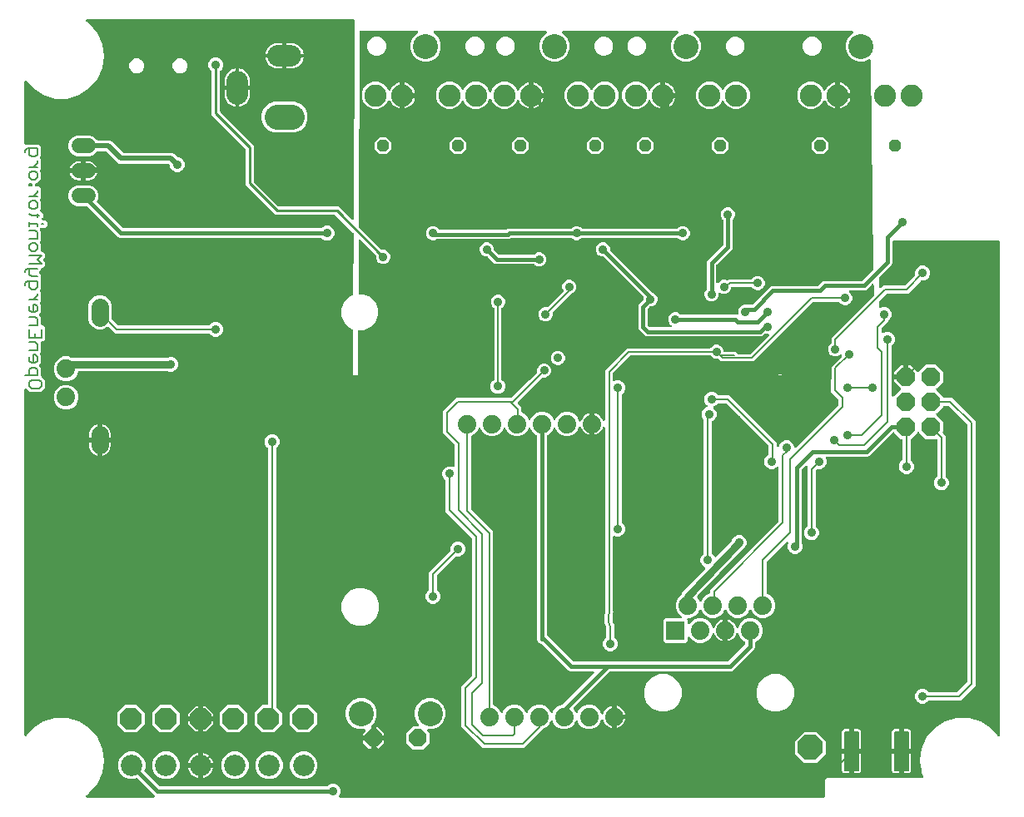
<source format=gbr>
G04 EAGLE Gerber RS-274X export*
G75*
%MOMM*%
%FSLAX34Y34*%
%LPD*%
%INBottom Copper*%
%IPPOS*%
%AMOC8*
5,1,8,0,0,1.08239X$1,22.5*%
G01*
%ADD10C,0.152400*%
%ADD11C,2.540000*%
%ADD12C,2.250000*%
%ADD13P,1.319650X8X22.500000*%
%ADD14C,1.778000*%
%ADD15C,1.879600*%
%ADD16C,1.524000*%
%ADD17P,1.924489X8X22.500000*%
%ADD18C,2.184400*%
%ADD19C,2.540000*%
%ADD20P,2.749271X8X22.500000*%
%ADD21P,2.034460X8X112.500000*%
%ADD22R,1.879600X1.879600*%
%ADD23C,2.184400*%
%ADD24P,2.336880X8X22.500000*%
%ADD25C,0.906400*%
%ADD26C,0.508000*%
%ADD27C,0.203200*%
%ADD28C,0.406400*%
%ADD29C,0.254000*%
%ADD30C,0.762000*%

G36*
X816300Y3564D02*
X816300Y3564D01*
X816419Y3571D01*
X816457Y3584D01*
X816497Y3589D01*
X816608Y3633D01*
X816721Y3669D01*
X816756Y3691D01*
X816793Y3706D01*
X816890Y3776D01*
X816990Y3840D01*
X817018Y3869D01*
X817051Y3893D01*
X817126Y3984D01*
X817208Y4071D01*
X817228Y4107D01*
X817253Y4138D01*
X817304Y4245D01*
X817362Y4350D01*
X817372Y4389D01*
X817389Y4425D01*
X817411Y4542D01*
X817441Y4658D01*
X817445Y4718D01*
X817449Y4738D01*
X817447Y4758D01*
X817451Y4818D01*
X817451Y21470D01*
X819530Y23549D01*
X916499Y23549D01*
X916571Y23558D01*
X916643Y23557D01*
X916728Y23578D01*
X916814Y23589D01*
X916882Y23615D01*
X916952Y23632D01*
X917029Y23673D01*
X917110Y23706D01*
X917169Y23748D01*
X917232Y23782D01*
X917297Y23841D01*
X917368Y23892D01*
X917414Y23948D01*
X917467Y23997D01*
X917515Y24070D01*
X917570Y24137D01*
X917601Y24203D01*
X917641Y24263D01*
X917669Y24346D01*
X917706Y24425D01*
X917719Y24496D01*
X917743Y24565D01*
X917749Y24652D01*
X917766Y24737D01*
X917761Y24810D01*
X917767Y24882D01*
X917751Y24968D01*
X917746Y25055D01*
X917724Y25124D01*
X917711Y25195D01*
X917654Y25345D01*
X916094Y28761D01*
X914324Y41066D01*
X916094Y53371D01*
X921258Y64679D01*
X929399Y74074D01*
X939857Y80795D01*
X951784Y84297D01*
X964216Y84297D01*
X976144Y80795D01*
X986601Y74074D01*
X993223Y66432D01*
X993242Y66416D01*
X993256Y66395D01*
X993360Y66310D01*
X993460Y66220D01*
X993482Y66208D01*
X993501Y66192D01*
X993623Y66135D01*
X993742Y66073D01*
X993766Y66067D01*
X993789Y66057D01*
X993920Y66032D01*
X994051Y66001D01*
X994077Y66002D01*
X994102Y65997D01*
X994235Y66005D01*
X994369Y66008D01*
X994394Y66015D01*
X994419Y66017D01*
X994546Y66058D01*
X994675Y66094D01*
X994697Y66107D01*
X994721Y66115D01*
X994835Y66186D01*
X994951Y66254D01*
X994969Y66271D01*
X994990Y66285D01*
X995082Y66382D01*
X995178Y66476D01*
X995191Y66498D01*
X995208Y66517D01*
X995273Y66634D01*
X995342Y66749D01*
X995349Y66773D01*
X995362Y66795D01*
X995395Y66925D01*
X995434Y67053D01*
X995435Y67079D01*
X995441Y67103D01*
X995451Y67264D01*
X995451Y568960D01*
X995436Y569078D01*
X995429Y569197D01*
X995416Y569235D01*
X995411Y569276D01*
X995368Y569386D01*
X995331Y569499D01*
X995309Y569534D01*
X995294Y569571D01*
X995225Y569667D01*
X995161Y569768D01*
X995131Y569796D01*
X995108Y569829D01*
X995016Y569905D01*
X994929Y569986D01*
X994894Y570006D01*
X994863Y570031D01*
X994755Y570082D01*
X994651Y570140D01*
X994611Y570150D01*
X994575Y570167D01*
X994458Y570189D01*
X994343Y570219D01*
X994283Y570223D01*
X994263Y570227D01*
X994242Y570225D01*
X994182Y570229D01*
X887730Y570229D01*
X887612Y570214D01*
X887493Y570207D01*
X887455Y570194D01*
X887414Y570189D01*
X887304Y570146D01*
X887191Y570109D01*
X887156Y570087D01*
X887119Y570072D01*
X887023Y570003D01*
X886922Y569939D01*
X886894Y569909D01*
X886861Y569886D01*
X886785Y569794D01*
X886704Y569707D01*
X886684Y569672D01*
X886659Y569641D01*
X886608Y569533D01*
X886550Y569429D01*
X886540Y569389D01*
X886523Y569353D01*
X886501Y569236D01*
X886471Y569121D01*
X886467Y569061D01*
X886463Y569041D01*
X886465Y569020D01*
X886461Y568960D01*
X886461Y547629D01*
X885687Y545762D01*
X872863Y532937D01*
X872802Y532859D01*
X872734Y532787D01*
X872705Y532734D01*
X872668Y532686D01*
X872628Y532595D01*
X872580Y532508D01*
X872565Y532450D01*
X872541Y532394D01*
X872526Y532296D01*
X872501Y532200D01*
X872495Y532100D01*
X872491Y532080D01*
X872493Y532068D01*
X872491Y532040D01*
X872491Y523163D01*
X872508Y523026D01*
X872521Y522887D01*
X872528Y522868D01*
X872531Y522848D01*
X872582Y522719D01*
X872629Y522588D01*
X872640Y522571D01*
X872648Y522552D01*
X872729Y522440D01*
X872807Y522325D01*
X872823Y522311D01*
X872834Y522295D01*
X872942Y522206D01*
X873046Y522114D01*
X873064Y522105D01*
X873079Y522092D01*
X873205Y522033D01*
X873329Y521970D01*
X873349Y521965D01*
X873367Y521956D01*
X873503Y521930D01*
X873639Y521900D01*
X873660Y521901D01*
X873680Y521897D01*
X873818Y521905D01*
X873957Y521910D01*
X873977Y521915D01*
X873997Y521916D01*
X874129Y521959D01*
X874263Y521998D01*
X874280Y522008D01*
X874299Y522014D01*
X874417Y522089D01*
X874537Y522160D01*
X874558Y522178D01*
X874568Y522185D01*
X874582Y522200D01*
X874658Y522266D01*
X877156Y524765D01*
X898221Y524765D01*
X898319Y524777D01*
X898418Y524780D01*
X898476Y524797D01*
X898536Y524805D01*
X898628Y524841D01*
X898723Y524869D01*
X898775Y524899D01*
X898832Y524922D01*
X898912Y524980D01*
X898997Y525030D01*
X899073Y525096D01*
X899089Y525108D01*
X899097Y525118D01*
X899118Y525136D01*
X908988Y535006D01*
X909048Y535084D01*
X909116Y535156D01*
X909145Y535209D01*
X909182Y535257D01*
X909222Y535348D01*
X909270Y535435D01*
X909285Y535493D01*
X909309Y535549D01*
X909324Y535647D01*
X909349Y535743D01*
X909355Y535843D01*
X909359Y535863D01*
X909357Y535875D01*
X909359Y535903D01*
X909359Y538718D01*
X910513Y541504D01*
X912646Y543637D01*
X915432Y544791D01*
X918448Y544791D01*
X921234Y543637D01*
X923367Y541504D01*
X924521Y538718D01*
X924521Y535702D01*
X923367Y532916D01*
X921234Y530783D01*
X918448Y529629D01*
X915633Y529629D01*
X915535Y529617D01*
X915436Y529614D01*
X915378Y529597D01*
X915318Y529589D01*
X915226Y529553D01*
X915131Y529525D01*
X915079Y529495D01*
X915022Y529472D01*
X914942Y529414D01*
X914857Y529364D01*
X914781Y529298D01*
X914765Y529286D01*
X914757Y529276D01*
X914736Y529258D01*
X902114Y516635D01*
X881049Y516635D01*
X880951Y516623D01*
X880852Y516620D01*
X880794Y516603D01*
X880734Y516595D01*
X880642Y516559D01*
X880547Y516531D01*
X880495Y516501D01*
X880438Y516478D01*
X880358Y516420D01*
X880273Y516370D01*
X880197Y516304D01*
X880181Y516292D01*
X880173Y516282D01*
X880152Y516264D01*
X872863Y508974D01*
X872802Y508896D01*
X872734Y508824D01*
X872705Y508771D01*
X872668Y508723D01*
X872628Y508632D01*
X872580Y508545D01*
X872565Y508487D01*
X872541Y508431D01*
X872526Y508333D01*
X872501Y508237D01*
X872495Y508137D01*
X872491Y508117D01*
X872493Y508105D01*
X872491Y508077D01*
X872491Y503301D01*
X872497Y503252D01*
X872495Y503202D01*
X872517Y503095D01*
X872531Y502985D01*
X872549Y502939D01*
X872559Y502891D01*
X872607Y502792D01*
X872648Y502690D01*
X872677Y502650D01*
X872699Y502605D01*
X872770Y502521D01*
X872834Y502432D01*
X872873Y502401D01*
X872905Y502363D01*
X872995Y502300D01*
X873079Y502230D01*
X873124Y502208D01*
X873165Y502180D01*
X873268Y502141D01*
X873367Y502094D01*
X873416Y502085D01*
X873462Y502067D01*
X873572Y502055D01*
X873680Y502034D01*
X873729Y502037D01*
X873778Y502032D01*
X873887Y502047D01*
X873997Y502054D01*
X874044Y502069D01*
X874093Y502076D01*
X874246Y502128D01*
X876062Y502881D01*
X879078Y502881D01*
X881864Y501727D01*
X883997Y499594D01*
X885151Y496808D01*
X885151Y493792D01*
X883997Y491006D01*
X882006Y489016D01*
X881946Y488937D01*
X881878Y488865D01*
X881849Y488812D01*
X881812Y488764D01*
X881772Y488673D01*
X881724Y488587D01*
X881709Y488528D01*
X881685Y488473D01*
X881670Y488375D01*
X881645Y488279D01*
X881639Y488179D01*
X881635Y488158D01*
X881637Y488146D01*
X881635Y488118D01*
X881635Y487266D01*
X875656Y481288D01*
X875596Y481210D01*
X875528Y481138D01*
X875499Y481085D01*
X875462Y481037D01*
X875422Y480946D01*
X875374Y480859D01*
X875359Y480801D01*
X875335Y480745D01*
X875320Y480647D01*
X875295Y480551D01*
X875289Y480451D01*
X875285Y480431D01*
X875287Y480419D01*
X875285Y480391D01*
X875285Y477480D01*
X875291Y477431D01*
X875289Y477381D01*
X875311Y477274D01*
X875325Y477165D01*
X875343Y477118D01*
X875353Y477070D01*
X875401Y476971D01*
X875442Y476869D01*
X875471Y476829D01*
X875493Y476784D01*
X875564Y476700D01*
X875628Y476612D01*
X875667Y476580D01*
X875699Y476542D01*
X875789Y476479D01*
X875873Y476409D01*
X875918Y476388D01*
X875959Y476359D01*
X876062Y476320D01*
X876161Y476273D01*
X876210Y476264D01*
X876256Y476246D01*
X876366Y476234D01*
X876473Y476213D01*
X876523Y476217D01*
X876572Y476211D01*
X876681Y476226D01*
X876791Y476233D01*
X876838Y476249D01*
X876887Y476255D01*
X877040Y476308D01*
X879872Y477481D01*
X882888Y477481D01*
X885674Y476327D01*
X887807Y474194D01*
X888961Y471408D01*
X888961Y468392D01*
X887807Y465606D01*
X885816Y463616D01*
X885756Y463537D01*
X885688Y463465D01*
X885659Y463412D01*
X885622Y463364D01*
X885582Y463273D01*
X885534Y463187D01*
X885519Y463128D01*
X885495Y463073D01*
X885480Y462975D01*
X885455Y462879D01*
X885449Y462779D01*
X885445Y462758D01*
X885447Y462746D01*
X885445Y462718D01*
X885445Y412711D01*
X885462Y412574D01*
X885475Y412435D01*
X885482Y412416D01*
X885485Y412396D01*
X885536Y412267D01*
X885583Y412136D01*
X885594Y412119D01*
X885602Y412100D01*
X885683Y411988D01*
X885761Y411873D01*
X885777Y411859D01*
X885788Y411843D01*
X885896Y411754D01*
X886000Y411662D01*
X886018Y411653D01*
X886033Y411640D01*
X886159Y411581D01*
X886283Y411517D01*
X886303Y411513D01*
X886321Y411504D01*
X886457Y411478D01*
X886593Y411448D01*
X886614Y411448D01*
X886633Y411445D01*
X886772Y411453D01*
X886911Y411457D01*
X886931Y411463D01*
X886951Y411464D01*
X887083Y411507D01*
X887217Y411546D01*
X887234Y411556D01*
X887253Y411562D01*
X887371Y411637D01*
X887491Y411707D01*
X887512Y411726D01*
X887522Y411733D01*
X887536Y411747D01*
X887611Y411814D01*
X894719Y418921D01*
X894792Y419015D01*
X894870Y419104D01*
X894889Y419140D01*
X894914Y419172D01*
X894961Y419282D01*
X895015Y419387D01*
X895024Y419427D01*
X895040Y419464D01*
X895059Y419582D01*
X895085Y419698D01*
X895083Y419738D01*
X895090Y419778D01*
X895079Y419897D01*
X895075Y420016D01*
X895064Y420054D01*
X895060Y420095D01*
X895020Y420207D01*
X894987Y420321D01*
X894966Y420356D01*
X894952Y420394D01*
X894885Y420493D01*
X894825Y420595D01*
X894785Y420640D01*
X894774Y420657D01*
X894758Y420671D01*
X894719Y420716D01*
X888369Y427065D01*
X888369Y429261D01*
X898530Y429261D01*
X898648Y429276D01*
X898767Y429283D01*
X898805Y429296D01*
X898845Y429301D01*
X898956Y429344D01*
X899069Y429381D01*
X899103Y429403D01*
X899141Y429418D01*
X899237Y429488D01*
X899338Y429551D01*
X899366Y429581D01*
X899398Y429604D01*
X899474Y429696D01*
X899556Y429783D01*
X899575Y429818D01*
X899601Y429849D01*
X899652Y429957D01*
X899709Y430061D01*
X899720Y430101D01*
X899737Y430137D01*
X899759Y430254D01*
X899789Y430369D01*
X899793Y430430D01*
X899797Y430450D01*
X899795Y430470D01*
X899799Y430530D01*
X899799Y431801D01*
X901070Y431801D01*
X901188Y431816D01*
X901307Y431823D01*
X901345Y431836D01*
X901385Y431841D01*
X901496Y431885D01*
X901609Y431921D01*
X901644Y431943D01*
X901681Y431958D01*
X901777Y432028D01*
X901878Y432091D01*
X901906Y432121D01*
X901939Y432145D01*
X902014Y432236D01*
X902096Y432323D01*
X902116Y432358D01*
X902141Y432390D01*
X902192Y432497D01*
X902250Y432602D01*
X902260Y432641D01*
X902277Y432677D01*
X902299Y432794D01*
X902329Y432909D01*
X902333Y432970D01*
X902337Y432990D01*
X902335Y433010D01*
X902339Y433070D01*
X902339Y443231D01*
X904535Y443231D01*
X910884Y436881D01*
X910978Y436808D01*
X911067Y436730D01*
X911103Y436711D01*
X911135Y436686D01*
X911245Y436639D01*
X911351Y436585D01*
X911390Y436576D01*
X911427Y436560D01*
X911545Y436541D01*
X911661Y436515D01*
X911701Y436517D01*
X911741Y436510D01*
X911860Y436521D01*
X911979Y436525D01*
X912018Y436536D01*
X912058Y436540D01*
X912170Y436580D01*
X912284Y436613D01*
X912319Y436634D01*
X912357Y436648D01*
X912456Y436715D01*
X912558Y436775D01*
X912603Y436815D01*
X912620Y436826D01*
X912634Y436842D01*
X912679Y436881D01*
X920044Y444247D01*
X930356Y444247D01*
X937647Y436956D01*
X937647Y426644D01*
X931000Y419997D01*
X930927Y419903D01*
X930848Y419814D01*
X930830Y419778D01*
X930805Y419746D01*
X930757Y419637D01*
X930703Y419531D01*
X930695Y419492D01*
X930679Y419454D01*
X930660Y419337D01*
X930634Y419221D01*
X930635Y419180D01*
X930629Y419140D01*
X930640Y419022D01*
X930643Y418903D01*
X930655Y418864D01*
X930658Y418824D01*
X930699Y418711D01*
X930732Y418597D01*
X930752Y418562D01*
X930766Y418524D01*
X930833Y418426D01*
X930893Y418323D01*
X930933Y418278D01*
X930945Y418261D01*
X930960Y418248D01*
X931000Y418202D01*
X937667Y411536D01*
X937669Y411497D01*
X937682Y411459D01*
X937687Y411418D01*
X937730Y411308D01*
X937767Y411195D01*
X937789Y411160D01*
X937804Y411123D01*
X937873Y411027D01*
X937937Y410926D01*
X937967Y410898D01*
X937990Y410865D01*
X938082Y410789D01*
X938169Y410708D01*
X938204Y410688D01*
X938235Y410663D01*
X938343Y410612D01*
X938447Y410554D01*
X938487Y410544D01*
X938523Y410527D01*
X938640Y410505D01*
X938755Y410475D01*
X938815Y410471D01*
X938835Y410467D01*
X938856Y410469D01*
X938916Y410465D01*
X946564Y410465D01*
X970535Y386494D01*
X970535Y117696D01*
X955454Y102615D01*
X924122Y102615D01*
X924024Y102603D01*
X923925Y102600D01*
X923866Y102583D01*
X923806Y102575D01*
X923714Y102539D01*
X923619Y102511D01*
X923567Y102481D01*
X923511Y102458D01*
X923431Y102400D01*
X923345Y102350D01*
X923270Y102284D01*
X923253Y102272D01*
X923245Y102262D01*
X923224Y102244D01*
X921234Y100253D01*
X918448Y99099D01*
X915432Y99099D01*
X912646Y100253D01*
X910513Y102386D01*
X909359Y105172D01*
X909359Y108188D01*
X910513Y110974D01*
X912646Y113107D01*
X915432Y114261D01*
X918448Y114261D01*
X921234Y113107D01*
X923224Y111116D01*
X923303Y111056D01*
X923375Y110988D01*
X923428Y110959D01*
X923476Y110922D01*
X923567Y110882D01*
X923653Y110834D01*
X923712Y110819D01*
X923767Y110795D01*
X923865Y110780D01*
X923961Y110755D01*
X924061Y110749D01*
X924082Y110745D01*
X924094Y110747D01*
X924122Y110745D01*
X951561Y110745D01*
X951659Y110757D01*
X951758Y110760D01*
X951816Y110777D01*
X951876Y110785D01*
X951968Y110821D01*
X952063Y110849D01*
X952115Y110879D01*
X952172Y110902D01*
X952252Y110960D01*
X952337Y111010D01*
X952413Y111076D01*
X952429Y111088D01*
X952437Y111098D01*
X952458Y111116D01*
X962034Y120692D01*
X962094Y120770D01*
X962162Y120842D01*
X962182Y120878D01*
X962207Y120909D01*
X962216Y120927D01*
X962228Y120943D01*
X962268Y121034D01*
X962316Y121121D01*
X962326Y121160D01*
X962343Y121197D01*
X962347Y121216D01*
X962355Y121235D01*
X962370Y121333D01*
X962395Y121429D01*
X962399Y121489D01*
X962403Y121509D01*
X962401Y121529D01*
X962405Y121549D01*
X962403Y121561D01*
X962405Y121589D01*
X962405Y382601D01*
X962393Y382699D01*
X962390Y382798D01*
X962373Y382856D01*
X962365Y382916D01*
X962329Y383008D01*
X962301Y383103D01*
X962271Y383155D01*
X962248Y383212D01*
X962190Y383292D01*
X962140Y383377D01*
X962074Y383453D01*
X962062Y383469D01*
X962052Y383477D01*
X962034Y383498D01*
X943568Y401964D01*
X943490Y402024D01*
X943418Y402092D01*
X943365Y402121D01*
X943317Y402158D01*
X943226Y402198D01*
X943139Y402246D01*
X943081Y402261D01*
X943025Y402285D01*
X942927Y402300D01*
X942831Y402325D01*
X942731Y402331D01*
X942711Y402335D01*
X942699Y402333D01*
X942671Y402335D01*
X938916Y402335D01*
X938798Y402320D01*
X938679Y402313D01*
X938641Y402300D01*
X938600Y402295D01*
X938490Y402252D01*
X938377Y402215D01*
X938342Y402193D01*
X938305Y402178D01*
X938209Y402109D01*
X938108Y402045D01*
X938080Y402015D01*
X938047Y401992D01*
X937971Y401900D01*
X937890Y401813D01*
X937870Y401778D01*
X937845Y401747D01*
X937794Y401639D01*
X937736Y401535D01*
X937726Y401495D01*
X937709Y401459D01*
X937687Y401342D01*
X937667Y401264D01*
X931000Y394597D01*
X930927Y394503D01*
X930848Y394414D01*
X930830Y394378D01*
X930805Y394346D01*
X930757Y394237D01*
X930703Y394131D01*
X930695Y394092D01*
X930679Y394054D01*
X930660Y393937D01*
X930634Y393821D01*
X930635Y393780D01*
X930629Y393740D01*
X930640Y393622D01*
X930643Y393503D01*
X930655Y393464D01*
X930658Y393424D01*
X930699Y393311D01*
X930732Y393197D01*
X930752Y393162D01*
X930766Y393124D01*
X930833Y393026D01*
X930893Y392923D01*
X930933Y392878D01*
X930945Y392861D01*
X930960Y392848D01*
X931000Y392802D01*
X937647Y386156D01*
X937647Y375816D01*
X937621Y375787D01*
X937603Y375751D01*
X937578Y375719D01*
X937531Y375610D01*
X937476Y375504D01*
X937468Y375465D01*
X937452Y375427D01*
X937433Y375310D01*
X937407Y375194D01*
X937408Y375153D01*
X937402Y375113D01*
X937413Y374995D01*
X937416Y374876D01*
X937428Y374837D01*
X937432Y374797D01*
X937472Y374685D01*
X937505Y374570D01*
X937525Y374536D01*
X937539Y374497D01*
X937606Y374399D01*
X937666Y374296D01*
X937706Y374251D01*
X937718Y374234D01*
X937733Y374221D01*
X937773Y374176D01*
X940055Y371894D01*
X940055Y331032D01*
X940067Y330934D01*
X940070Y330835D01*
X940087Y330776D01*
X940095Y330716D01*
X940131Y330624D01*
X940159Y330529D01*
X940189Y330477D01*
X940212Y330421D01*
X940270Y330341D01*
X940320Y330255D01*
X940360Y330210D01*
X940361Y330207D01*
X940365Y330204D01*
X940386Y330180D01*
X940398Y330163D01*
X940408Y330155D01*
X940426Y330134D01*
X942417Y328144D01*
X943571Y325358D01*
X943571Y322342D01*
X942417Y319556D01*
X940284Y317423D01*
X937498Y316269D01*
X934482Y316269D01*
X931696Y317423D01*
X929563Y319556D01*
X928409Y322342D01*
X928409Y325358D01*
X929563Y328144D01*
X931554Y330134D01*
X931614Y330213D01*
X931682Y330285D01*
X931707Y330330D01*
X931711Y330335D01*
X931714Y330341D01*
X931748Y330386D01*
X931788Y330477D01*
X931836Y330563D01*
X931851Y330622D01*
X931875Y330677D01*
X931890Y330775D01*
X931915Y330871D01*
X931921Y330971D01*
X931925Y330992D01*
X931923Y331004D01*
X931925Y331032D01*
X931925Y367284D01*
X931910Y367402D01*
X931903Y367521D01*
X931890Y367559D01*
X931885Y367600D01*
X931842Y367710D01*
X931805Y367823D01*
X931783Y367858D01*
X931768Y367895D01*
X931699Y367991D01*
X931635Y368092D01*
X931605Y368120D01*
X931582Y368153D01*
X931490Y368229D01*
X931403Y368310D01*
X931368Y368330D01*
X931337Y368355D01*
X931229Y368406D01*
X931125Y368464D01*
X931085Y368474D01*
X931049Y368491D01*
X930932Y368513D01*
X930817Y368543D01*
X930757Y368547D01*
X930737Y368551D01*
X930716Y368549D01*
X930656Y368553D01*
X920044Y368553D01*
X913398Y375200D01*
X913303Y375273D01*
X913214Y375352D01*
X913178Y375370D01*
X913146Y375395D01*
X913037Y375442D01*
X912931Y375497D01*
X912892Y375505D01*
X912854Y375521D01*
X912737Y375540D01*
X912621Y375566D01*
X912580Y375565D01*
X912540Y375571D01*
X912422Y375560D01*
X912303Y375557D01*
X912264Y375545D01*
X912224Y375542D01*
X912111Y375501D01*
X911997Y375468D01*
X911963Y375448D01*
X911924Y375434D01*
X911826Y375367D01*
X911723Y375307D01*
X911678Y375267D01*
X911661Y375255D01*
X911648Y375240D01*
X911603Y375200D01*
X904866Y368464D01*
X904806Y368386D01*
X904738Y368314D01*
X904709Y368261D01*
X904672Y368213D01*
X904632Y368122D01*
X904584Y368035D01*
X904569Y367977D01*
X904545Y367921D01*
X904530Y367823D01*
X904505Y367727D01*
X904499Y367627D01*
X904495Y367607D01*
X904497Y367595D01*
X904495Y367567D01*
X904495Y347542D01*
X904507Y347444D01*
X904510Y347345D01*
X904527Y347286D01*
X904535Y347226D01*
X904571Y347134D01*
X904599Y347039D01*
X904629Y346987D01*
X904652Y346931D01*
X904710Y346850D01*
X904760Y346765D01*
X904826Y346690D01*
X904838Y346673D01*
X904848Y346665D01*
X904866Y346644D01*
X906857Y344654D01*
X908011Y341868D01*
X908011Y338852D01*
X906857Y336066D01*
X904724Y333933D01*
X901938Y332779D01*
X898922Y332779D01*
X896136Y333933D01*
X894003Y336066D01*
X892849Y338852D01*
X892849Y341868D01*
X894003Y344654D01*
X895994Y346644D01*
X896054Y346723D01*
X896122Y346795D01*
X896151Y346848D01*
X896188Y346896D01*
X896228Y346987D01*
X896276Y347073D01*
X896291Y347132D01*
X896315Y347187D01*
X896330Y347285D01*
X896355Y347381D01*
X896361Y347481D01*
X896365Y347501D01*
X896363Y347514D01*
X896365Y347542D01*
X896365Y367284D01*
X896350Y367402D01*
X896343Y367521D01*
X896330Y367559D01*
X896325Y367600D01*
X896282Y367710D01*
X896245Y367823D01*
X896223Y367858D01*
X896208Y367895D01*
X896139Y367991D01*
X896075Y368092D01*
X896045Y368120D01*
X896022Y368153D01*
X895930Y368229D01*
X895843Y368310D01*
X895808Y368330D01*
X895777Y368355D01*
X895669Y368406D01*
X895565Y368464D01*
X895525Y368474D01*
X895489Y368491D01*
X895372Y368513D01*
X895257Y368543D01*
X895197Y368547D01*
X895177Y368551D01*
X895156Y368549D01*
X895096Y368553D01*
X894644Y368553D01*
X888184Y375014D01*
X888090Y375087D01*
X888001Y375165D01*
X887965Y375184D01*
X887933Y375209D01*
X887823Y375256D01*
X887717Y375310D01*
X887678Y375319D01*
X887641Y375335D01*
X887523Y375354D01*
X887407Y375380D01*
X887367Y375379D01*
X887327Y375385D01*
X887208Y375374D01*
X887089Y375370D01*
X887050Y375359D01*
X887010Y375355D01*
X886898Y375315D01*
X886784Y375282D01*
X886749Y375261D01*
X886711Y375247D01*
X886612Y375181D01*
X886510Y375120D01*
X886465Y375080D01*
X886448Y375069D01*
X886434Y375054D01*
X886389Y375014D01*
X862668Y351293D01*
X860801Y350519D01*
X819531Y350519D01*
X819482Y350513D01*
X819432Y350515D01*
X819325Y350493D01*
X819215Y350479D01*
X819169Y350461D01*
X819121Y350451D01*
X819022Y350403D01*
X818920Y350362D01*
X818880Y350333D01*
X818835Y350311D01*
X818751Y350240D01*
X818662Y350176D01*
X818631Y350137D01*
X818593Y350105D01*
X818530Y350015D01*
X818460Y349931D01*
X818438Y349886D01*
X818410Y349845D01*
X818371Y349742D01*
X818324Y349643D01*
X818315Y349594D01*
X818297Y349548D01*
X818285Y349438D01*
X818264Y349331D01*
X818267Y349281D01*
X818262Y349232D01*
X818277Y349123D01*
X818284Y349013D01*
X818299Y348966D01*
X818306Y348917D01*
X818358Y348764D01*
X819111Y346948D01*
X819111Y343932D01*
X817957Y341146D01*
X815824Y339013D01*
X813038Y337859D01*
X810223Y337859D01*
X810125Y337847D01*
X810026Y337844D01*
X809968Y337827D01*
X809908Y337819D01*
X809816Y337783D01*
X809721Y337755D01*
X809669Y337725D01*
X809612Y337702D01*
X809532Y337644D01*
X809447Y337594D01*
X809371Y337528D01*
X809355Y337516D01*
X809347Y337506D01*
X809326Y337488D01*
X808346Y336508D01*
X808286Y336430D01*
X808218Y336358D01*
X808189Y336305D01*
X808152Y336257D01*
X808112Y336166D01*
X808064Y336079D01*
X808049Y336021D01*
X808025Y335965D01*
X808010Y335867D01*
X807985Y335771D01*
X807979Y335671D01*
X807975Y335651D01*
X807977Y335639D01*
X807975Y335611D01*
X807975Y280232D01*
X807987Y280134D01*
X807990Y280035D01*
X807997Y280011D01*
X807997Y280009D01*
X808002Y279992D01*
X808007Y279976D01*
X808015Y279916D01*
X808051Y279824D01*
X808079Y279729D01*
X808109Y279677D01*
X808132Y279621D01*
X808190Y279541D01*
X808240Y279455D01*
X808306Y279380D01*
X808318Y279363D01*
X808328Y279355D01*
X808346Y279334D01*
X810337Y277344D01*
X811491Y274558D01*
X811491Y271542D01*
X810337Y268756D01*
X808204Y266623D01*
X805418Y265469D01*
X802402Y265469D01*
X799616Y266623D01*
X797483Y268756D01*
X796329Y271542D01*
X796329Y274558D01*
X797483Y277344D01*
X799474Y279334D01*
X799534Y279413D01*
X799602Y279485D01*
X799631Y279538D01*
X799668Y279586D01*
X799708Y279677D01*
X799756Y279763D01*
X799771Y279822D01*
X799795Y279877D01*
X799810Y279975D01*
X799835Y280071D01*
X799840Y280152D01*
X799843Y280165D01*
X799842Y280175D01*
X799845Y280192D01*
X799843Y280204D01*
X799845Y280232D01*
X799845Y340016D01*
X799828Y340153D01*
X799815Y340292D01*
X799808Y340311D01*
X799805Y340331D01*
X799754Y340460D01*
X799707Y340591D01*
X799696Y340608D01*
X799688Y340627D01*
X799607Y340739D01*
X799529Y340855D01*
X799513Y340868D01*
X799502Y340884D01*
X799394Y340973D01*
X799290Y341065D01*
X799272Y341074D01*
X799257Y341087D01*
X799131Y341146D01*
X799007Y341210D01*
X798987Y341214D01*
X798969Y341223D01*
X798833Y341249D01*
X798697Y341279D01*
X798676Y341279D01*
X798657Y341282D01*
X798518Y341274D01*
X798379Y341270D01*
X798359Y341264D01*
X798339Y341263D01*
X798207Y341220D01*
X798073Y341181D01*
X798056Y341171D01*
X798037Y341165D01*
X797919Y341090D01*
X797799Y341020D01*
X797778Y341001D01*
X797768Y340995D01*
X797754Y340980D01*
X797679Y340913D01*
X794122Y337357D01*
X794062Y337279D01*
X793994Y337207D01*
X793965Y337154D01*
X793928Y337106D01*
X793888Y337015D01*
X793840Y336928D01*
X793825Y336870D01*
X793801Y336814D01*
X793786Y336716D01*
X793761Y336620D01*
X793755Y336520D01*
X793751Y336500D01*
X793753Y336488D01*
X793751Y336460D01*
X793751Y263810D01*
X793752Y263801D01*
X793751Y263791D01*
X793772Y263643D01*
X793791Y263494D01*
X793794Y263486D01*
X793795Y263477D01*
X793847Y263324D01*
X794981Y260588D01*
X794981Y257572D01*
X793827Y254786D01*
X791694Y252653D01*
X788908Y251499D01*
X785892Y251499D01*
X783106Y252653D01*
X780973Y254786D01*
X779819Y257572D01*
X779819Y260588D01*
X780356Y261885D01*
X780375Y261952D01*
X780403Y262016D01*
X780417Y262105D01*
X780440Y262191D01*
X780441Y262261D01*
X780452Y262330D01*
X780444Y262420D01*
X780445Y262509D01*
X780429Y262577D01*
X780423Y262647D01*
X780392Y262731D01*
X780371Y262819D01*
X780339Y262880D01*
X780315Y262946D01*
X780265Y263020D01*
X780223Y263100D01*
X780176Y263151D01*
X780136Y263209D01*
X780069Y263269D01*
X780009Y263335D01*
X779950Y263373D01*
X779898Y263420D01*
X779818Y263460D01*
X779743Y263510D01*
X779677Y263533D01*
X779615Y263564D01*
X779527Y263584D01*
X779442Y263613D01*
X779372Y263619D01*
X779304Y263634D01*
X779215Y263631D01*
X779125Y263638D01*
X779056Y263626D01*
X778987Y263624D01*
X778900Y263599D01*
X778812Y263584D01*
X778748Y263555D01*
X778681Y263536D01*
X778604Y263490D01*
X778522Y263453D01*
X778467Y263410D01*
X778407Y263374D01*
X778286Y263268D01*
X758886Y243868D01*
X758826Y243790D01*
X758758Y243718D01*
X758729Y243665D01*
X758692Y243617D01*
X758652Y243526D01*
X758604Y243439D01*
X758589Y243381D01*
X758565Y243325D01*
X758550Y243227D01*
X758525Y243131D01*
X758519Y243031D01*
X758515Y243011D01*
X758517Y242999D01*
X758515Y242971D01*
X758515Y211537D01*
X758518Y211507D01*
X758516Y211478D01*
X758538Y211350D01*
X758555Y211221D01*
X758565Y211194D01*
X758570Y211165D01*
X758624Y211046D01*
X758672Y210925D01*
X758689Y210902D01*
X758701Y210875D01*
X758782Y210773D01*
X758858Y210668D01*
X758881Y210649D01*
X758900Y210626D01*
X759003Y210548D01*
X759103Y210465D01*
X759130Y210453D01*
X759154Y210435D01*
X759298Y210364D01*
X761500Y209452D01*
X765002Y205950D01*
X766897Y201376D01*
X766897Y196424D01*
X765002Y191850D01*
X761500Y188348D01*
X756926Y186453D01*
X751974Y186453D01*
X747400Y188348D01*
X743898Y191850D01*
X742923Y194205D01*
X742854Y194325D01*
X742789Y194448D01*
X742775Y194463D01*
X742765Y194481D01*
X742668Y194581D01*
X742575Y194684D01*
X742558Y194695D01*
X742544Y194709D01*
X742425Y194782D01*
X742309Y194858D01*
X742290Y194865D01*
X742273Y194876D01*
X742140Y194916D01*
X742008Y194962D01*
X741988Y194963D01*
X741969Y194969D01*
X741830Y194976D01*
X741691Y194987D01*
X741671Y194983D01*
X741651Y194984D01*
X741515Y194956D01*
X741378Y194932D01*
X741359Y194924D01*
X741340Y194920D01*
X741214Y194859D01*
X741088Y194802D01*
X741072Y194789D01*
X741054Y194780D01*
X740948Y194690D01*
X740840Y194603D01*
X740827Y194587D01*
X740812Y194574D01*
X740732Y194460D01*
X740648Y194349D01*
X740636Y194324D01*
X740629Y194314D01*
X740622Y194295D01*
X740577Y194205D01*
X739602Y191850D01*
X736100Y188348D01*
X731526Y186453D01*
X726574Y186453D01*
X722000Y188348D01*
X718498Y191849D01*
X717523Y194205D01*
X717454Y194326D01*
X717389Y194448D01*
X717375Y194463D01*
X717365Y194481D01*
X717268Y194581D01*
X717175Y194684D01*
X717158Y194695D01*
X717144Y194709D01*
X717026Y194782D01*
X716909Y194858D01*
X716890Y194865D01*
X716873Y194876D01*
X716740Y194916D01*
X716608Y194962D01*
X716588Y194963D01*
X716569Y194969D01*
X716430Y194976D01*
X716291Y194987D01*
X716271Y194983D01*
X716251Y194984D01*
X716115Y194956D01*
X715978Y194932D01*
X715959Y194924D01*
X715940Y194920D01*
X715815Y194859D01*
X715688Y194802D01*
X715672Y194789D01*
X715654Y194780D01*
X715548Y194690D01*
X715440Y194603D01*
X715427Y194587D01*
X715412Y194574D01*
X715332Y194460D01*
X715248Y194349D01*
X715236Y194324D01*
X715229Y194314D01*
X715222Y194295D01*
X715177Y194205D01*
X714202Y191850D01*
X710700Y188348D01*
X706126Y186453D01*
X701174Y186453D01*
X696600Y188348D01*
X693098Y191849D01*
X692123Y194205D01*
X692054Y194326D01*
X691989Y194448D01*
X691975Y194463D01*
X691965Y194481D01*
X691868Y194581D01*
X691775Y194684D01*
X691758Y194695D01*
X691744Y194709D01*
X691626Y194782D01*
X691509Y194858D01*
X691490Y194865D01*
X691473Y194876D01*
X691340Y194916D01*
X691208Y194962D01*
X691188Y194963D01*
X691169Y194969D01*
X691030Y194976D01*
X690891Y194987D01*
X690871Y194983D01*
X690851Y194984D01*
X690715Y194956D01*
X690578Y194932D01*
X690559Y194924D01*
X690540Y194920D01*
X690415Y194859D01*
X690288Y194802D01*
X690272Y194789D01*
X690254Y194780D01*
X690148Y194690D01*
X690040Y194603D01*
X690027Y194587D01*
X690012Y194574D01*
X689932Y194460D01*
X689848Y194349D01*
X689836Y194324D01*
X689829Y194314D01*
X689822Y194295D01*
X689777Y194205D01*
X688802Y191850D01*
X685300Y188348D01*
X680726Y186453D01*
X678769Y186453D01*
X678631Y186436D01*
X678492Y186423D01*
X678473Y186416D01*
X678453Y186413D01*
X678324Y186362D01*
X678193Y186315D01*
X678176Y186304D01*
X678157Y186296D01*
X678045Y186215D01*
X677930Y186137D01*
X677916Y186121D01*
X677900Y186110D01*
X677811Y186002D01*
X677719Y185898D01*
X677710Y185880D01*
X677697Y185865D01*
X677638Y185739D01*
X677575Y185615D01*
X677570Y185595D01*
X677562Y185577D01*
X677536Y185441D01*
X677505Y185305D01*
X677506Y185284D01*
X677502Y185265D01*
X677510Y185126D01*
X677515Y184987D01*
X677520Y184967D01*
X677522Y184947D01*
X677564Y184815D01*
X677603Y184681D01*
X677613Y184664D01*
X677620Y184645D01*
X677694Y184527D01*
X677765Y184407D01*
X677783Y184386D01*
X677790Y184376D01*
X677805Y184362D01*
X677871Y184286D01*
X677997Y184161D01*
X677997Y181134D01*
X678005Y181064D01*
X678004Y180995D01*
X678025Y180907D01*
X678037Y180818D01*
X678062Y180753D01*
X678079Y180685D01*
X678121Y180606D01*
X678154Y180523D01*
X678195Y180466D01*
X678227Y180404D01*
X678288Y180338D01*
X678340Y180265D01*
X678394Y180221D01*
X678441Y180169D01*
X678516Y180120D01*
X678585Y180062D01*
X678649Y180033D01*
X678707Y179994D01*
X678792Y179965D01*
X678873Y179927D01*
X678942Y179914D01*
X679008Y179891D01*
X679097Y179884D01*
X679185Y179867D01*
X679255Y179871D01*
X679325Y179866D01*
X679413Y179881D01*
X679503Y179887D01*
X679569Y179908D01*
X679638Y179920D01*
X679720Y179957D01*
X679805Y179985D01*
X679864Y180022D01*
X679928Y180051D01*
X679998Y180107D01*
X680074Y180155D01*
X680122Y180206D01*
X680177Y180250D01*
X680231Y180321D01*
X680292Y180387D01*
X680326Y180448D01*
X680368Y180504D01*
X680384Y180536D01*
X683900Y184052D01*
X688474Y185947D01*
X693426Y185947D01*
X698000Y184052D01*
X701502Y180550D01*
X703055Y176802D01*
X703069Y176776D01*
X703079Y176748D01*
X703148Y176638D01*
X703212Y176526D01*
X703233Y176504D01*
X703249Y176479D01*
X703343Y176390D01*
X703433Y176297D01*
X703459Y176282D01*
X703481Y176261D01*
X703594Y176199D01*
X703704Y176131D01*
X703733Y176122D01*
X703759Y176108D01*
X703885Y176075D01*
X704008Y176037D01*
X704038Y176036D01*
X704067Y176029D01*
X704197Y176028D01*
X704326Y176022D01*
X704355Y176028D01*
X704385Y176028D01*
X704510Y176060D01*
X704638Y176087D01*
X704664Y176100D01*
X704693Y176107D01*
X704807Y176169D01*
X704923Y176226D01*
X704946Y176246D01*
X704972Y176260D01*
X705067Y176349D01*
X705165Y176433D01*
X705182Y176457D01*
X705204Y176477D01*
X705274Y176587D01*
X705348Y176693D01*
X705359Y176721D01*
X705375Y176746D01*
X705434Y176895D01*
X705757Y177888D01*
X706573Y179491D01*
X707631Y180947D01*
X708903Y182219D01*
X710359Y183277D01*
X711962Y184093D01*
X713673Y184649D01*
X713851Y184677D01*
X713851Y174730D01*
X713866Y174612D01*
X713873Y174493D01*
X713885Y174455D01*
X713891Y174415D01*
X713934Y174304D01*
X713971Y174191D01*
X713993Y174157D01*
X714008Y174119D01*
X714077Y174023D01*
X714141Y173922D01*
X714171Y173894D01*
X714194Y173862D01*
X714286Y173786D01*
X714373Y173704D01*
X714408Y173685D01*
X714439Y173659D01*
X714547Y173608D01*
X714651Y173551D01*
X714691Y173541D01*
X714727Y173523D01*
X714834Y173503D01*
X714804Y173499D01*
X714694Y173455D01*
X714581Y173419D01*
X714546Y173397D01*
X714509Y173382D01*
X714412Y173312D01*
X714312Y173249D01*
X714284Y173219D01*
X714251Y173195D01*
X714175Y173104D01*
X714094Y173017D01*
X714074Y172982D01*
X714049Y172950D01*
X713998Y172843D01*
X713940Y172738D01*
X713930Y172699D01*
X713913Y172663D01*
X713891Y172546D01*
X713861Y172430D01*
X713857Y172370D01*
X713853Y172350D01*
X713855Y172330D01*
X713851Y172270D01*
X713851Y162323D01*
X713673Y162351D01*
X711962Y162907D01*
X710359Y163723D01*
X708903Y164781D01*
X707631Y166053D01*
X706573Y167509D01*
X705757Y169112D01*
X705434Y170105D01*
X705422Y170132D01*
X705415Y170161D01*
X705354Y170275D01*
X705299Y170392D01*
X705280Y170415D01*
X705266Y170442D01*
X705179Y170538D01*
X705096Y170637D01*
X705072Y170655D01*
X705052Y170677D01*
X704944Y170748D01*
X704839Y170824D01*
X704811Y170835D01*
X704786Y170852D01*
X704664Y170894D01*
X704543Y170942D01*
X704514Y170945D01*
X704485Y170955D01*
X704356Y170965D01*
X704228Y170982D01*
X704198Y170978D01*
X704168Y170980D01*
X704041Y170958D01*
X703912Y170942D01*
X703884Y170931D01*
X703855Y170926D01*
X703737Y170873D01*
X703617Y170825D01*
X703592Y170807D01*
X703565Y170795D01*
X703464Y170714D01*
X703359Y170638D01*
X703340Y170615D01*
X703317Y170597D01*
X703239Y170493D01*
X703156Y170393D01*
X703143Y170366D01*
X703125Y170343D01*
X703055Y170198D01*
X701502Y166450D01*
X698000Y162948D01*
X693426Y161053D01*
X688474Y161053D01*
X683900Y162948D01*
X680384Y166464D01*
X680378Y166477D01*
X680326Y166550D01*
X680281Y166628D01*
X680233Y166678D01*
X680192Y166735D01*
X680122Y166792D01*
X680060Y166856D01*
X680000Y166893D01*
X679947Y166938D01*
X679865Y166976D01*
X679789Y167023D01*
X679722Y167043D01*
X679659Y167073D01*
X679571Y167090D01*
X679485Y167116D01*
X679415Y167120D01*
X679346Y167133D01*
X679257Y167127D01*
X679167Y167132D01*
X679099Y167117D01*
X679029Y167113D01*
X678944Y167085D01*
X678856Y167067D01*
X678793Y167037D01*
X678727Y167015D01*
X678651Y166967D01*
X678570Y166928D01*
X678517Y166882D01*
X678458Y166845D01*
X678396Y166780D01*
X678328Y166721D01*
X678288Y166664D01*
X678240Y166613D01*
X678197Y166535D01*
X678145Y166461D01*
X678120Y166396D01*
X678086Y166335D01*
X678064Y166248D01*
X678032Y166164D01*
X678024Y166094D01*
X678007Y166027D01*
X677997Y165866D01*
X677997Y162839D01*
X676211Y161053D01*
X654889Y161053D01*
X653103Y162839D01*
X653103Y184161D01*
X654889Y185947D01*
X670616Y185947D01*
X670686Y185955D01*
X670755Y185954D01*
X670843Y185975D01*
X670932Y185987D01*
X670997Y186012D01*
X671065Y186029D01*
X671144Y186071D01*
X671227Y186104D01*
X671284Y186145D01*
X671346Y186177D01*
X671412Y186238D01*
X671485Y186290D01*
X671529Y186344D01*
X671581Y186391D01*
X671630Y186466D01*
X671688Y186535D01*
X671717Y186599D01*
X671756Y186657D01*
X671785Y186742D01*
X671823Y186823D01*
X671836Y186892D01*
X671859Y186958D01*
X671866Y187047D01*
X671883Y187135D01*
X671879Y187205D01*
X671884Y187275D01*
X671869Y187363D01*
X671863Y187453D01*
X671842Y187519D01*
X671830Y187588D01*
X671793Y187670D01*
X671765Y187755D01*
X671728Y187814D01*
X671699Y187878D01*
X671643Y187948D01*
X671595Y188024D01*
X671544Y188072D01*
X671500Y188127D01*
X671429Y188181D01*
X671363Y188242D01*
X671302Y188276D01*
X671246Y188318D01*
X671214Y188334D01*
X667698Y191850D01*
X665803Y196424D01*
X665803Y201376D01*
X667698Y205950D01*
X671163Y209415D01*
X671169Y209423D01*
X671176Y209428D01*
X671266Y209548D01*
X671358Y209666D01*
X671361Y209675D01*
X671367Y209682D01*
X671438Y209827D01*
X671876Y210885D01*
X671879Y210894D01*
X671888Y210913D01*
X672370Y212161D01*
X672396Y212196D01*
X673331Y213131D01*
X673337Y213139D01*
X673353Y213153D01*
X695429Y236308D01*
X695450Y236335D01*
X695475Y236359D01*
X695544Y236463D01*
X695618Y236563D01*
X695631Y236595D01*
X695650Y236624D01*
X695690Y236742D01*
X695737Y236858D01*
X695742Y236893D01*
X695753Y236925D01*
X695763Y237049D01*
X695780Y237173D01*
X695776Y237208D01*
X695778Y237242D01*
X695757Y237365D01*
X695742Y237489D01*
X695730Y237522D01*
X695724Y237556D01*
X695673Y237669D01*
X695628Y237786D01*
X695607Y237814D01*
X695593Y237845D01*
X695515Y237943D01*
X695443Y238045D01*
X695416Y238067D01*
X695395Y238094D01*
X695295Y238169D01*
X695199Y238249D01*
X695168Y238264D01*
X695141Y238285D01*
X694996Y238356D01*
X694206Y238683D01*
X692073Y240816D01*
X690919Y243602D01*
X690919Y246618D01*
X692073Y249404D01*
X694064Y251394D01*
X694124Y251473D01*
X694192Y251545D01*
X694221Y251598D01*
X694258Y251646D01*
X694298Y251737D01*
X694346Y251823D01*
X694361Y251882D01*
X694385Y251937D01*
X694400Y252035D01*
X694425Y252131D01*
X694431Y252231D01*
X694435Y252252D01*
X694433Y252264D01*
X694435Y252292D01*
X694435Y387788D01*
X694423Y387886D01*
X694420Y387985D01*
X694403Y388044D01*
X694395Y388104D01*
X694359Y388196D01*
X694331Y388291D01*
X694301Y388343D01*
X694278Y388399D01*
X694220Y388479D01*
X694170Y388565D01*
X694104Y388640D01*
X694092Y388657D01*
X694082Y388665D01*
X694064Y388686D01*
X693343Y389406D01*
X692189Y392192D01*
X692189Y395208D01*
X693343Y397994D01*
X695476Y400127D01*
X697205Y400843D01*
X697248Y400867D01*
X697295Y400884D01*
X697385Y400946D01*
X697481Y401000D01*
X697517Y401035D01*
X697558Y401063D01*
X697630Y401145D01*
X697709Y401222D01*
X697735Y401264D01*
X697768Y401301D01*
X697818Y401399D01*
X697876Y401493D01*
X697890Y401540D01*
X697913Y401584D01*
X697937Y401692D01*
X697969Y401797D01*
X697972Y401846D01*
X697982Y401895D01*
X697979Y402004D01*
X697984Y402114D01*
X697974Y402163D01*
X697973Y402213D01*
X697942Y402318D01*
X697920Y402426D01*
X697898Y402470D01*
X697884Y402518D01*
X697829Y402613D01*
X697780Y402711D01*
X697748Y402749D01*
X697723Y402792D01*
X697616Y402913D01*
X695883Y404646D01*
X694729Y407432D01*
X694729Y410448D01*
X695883Y413234D01*
X698016Y415367D01*
X700802Y416521D01*
X703818Y416521D01*
X706604Y415367D01*
X708594Y413376D01*
X708673Y413316D01*
X708745Y413248D01*
X708798Y413219D01*
X708846Y413182D01*
X708937Y413142D01*
X709023Y413094D01*
X709082Y413079D01*
X709137Y413055D01*
X709235Y413040D01*
X709331Y413015D01*
X709431Y413009D01*
X709452Y413005D01*
X709464Y413007D01*
X709492Y413005D01*
X720504Y413005D01*
X768605Y364904D01*
X768605Y361687D01*
X768613Y361618D01*
X768612Y361548D01*
X768633Y361460D01*
X768645Y361371D01*
X768670Y361306D01*
X768687Y361239D01*
X768729Y361159D01*
X768762Y361076D01*
X768803Y361019D01*
X768835Y360957D01*
X768896Y360891D01*
X768948Y360818D01*
X769002Y360774D01*
X769049Y360722D01*
X769124Y360673D01*
X769193Y360616D01*
X769257Y360586D01*
X769315Y360547D01*
X769400Y360518D01*
X769481Y360480D01*
X769550Y360467D01*
X769616Y360444D01*
X769705Y360437D01*
X769793Y360420D01*
X769863Y360425D01*
X769933Y360419D01*
X770021Y360434D01*
X770111Y360440D01*
X770177Y360461D01*
X770246Y360473D01*
X770328Y360510D01*
X770413Y360538D01*
X770472Y360575D01*
X770536Y360604D01*
X770606Y360660D01*
X770682Y360708D01*
X770730Y360759D01*
X770784Y360803D01*
X770839Y360874D01*
X770900Y360940D01*
X770934Y361001D01*
X770976Y361057D01*
X771047Y361201D01*
X772083Y363704D01*
X774216Y365837D01*
X777002Y366991D01*
X780018Y366991D01*
X782804Y365837D01*
X784937Y363704D01*
X786091Y360918D01*
X786091Y360563D01*
X786108Y360426D01*
X786121Y360287D01*
X786128Y360268D01*
X786131Y360248D01*
X786182Y360119D01*
X786229Y359988D01*
X786240Y359971D01*
X786248Y359952D01*
X786329Y359840D01*
X786407Y359725D01*
X786423Y359711D01*
X786434Y359695D01*
X786542Y359606D01*
X786646Y359514D01*
X786664Y359505D01*
X786679Y359492D01*
X786805Y359433D01*
X786929Y359370D01*
X786949Y359365D01*
X786967Y359356D01*
X787103Y359330D01*
X787239Y359300D01*
X787260Y359300D01*
X787279Y359297D01*
X787418Y359305D01*
X787557Y359310D01*
X787577Y359315D01*
X787597Y359316D01*
X787729Y359359D01*
X787863Y359398D01*
X787880Y359408D01*
X787899Y359414D01*
X788017Y359489D01*
X788137Y359559D01*
X788158Y359578D01*
X788168Y359585D01*
X788182Y359599D01*
X788257Y359666D01*
X831224Y402632D01*
X831284Y402710D01*
X831352Y402782D01*
X831381Y402835D01*
X831418Y402883D01*
X831458Y402974D01*
X831506Y403061D01*
X831521Y403119D01*
X831545Y403175D01*
X831560Y403273D01*
X831585Y403369D01*
X831591Y403469D01*
X831595Y403489D01*
X831593Y403501D01*
X831595Y403529D01*
X831595Y408001D01*
X831583Y408099D01*
X831580Y408198D01*
X831563Y408256D01*
X831555Y408316D01*
X831519Y408408D01*
X831491Y408503D01*
X831461Y408555D01*
X831438Y408612D01*
X831380Y408692D01*
X831330Y408777D01*
X831264Y408853D01*
X831252Y408869D01*
X831242Y408877D01*
X831224Y408898D01*
X823975Y416146D01*
X823975Y428714D01*
X824022Y428744D01*
X824051Y428775D01*
X824085Y428800D01*
X824159Y428890D01*
X824240Y428976D01*
X824260Y429013D01*
X824287Y429045D01*
X824337Y429151D01*
X824394Y429254D01*
X824404Y429295D01*
X824422Y429333D01*
X824444Y429449D01*
X824473Y429562D01*
X824477Y429625D01*
X824481Y429645D01*
X824480Y429665D01*
X824483Y429723D01*
X824483Y442163D01*
X826938Y444618D01*
X826939Y444618D01*
X834566Y452245D01*
X834626Y452324D01*
X834694Y452396D01*
X834723Y452449D01*
X834760Y452497D01*
X834800Y452588D01*
X834848Y452674D01*
X834863Y452733D01*
X834887Y452789D01*
X834902Y452887D01*
X834927Y452982D01*
X834933Y453082D01*
X834937Y453103D01*
X834935Y453115D01*
X834937Y453143D01*
X834937Y453571D01*
X834920Y453709D01*
X834907Y453847D01*
X834900Y453866D01*
X834897Y453886D01*
X834846Y454015D01*
X834799Y454146D01*
X834788Y454163D01*
X834780Y454182D01*
X834699Y454294D01*
X834621Y454409D01*
X834605Y454423D01*
X834594Y454439D01*
X834486Y454528D01*
X834382Y454620D01*
X834364Y454629D01*
X834349Y454642D01*
X834223Y454701D01*
X834099Y454765D01*
X834079Y454769D01*
X834061Y454778D01*
X833924Y454804D01*
X833789Y454834D01*
X833768Y454834D01*
X833749Y454837D01*
X833610Y454829D01*
X833471Y454825D01*
X833451Y454819D01*
X833431Y454818D01*
X833299Y454775D01*
X833165Y454736D01*
X833148Y454726D01*
X833129Y454720D01*
X833011Y454645D01*
X832891Y454575D01*
X832870Y454556D01*
X832860Y454549D01*
X832846Y454534D01*
X832771Y454468D01*
X832046Y453744D01*
X829447Y452667D01*
X826633Y452667D01*
X824034Y453744D01*
X822044Y455734D01*
X820967Y458333D01*
X820967Y461147D01*
X822044Y463746D01*
X824112Y465814D01*
X824172Y465892D01*
X824240Y465964D01*
X824269Y466017D01*
X824306Y466065D01*
X824346Y466156D01*
X824394Y466243D01*
X824409Y466301D01*
X824433Y466357D01*
X824448Y466455D01*
X824473Y466551D01*
X824479Y466651D01*
X824483Y466671D01*
X824481Y466683D01*
X824483Y466711D01*
X824483Y471373D01*
X867022Y513912D01*
X867088Y513997D01*
X867161Y514077D01*
X867185Y514123D01*
X867217Y514163D01*
X867260Y514263D01*
X867311Y514358D01*
X867323Y514408D01*
X867343Y514455D01*
X867360Y514562D01*
X867386Y514667D01*
X867390Y514748D01*
X867393Y514769D01*
X867392Y514786D01*
X867394Y514828D01*
X867249Y524997D01*
X867231Y525125D01*
X867219Y525255D01*
X867209Y525282D01*
X867205Y525311D01*
X867156Y525432D01*
X867112Y525554D01*
X867095Y525578D01*
X867084Y525605D01*
X867006Y525709D01*
X866933Y525817D01*
X866911Y525837D01*
X866893Y525860D01*
X866792Y525941D01*
X866695Y526028D01*
X866668Y526041D01*
X866646Y526059D01*
X866527Y526113D01*
X866411Y526172D01*
X866383Y526179D01*
X866356Y526191D01*
X866228Y526214D01*
X866101Y526242D01*
X866072Y526241D01*
X866043Y526246D01*
X865913Y526236D01*
X865783Y526232D01*
X865755Y526224D01*
X865726Y526222D01*
X865602Y526180D01*
X865478Y526144D01*
X865452Y526129D01*
X865425Y526120D01*
X865315Y526048D01*
X865204Y525982D01*
X865172Y525955D01*
X865158Y525946D01*
X865144Y525930D01*
X865083Y525876D01*
X859144Y519937D01*
X843139Y519937D01*
X843002Y519920D01*
X842863Y519907D01*
X842844Y519900D01*
X842824Y519897D01*
X842695Y519846D01*
X842564Y519799D01*
X842547Y519788D01*
X842528Y519780D01*
X842416Y519699D01*
X842301Y519621D01*
X842287Y519605D01*
X842271Y519594D01*
X842182Y519486D01*
X842090Y519382D01*
X842081Y519364D01*
X842068Y519349D01*
X842009Y519223D01*
X841945Y519099D01*
X841941Y519079D01*
X841932Y519061D01*
X841906Y518925D01*
X841876Y518789D01*
X841876Y518768D01*
X841873Y518749D01*
X841881Y518610D01*
X841885Y518471D01*
X841891Y518451D01*
X841892Y518431D01*
X841935Y518299D01*
X841974Y518165D01*
X841984Y518148D01*
X841990Y518129D01*
X842065Y518011D01*
X842135Y517891D01*
X842154Y517870D01*
X842161Y517860D01*
X842176Y517846D01*
X842242Y517771D01*
X844196Y515816D01*
X845273Y513217D01*
X845273Y510403D01*
X844196Y507804D01*
X842206Y505814D01*
X839607Y504737D01*
X836793Y504737D01*
X834194Y505814D01*
X832126Y507882D01*
X832048Y507942D01*
X831976Y508010D01*
X831923Y508039D01*
X831875Y508076D01*
X831784Y508116D01*
X831697Y508164D01*
X831639Y508179D01*
X831583Y508203D01*
X831485Y508218D01*
X831389Y508243D01*
X831289Y508249D01*
X831269Y508253D01*
X831257Y508251D01*
X831229Y508253D01*
X805909Y508253D01*
X805811Y508241D01*
X805712Y508238D01*
X805654Y508221D01*
X805593Y508213D01*
X805501Y508177D01*
X805406Y508149D01*
X805354Y508119D01*
X805298Y508096D01*
X805218Y508038D01*
X805132Y507988D01*
X805057Y507922D01*
X805040Y507910D01*
X805033Y507900D01*
X805012Y507882D01*
X744770Y447640D01*
X711920Y447640D01*
X709805Y449756D01*
X709726Y449816D01*
X709654Y449884D01*
X709601Y449913D01*
X709553Y449950D01*
X709462Y449990D01*
X709376Y450038D01*
X709317Y450053D01*
X709261Y450077D01*
X709163Y450092D01*
X709068Y450117D01*
X708968Y450123D01*
X708947Y450127D01*
X708935Y450125D01*
X708907Y450127D01*
X705983Y450127D01*
X703384Y451204D01*
X701316Y453272D01*
X701238Y453332D01*
X701166Y453400D01*
X701113Y453429D01*
X701065Y453466D01*
X700974Y453506D01*
X700887Y453554D01*
X700829Y453569D01*
X700773Y453593D01*
X700675Y453608D01*
X700579Y453633D01*
X700479Y453639D01*
X700459Y453643D01*
X700447Y453641D01*
X700419Y453643D01*
X620292Y453643D01*
X620194Y453631D01*
X620095Y453628D01*
X620036Y453611D01*
X619976Y453603D01*
X619884Y453567D01*
X619789Y453539D01*
X619737Y453509D01*
X619681Y453486D01*
X619601Y453428D01*
X619515Y453378D01*
X619440Y453312D01*
X619423Y453300D01*
X619415Y453290D01*
X619394Y453272D01*
X601928Y435806D01*
X601868Y435727D01*
X601800Y435655D01*
X601777Y435614D01*
X601755Y435587D01*
X601748Y435574D01*
X601734Y435554D01*
X601694Y435463D01*
X601646Y435377D01*
X601635Y435333D01*
X601619Y435299D01*
X601616Y435283D01*
X601607Y435263D01*
X601592Y435165D01*
X601567Y435069D01*
X601563Y435006D01*
X601559Y434987D01*
X601560Y434968D01*
X601557Y434949D01*
X601559Y434936D01*
X601557Y434908D01*
X601557Y429188D01*
X601572Y429068D01*
X601580Y428948D01*
X601592Y428911D01*
X601597Y428872D01*
X601641Y428760D01*
X601678Y428646D01*
X601699Y428613D01*
X601714Y428577D01*
X601784Y428479D01*
X601849Y428377D01*
X601878Y428351D01*
X601900Y428319D01*
X601993Y428242D01*
X602081Y428160D01*
X602097Y428152D01*
X602105Y428090D01*
X602123Y428044D01*
X602133Y427995D01*
X602181Y427897D01*
X602222Y427795D01*
X602251Y427754D01*
X602273Y427710D01*
X602344Y427626D01*
X602408Y427537D01*
X602447Y427505D01*
X602479Y427468D01*
X602569Y427405D01*
X602653Y427334D01*
X602698Y427313D01*
X602739Y427285D01*
X602842Y427246D01*
X602941Y427199D01*
X602990Y427190D01*
X603036Y427172D01*
X603146Y427160D01*
X603253Y427139D01*
X603303Y427142D01*
X603352Y427137D01*
X603461Y427152D01*
X603571Y427159D01*
X603618Y427174D01*
X603667Y427181D01*
X603820Y427233D01*
X605490Y427925D01*
X608611Y427933D01*
X611354Y426797D01*
X613487Y424664D01*
X614641Y421878D01*
X614641Y418862D01*
X613487Y416076D01*
X611496Y414086D01*
X611436Y414007D01*
X611368Y413935D01*
X611339Y413882D01*
X611302Y413834D01*
X611262Y413743D01*
X611214Y413657D01*
X611199Y413598D01*
X611175Y413543D01*
X611160Y413445D01*
X611135Y413349D01*
X611129Y413249D01*
X611125Y413228D01*
X611127Y413216D01*
X611125Y413188D01*
X611125Y284042D01*
X611137Y283944D01*
X611140Y283845D01*
X611147Y283822D01*
X611147Y283816D01*
X611157Y283785D01*
X611165Y283726D01*
X611201Y283634D01*
X611229Y283539D01*
X611259Y283487D01*
X611282Y283431D01*
X611340Y283351D01*
X611390Y283265D01*
X611456Y283190D01*
X611468Y283173D01*
X611478Y283165D01*
X611496Y283144D01*
X613487Y281154D01*
X614641Y278368D01*
X614641Y275352D01*
X613487Y272566D01*
X611354Y270433D01*
X608568Y269279D01*
X605552Y269279D01*
X603820Y269997D01*
X603813Y269999D01*
X603807Y270002D01*
X603767Y270012D01*
X603727Y270031D01*
X603619Y270052D01*
X603513Y270081D01*
X603501Y270081D01*
X603499Y270081D01*
X603447Y270085D01*
X603414Y270091D01*
X603382Y270089D01*
X603338Y270092D01*
X603334Y270092D01*
X603278Y270085D01*
X603195Y270086D01*
X603147Y270074D01*
X603097Y270071D01*
X603049Y270056D01*
X603018Y270052D01*
X602966Y270031D01*
X602886Y270012D01*
X602842Y269988D01*
X602795Y269973D01*
X602752Y269946D01*
X602723Y269935D01*
X602676Y269901D01*
X602605Y269863D01*
X602568Y269830D01*
X602526Y269803D01*
X602493Y269768D01*
X602465Y269748D01*
X602427Y269702D01*
X602369Y269649D01*
X602342Y269608D01*
X602308Y269571D01*
X602285Y269530D01*
X602263Y269503D01*
X602236Y269446D01*
X602195Y269383D01*
X602178Y269336D01*
X602154Y269293D01*
X602143Y269249D01*
X602127Y269215D01*
X602115Y269151D01*
X602091Y269083D01*
X602087Y269033D01*
X602075Y268985D01*
X602071Y268922D01*
X602067Y268903D01*
X602069Y268883D01*
X602065Y268824D01*
X602065Y193497D01*
X602069Y193465D01*
X602066Y193432D01*
X602089Y193308D01*
X602105Y193182D01*
X602117Y193151D01*
X602122Y193119D01*
X602175Y193004D01*
X602221Y192887D01*
X602072Y191462D01*
X602072Y191444D01*
X602065Y191329D01*
X602065Y189883D01*
X602015Y189819D01*
X602002Y189789D01*
X601983Y189762D01*
X601939Y189643D01*
X601889Y189527D01*
X601884Y189494D01*
X601872Y189464D01*
X601845Y189305D01*
X601774Y188624D01*
X601774Y188606D01*
X601767Y188491D01*
X601767Y183112D01*
X601767Y183107D01*
X601767Y183102D01*
X601787Y182948D01*
X601807Y182796D01*
X601808Y182792D01*
X601809Y182787D01*
X601860Y182634D01*
X602799Y180322D01*
X602806Y180310D01*
X602810Y180297D01*
X602884Y180171D01*
X602955Y180045D01*
X602964Y180035D01*
X602971Y180023D01*
X603078Y179902D01*
X603505Y179476D01*
X603505Y178834D01*
X603505Y178829D01*
X603505Y178824D01*
X603525Y178670D01*
X603545Y178518D01*
X603546Y178514D01*
X603547Y178509D01*
X603598Y178356D01*
X603840Y177762D01*
X603605Y177206D01*
X603601Y177192D01*
X603594Y177181D01*
X603558Y177040D01*
X603519Y176899D01*
X603518Y176886D01*
X603515Y176873D01*
X603505Y176712D01*
X603505Y167202D01*
X603517Y167104D01*
X603520Y167005D01*
X603537Y166946D01*
X603545Y166886D01*
X603581Y166794D01*
X603609Y166699D01*
X603639Y166647D01*
X603662Y166591D01*
X603720Y166511D01*
X603770Y166425D01*
X603836Y166350D01*
X603848Y166333D01*
X603858Y166325D01*
X603876Y166304D01*
X605867Y164314D01*
X607021Y161528D01*
X607021Y158512D01*
X605867Y155726D01*
X603734Y153593D01*
X600948Y152439D01*
X597932Y152439D01*
X595146Y153593D01*
X593013Y155726D01*
X591859Y158512D01*
X591859Y161528D01*
X593013Y164314D01*
X595004Y166304D01*
X595064Y166383D01*
X595132Y166455D01*
X595161Y166508D01*
X595198Y166556D01*
X595238Y166647D01*
X595286Y166733D01*
X595301Y166792D01*
X595325Y166847D01*
X595340Y166945D01*
X595365Y167041D01*
X595371Y167141D01*
X595375Y167162D01*
X595373Y167174D01*
X595375Y167202D01*
X595375Y176750D01*
X595375Y176755D01*
X595375Y176759D01*
X595355Y176910D01*
X595335Y177065D01*
X595334Y177070D01*
X595333Y177075D01*
X595282Y177227D01*
X594343Y179539D01*
X594336Y179551D01*
X594332Y179564D01*
X594258Y179690D01*
X594187Y179817D01*
X594178Y179827D01*
X594171Y179838D01*
X594064Y179959D01*
X593637Y180386D01*
X593637Y181028D01*
X593637Y181033D01*
X593637Y181037D01*
X593617Y181188D01*
X593597Y181343D01*
X593596Y181348D01*
X593595Y181353D01*
X593544Y181505D01*
X593302Y182100D01*
X593537Y182656D01*
X593541Y182669D01*
X593548Y182681D01*
X593584Y182822D01*
X593623Y182962D01*
X593624Y182976D01*
X593627Y182989D01*
X593637Y183150D01*
X593637Y186881D01*
X593633Y186914D01*
X593636Y186946D01*
X593613Y187071D01*
X593597Y187197D01*
X593585Y187227D01*
X593580Y187259D01*
X593527Y187375D01*
X593481Y187492D01*
X593630Y188917D01*
X593630Y188934D01*
X593637Y189049D01*
X593637Y190496D01*
X593687Y190560D01*
X593700Y190590D01*
X593719Y190617D01*
X593763Y190735D01*
X593813Y190852D01*
X593818Y190884D01*
X593830Y190915D01*
X593857Y191074D01*
X593928Y191755D01*
X593928Y191772D01*
X593935Y191887D01*
X593935Y379378D01*
X593920Y379496D01*
X593913Y379616D01*
X593900Y379654D01*
X593895Y379694D01*
X593852Y379805D01*
X593815Y379918D01*
X593793Y379952D01*
X593778Y379989D01*
X593708Y380086D01*
X593644Y380187D01*
X593615Y380214D01*
X593592Y380247D01*
X593500Y380323D01*
X593413Y380405D01*
X593377Y380424D01*
X593347Y380449D01*
X593239Y380500D01*
X593134Y380558D01*
X593095Y380568D01*
X593059Y380585D01*
X592942Y380607D01*
X592826Y380637D01*
X592786Y380637D01*
X592747Y380645D01*
X592627Y380637D01*
X592508Y380637D01*
X592469Y380628D01*
X592429Y380625D01*
X592316Y380588D01*
X592200Y380559D01*
X592165Y380539D01*
X592127Y380527D01*
X592026Y380463D01*
X591921Y380406D01*
X591892Y380378D01*
X591858Y380357D01*
X591776Y380270D01*
X591689Y380188D01*
X591667Y380154D01*
X591640Y380125D01*
X591582Y380020D01*
X591518Y379920D01*
X591496Y379865D01*
X591486Y379847D01*
X591481Y379827D01*
X591459Y379770D01*
X591313Y379322D01*
X590497Y377719D01*
X589439Y376263D01*
X588167Y374991D01*
X586711Y373933D01*
X585108Y373117D01*
X583397Y372561D01*
X583259Y372539D01*
X583259Y382440D01*
X583244Y382558D01*
X583237Y382677D01*
X583224Y382715D01*
X583219Y382755D01*
X583176Y382866D01*
X583139Y382979D01*
X583117Y383013D01*
X583102Y383051D01*
X583032Y383147D01*
X582969Y383248D01*
X582939Y383276D01*
X582915Y383308D01*
X582824Y383384D01*
X582737Y383466D01*
X582702Y383485D01*
X582671Y383511D01*
X582563Y383562D01*
X582459Y383619D01*
X582419Y383630D01*
X582383Y383647D01*
X582266Y383669D01*
X582151Y383699D01*
X582090Y383703D01*
X582070Y383707D01*
X582050Y383705D01*
X581990Y383709D01*
X579450Y383709D01*
X579332Y383694D01*
X579213Y383687D01*
X579175Y383674D01*
X579134Y383669D01*
X579024Y383625D01*
X578911Y383589D01*
X578876Y383567D01*
X578839Y383552D01*
X578743Y383482D01*
X578642Y383419D01*
X578614Y383389D01*
X578581Y383365D01*
X578506Y383274D01*
X578424Y383187D01*
X578404Y383152D01*
X578379Y383120D01*
X578328Y383013D01*
X578270Y382908D01*
X578260Y382869D01*
X578243Y382833D01*
X578221Y382716D01*
X578191Y382601D01*
X578187Y382540D01*
X578183Y382520D01*
X578185Y382500D01*
X578181Y382440D01*
X578181Y372539D01*
X578043Y372561D01*
X576332Y373117D01*
X574729Y373933D01*
X573273Y374991D01*
X572001Y376263D01*
X570943Y377719D01*
X570127Y379322D01*
X569804Y380315D01*
X569792Y380342D01*
X569785Y380371D01*
X569724Y380485D01*
X569669Y380602D01*
X569650Y380625D01*
X569636Y380652D01*
X569549Y380748D01*
X569466Y380847D01*
X569442Y380865D01*
X569422Y380887D01*
X569314Y380958D01*
X569209Y381034D01*
X569181Y381045D01*
X569156Y381062D01*
X569034Y381104D01*
X568913Y381152D01*
X568884Y381155D01*
X568855Y381165D01*
X568726Y381175D01*
X568598Y381192D01*
X568568Y381188D01*
X568538Y381190D01*
X568411Y381168D01*
X568282Y381152D01*
X568254Y381141D01*
X568225Y381136D01*
X568107Y381083D01*
X567987Y381035D01*
X567962Y381017D01*
X567935Y381005D01*
X567834Y380924D01*
X567729Y380848D01*
X567710Y380825D01*
X567687Y380807D01*
X567609Y380703D01*
X567526Y380603D01*
X567513Y380576D01*
X567495Y380553D01*
X567425Y380408D01*
X565872Y376660D01*
X562370Y373158D01*
X557796Y371263D01*
X552844Y371263D01*
X548270Y373158D01*
X544768Y376660D01*
X543793Y379015D01*
X543724Y379135D01*
X543659Y379258D01*
X543645Y379273D01*
X543635Y379291D01*
X543538Y379391D01*
X543445Y379494D01*
X543428Y379505D01*
X543414Y379519D01*
X543296Y379592D01*
X543179Y379668D01*
X543160Y379675D01*
X543143Y379686D01*
X543010Y379726D01*
X542878Y379772D01*
X542858Y379773D01*
X542839Y379779D01*
X542700Y379786D01*
X542561Y379797D01*
X542541Y379793D01*
X542521Y379794D01*
X542385Y379766D01*
X542248Y379742D01*
X542229Y379734D01*
X542210Y379730D01*
X542085Y379669D01*
X541958Y379612D01*
X541942Y379599D01*
X541924Y379590D01*
X541818Y379500D01*
X541710Y379413D01*
X541697Y379397D01*
X541682Y379384D01*
X541602Y379270D01*
X541518Y379159D01*
X541506Y379134D01*
X541499Y379124D01*
X541492Y379105D01*
X541447Y379015D01*
X540472Y376660D01*
X536970Y373158D01*
X535784Y372667D01*
X535759Y372652D01*
X535731Y372643D01*
X535621Y372574D01*
X535508Y372509D01*
X535487Y372489D01*
X535462Y372473D01*
X535373Y372378D01*
X535280Y372288D01*
X535264Y372263D01*
X535244Y372241D01*
X535181Y372127D01*
X535113Y372017D01*
X535105Y371989D01*
X535090Y371963D01*
X535058Y371837D01*
X535020Y371713D01*
X535018Y371683D01*
X535011Y371655D01*
X535001Y371494D01*
X535001Y169293D01*
X535013Y169195D01*
X535016Y169095D01*
X535033Y169037D01*
X535041Y168977D01*
X535077Y168885D01*
X535105Y168790D01*
X535135Y168738D01*
X535158Y168681D01*
X535216Y168601D01*
X535266Y168516D01*
X535332Y168441D01*
X535344Y168424D01*
X535354Y168416D01*
X535372Y168395D01*
X561155Y142612D01*
X561233Y142552D01*
X561306Y142484D01*
X561359Y142455D01*
X561406Y142418D01*
X561497Y142378D01*
X561584Y142330D01*
X561643Y142315D01*
X561698Y142291D01*
X561796Y142276D01*
X561892Y142251D01*
X561992Y142245D01*
X562012Y142241D01*
X562025Y142243D01*
X562053Y142241D01*
X718730Y142241D01*
X718828Y142253D01*
X718927Y142256D01*
X718985Y142273D01*
X719045Y142281D01*
X719137Y142317D01*
X719232Y142345D01*
X719285Y142375D01*
X719341Y142398D01*
X719421Y142456D01*
X719506Y142506D01*
X719582Y142572D01*
X719598Y142584D01*
X719606Y142594D01*
X719627Y142612D01*
X736228Y159213D01*
X736288Y159291D01*
X736356Y159363D01*
X736385Y159416D01*
X736422Y159464D01*
X736462Y159555D01*
X736510Y159642D01*
X736525Y159700D01*
X736549Y159756D01*
X736564Y159854D01*
X736589Y159950D01*
X736595Y160050D01*
X736599Y160070D01*
X736597Y160082D01*
X736599Y160110D01*
X736599Y161313D01*
X736596Y161342D01*
X736598Y161372D01*
X736576Y161500D01*
X736559Y161629D01*
X736549Y161656D01*
X736544Y161685D01*
X736490Y161804D01*
X736442Y161924D01*
X736425Y161948D01*
X736413Y161975D01*
X736332Y162077D01*
X736256Y162182D01*
X736233Y162201D01*
X736214Y162224D01*
X736111Y162302D01*
X736011Y162385D01*
X735984Y162397D01*
X735960Y162415D01*
X735816Y162486D01*
X734700Y162948D01*
X731198Y166450D01*
X729645Y170198D01*
X729631Y170224D01*
X729621Y170252D01*
X729552Y170362D01*
X729488Y170474D01*
X729467Y170496D01*
X729451Y170521D01*
X729357Y170609D01*
X729267Y170703D01*
X729241Y170718D01*
X729219Y170739D01*
X729106Y170801D01*
X728996Y170869D01*
X728967Y170878D01*
X728941Y170892D01*
X728815Y170924D01*
X728692Y170963D01*
X728662Y170964D01*
X728633Y170971D01*
X728503Y170972D01*
X728374Y170978D01*
X728345Y170972D01*
X728315Y170972D01*
X728189Y170940D01*
X728062Y170913D01*
X728036Y170900D01*
X728007Y170893D01*
X727893Y170831D01*
X727777Y170774D01*
X727754Y170754D01*
X727728Y170740D01*
X727633Y170651D01*
X727535Y170567D01*
X727518Y170543D01*
X727496Y170522D01*
X727426Y170413D01*
X727352Y170307D01*
X727341Y170279D01*
X727325Y170254D01*
X727266Y170104D01*
X726943Y169112D01*
X726127Y167509D01*
X725069Y166053D01*
X723797Y164781D01*
X722341Y163723D01*
X720738Y162907D01*
X719027Y162351D01*
X718849Y162323D01*
X718849Y172270D01*
X718834Y172388D01*
X718827Y172507D01*
X718814Y172545D01*
X718809Y172585D01*
X718766Y172696D01*
X718729Y172809D01*
X718707Y172843D01*
X718692Y172881D01*
X718623Y172977D01*
X718559Y173078D01*
X718529Y173106D01*
X718506Y173138D01*
X718414Y173214D01*
X718327Y173296D01*
X718292Y173315D01*
X718261Y173341D01*
X718153Y173392D01*
X718049Y173449D01*
X718009Y173459D01*
X717973Y173477D01*
X717866Y173497D01*
X717896Y173501D01*
X718006Y173545D01*
X718119Y173581D01*
X718154Y173603D01*
X718191Y173618D01*
X718287Y173688D01*
X718388Y173751D01*
X718416Y173781D01*
X718449Y173805D01*
X718525Y173896D01*
X718606Y173983D01*
X718626Y174018D01*
X718651Y174050D01*
X718702Y174157D01*
X718760Y174262D01*
X718770Y174301D01*
X718787Y174337D01*
X718809Y174454D01*
X718839Y174570D01*
X718843Y174630D01*
X718847Y174650D01*
X718845Y174670D01*
X718849Y174730D01*
X718849Y184677D01*
X719027Y184649D01*
X720738Y184093D01*
X722341Y183277D01*
X723797Y182219D01*
X725069Y180947D01*
X726127Y179491D01*
X726943Y177888D01*
X727266Y176896D01*
X727278Y176868D01*
X727285Y176839D01*
X727346Y176725D01*
X727401Y176608D01*
X727420Y176585D01*
X727434Y176558D01*
X727521Y176462D01*
X727604Y176363D01*
X727628Y176345D01*
X727648Y176323D01*
X727756Y176252D01*
X727861Y176176D01*
X727889Y176165D01*
X727914Y176148D01*
X728036Y176106D01*
X728157Y176058D01*
X728186Y176055D01*
X728215Y176045D01*
X728344Y176035D01*
X728472Y176018D01*
X728502Y176022D01*
X728532Y176020D01*
X728659Y176042D01*
X728788Y176058D01*
X728815Y176069D01*
X728845Y176074D01*
X728963Y176127D01*
X729083Y176175D01*
X729108Y176193D01*
X729135Y176205D01*
X729236Y176286D01*
X729341Y176362D01*
X729360Y176385D01*
X729383Y176403D01*
X729461Y176507D01*
X729544Y176607D01*
X729557Y176634D01*
X729575Y176657D01*
X729645Y176802D01*
X731198Y180550D01*
X734700Y184052D01*
X739274Y185947D01*
X744226Y185947D01*
X748800Y184052D01*
X752302Y180550D01*
X754197Y175976D01*
X754197Y171024D01*
X752302Y166450D01*
X748800Y162948D01*
X747544Y162428D01*
X747519Y162413D01*
X747491Y162404D01*
X747381Y162335D01*
X747268Y162270D01*
X747247Y162250D01*
X747222Y162234D01*
X747133Y162139D01*
X747040Y162049D01*
X747024Y162024D01*
X747004Y162002D01*
X746941Y161889D01*
X746873Y161778D01*
X746865Y161750D01*
X746850Y161724D01*
X746818Y161598D01*
X746780Y161474D01*
X746778Y161444D01*
X746771Y161416D01*
X746761Y161255D01*
X746761Y156469D01*
X745987Y154602D01*
X724238Y132853D01*
X722371Y132079D01*
X599530Y132079D01*
X599432Y132067D01*
X599333Y132064D01*
X599275Y132047D01*
X599215Y132039D01*
X599123Y132003D01*
X599028Y131975D01*
X598975Y131945D01*
X598919Y131922D01*
X598839Y131864D01*
X598754Y131814D01*
X598678Y131748D01*
X598662Y131736D01*
X598654Y131726D01*
X598633Y131708D01*
X562244Y95319D01*
X562171Y95225D01*
X562093Y95136D01*
X562074Y95100D01*
X562049Y95068D01*
X562002Y94958D01*
X561948Y94852D01*
X561939Y94813D01*
X561923Y94776D01*
X561904Y94658D01*
X561878Y94542D01*
X561879Y94502D01*
X561873Y94462D01*
X561884Y94343D01*
X561888Y94224D01*
X561899Y94185D01*
X561903Y94145D01*
X561943Y94033D01*
X561976Y93919D01*
X561997Y93884D01*
X562011Y93846D01*
X562077Y93747D01*
X562138Y93645D01*
X562178Y93600D01*
X562189Y93583D01*
X562204Y93569D01*
X562244Y93524D01*
X562952Y92817D01*
X563927Y90461D01*
X563996Y90341D01*
X564061Y90218D01*
X564075Y90203D01*
X564085Y90185D01*
X564182Y90085D01*
X564275Y89982D01*
X564292Y89971D01*
X564306Y89957D01*
X564424Y89884D01*
X564541Y89808D01*
X564560Y89801D01*
X564577Y89790D01*
X564710Y89750D01*
X564842Y89704D01*
X564862Y89703D01*
X564881Y89697D01*
X565020Y89690D01*
X565159Y89679D01*
X565179Y89683D01*
X565199Y89682D01*
X565335Y89710D01*
X565472Y89734D01*
X565491Y89742D01*
X565510Y89746D01*
X565635Y89807D01*
X565762Y89864D01*
X565778Y89877D01*
X565796Y89886D01*
X565902Y89976D01*
X566010Y90063D01*
X566023Y90079D01*
X566038Y90092D01*
X566118Y90206D01*
X566202Y90317D01*
X566214Y90342D01*
X566221Y90352D01*
X566228Y90371D01*
X566273Y90461D01*
X567248Y92816D01*
X570750Y96318D01*
X575324Y98213D01*
X580276Y98213D01*
X584850Y96318D01*
X588352Y92816D01*
X589905Y89068D01*
X589919Y89042D01*
X589929Y89014D01*
X589998Y88904D01*
X590062Y88792D01*
X590083Y88770D01*
X590099Y88745D01*
X590193Y88656D01*
X590283Y88563D01*
X590309Y88548D01*
X590331Y88527D01*
X590444Y88465D01*
X590554Y88397D01*
X590583Y88388D01*
X590609Y88374D01*
X590735Y88342D01*
X590858Y88303D01*
X590888Y88302D01*
X590917Y88295D01*
X591047Y88294D01*
X591176Y88288D01*
X591205Y88294D01*
X591235Y88294D01*
X591361Y88326D01*
X591488Y88353D01*
X591514Y88366D01*
X591543Y88373D01*
X591657Y88435D01*
X591773Y88492D01*
X591796Y88512D01*
X591822Y88526D01*
X591916Y88614D01*
X592015Y88699D01*
X592032Y88723D01*
X592054Y88744D01*
X592124Y88853D01*
X592198Y88959D01*
X592209Y88987D01*
X592225Y89012D01*
X592284Y89161D01*
X592607Y90154D01*
X593423Y91757D01*
X594481Y93213D01*
X595753Y94485D01*
X597209Y95543D01*
X598812Y96359D01*
X600523Y96915D01*
X600661Y96937D01*
X600661Y87036D01*
X600676Y86918D01*
X600683Y86799D01*
X600696Y86761D01*
X600701Y86721D01*
X600744Y86610D01*
X600781Y86497D01*
X600803Y86463D01*
X600818Y86425D01*
X600888Y86329D01*
X600951Y86228D01*
X600981Y86200D01*
X601004Y86168D01*
X601096Y86092D01*
X601183Y86010D01*
X601218Y85991D01*
X601249Y85965D01*
X601357Y85914D01*
X601461Y85857D01*
X601501Y85846D01*
X601537Y85829D01*
X601654Y85807D01*
X601769Y85777D01*
X601830Y85773D01*
X601850Y85769D01*
X601870Y85771D01*
X601930Y85767D01*
X603201Y85767D01*
X603201Y85765D01*
X601930Y85765D01*
X601812Y85750D01*
X601693Y85743D01*
X601655Y85730D01*
X601614Y85725D01*
X601504Y85681D01*
X601391Y85645D01*
X601356Y85623D01*
X601319Y85608D01*
X601223Y85538D01*
X601122Y85475D01*
X601094Y85445D01*
X601061Y85421D01*
X600986Y85330D01*
X600904Y85243D01*
X600884Y85208D01*
X600859Y85176D01*
X600808Y85069D01*
X600750Y84964D01*
X600740Y84925D01*
X600723Y84889D01*
X600701Y84772D01*
X600671Y84657D01*
X600667Y84596D01*
X600663Y84576D01*
X600665Y84556D01*
X600661Y84496D01*
X600661Y74595D01*
X600523Y74617D01*
X598812Y75173D01*
X597209Y75989D01*
X595753Y77047D01*
X594481Y78319D01*
X593423Y79775D01*
X592607Y81378D01*
X592284Y82371D01*
X592272Y82398D01*
X592265Y82427D01*
X592204Y82541D01*
X592149Y82658D01*
X592130Y82681D01*
X592116Y82708D01*
X592029Y82804D01*
X591946Y82903D01*
X591922Y82921D01*
X591902Y82943D01*
X591794Y83014D01*
X591689Y83090D01*
X591661Y83101D01*
X591636Y83118D01*
X591514Y83160D01*
X591393Y83208D01*
X591364Y83211D01*
X591335Y83221D01*
X591206Y83231D01*
X591078Y83248D01*
X591048Y83244D01*
X591018Y83246D01*
X590890Y83224D01*
X590762Y83208D01*
X590735Y83197D01*
X590705Y83192D01*
X590587Y83139D01*
X590467Y83091D01*
X590442Y83073D01*
X590415Y83061D01*
X590314Y82980D01*
X590209Y82904D01*
X590190Y82881D01*
X590167Y82863D01*
X590089Y82759D01*
X590006Y82659D01*
X589993Y82632D01*
X589975Y82609D01*
X589905Y82464D01*
X588352Y78716D01*
X584850Y75214D01*
X580276Y73319D01*
X575324Y73319D01*
X570750Y75214D01*
X567248Y78716D01*
X566273Y81071D01*
X566204Y81191D01*
X566139Y81314D01*
X566125Y81329D01*
X566115Y81347D01*
X566018Y81447D01*
X565925Y81550D01*
X565908Y81561D01*
X565894Y81575D01*
X565775Y81648D01*
X565659Y81724D01*
X565640Y81731D01*
X565623Y81742D01*
X565490Y81782D01*
X565358Y81828D01*
X565338Y81829D01*
X565319Y81835D01*
X565180Y81842D01*
X565041Y81853D01*
X565021Y81849D01*
X565001Y81850D01*
X564865Y81822D01*
X564728Y81798D01*
X564709Y81790D01*
X564690Y81786D01*
X564564Y81725D01*
X564438Y81668D01*
X564422Y81655D01*
X564404Y81646D01*
X564298Y81556D01*
X564190Y81469D01*
X564177Y81453D01*
X564162Y81440D01*
X564082Y81326D01*
X563998Y81215D01*
X563986Y81190D01*
X563979Y81180D01*
X563972Y81161D01*
X563927Y81071D01*
X562952Y78716D01*
X559450Y75214D01*
X554876Y73319D01*
X549924Y73319D01*
X545350Y75214D01*
X541848Y78716D01*
X540873Y81071D01*
X540804Y81191D01*
X540739Y81314D01*
X540725Y81329D01*
X540715Y81347D01*
X540618Y81447D01*
X540525Y81550D01*
X540508Y81561D01*
X540494Y81575D01*
X540375Y81648D01*
X540259Y81724D01*
X540240Y81731D01*
X540223Y81742D01*
X540090Y81783D01*
X539958Y81828D01*
X539938Y81829D01*
X539919Y81835D01*
X539780Y81842D01*
X539641Y81853D01*
X539621Y81849D01*
X539601Y81850D01*
X539465Y81822D01*
X539328Y81798D01*
X539309Y81790D01*
X539290Y81786D01*
X539164Y81725D01*
X539038Y81668D01*
X539022Y81655D01*
X539004Y81646D01*
X538898Y81556D01*
X538790Y81469D01*
X538777Y81453D01*
X538762Y81440D01*
X538682Y81326D01*
X538598Y81215D01*
X538586Y81190D01*
X538579Y81180D01*
X538572Y81161D01*
X538527Y81071D01*
X537552Y78715D01*
X534050Y75214D01*
X531848Y74302D01*
X531823Y74287D01*
X531795Y74278D01*
X531685Y74209D01*
X531572Y74144D01*
X531551Y74124D01*
X531526Y74108D01*
X531437Y74014D01*
X531344Y73923D01*
X531328Y73898D01*
X531308Y73876D01*
X531245Y73763D01*
X531177Y73652D01*
X531169Y73624D01*
X531154Y73598D01*
X531122Y73472D01*
X531084Y73348D01*
X531083Y73335D01*
X511684Y53935D01*
X469316Y53935D01*
X447935Y75316D01*
X447935Y116684D01*
X458564Y127312D01*
X458624Y127390D01*
X458692Y127462D01*
X458721Y127515D01*
X458758Y127563D01*
X458798Y127654D01*
X458846Y127741D01*
X458861Y127799D01*
X458885Y127855D01*
X458900Y127953D01*
X458925Y128049D01*
X458931Y128149D01*
X458935Y128169D01*
X458933Y128181D01*
X458935Y128209D01*
X458935Y266791D01*
X458923Y266889D01*
X458920Y266988D01*
X458903Y267046D01*
X458895Y267106D01*
X458859Y267198D01*
X458831Y267293D01*
X458801Y267345D01*
X458778Y267402D01*
X458720Y267482D01*
X458670Y267567D01*
X458604Y267643D01*
X458592Y267659D01*
X458582Y267667D01*
X458564Y267688D01*
X431935Y294316D01*
X431935Y325818D01*
X431923Y325916D01*
X431920Y326015D01*
X431903Y326074D01*
X431895Y326134D01*
X431859Y326226D01*
X431831Y326321D01*
X431801Y326373D01*
X431778Y326429D01*
X431720Y326510D01*
X431670Y326595D01*
X431604Y326670D01*
X431592Y326687D01*
X431582Y326695D01*
X431564Y326716D01*
X429573Y328706D01*
X428419Y331492D01*
X428419Y334508D01*
X429573Y337294D01*
X431706Y339427D01*
X434492Y340581D01*
X437508Y340581D01*
X439180Y339888D01*
X439228Y339875D01*
X439273Y339854D01*
X439381Y339833D01*
X439487Y339804D01*
X439537Y339803D01*
X439586Y339794D01*
X439695Y339801D01*
X439805Y339799D01*
X439853Y339811D01*
X439903Y339814D01*
X440007Y339847D01*
X440114Y339873D01*
X440158Y339896D01*
X440205Y339912D01*
X440298Y339970D01*
X440395Y340022D01*
X440432Y340055D01*
X440474Y340082D01*
X440549Y340162D01*
X440631Y340236D01*
X440658Y340277D01*
X440692Y340314D01*
X440745Y340410D01*
X440805Y340502D01*
X440822Y340549D01*
X440846Y340592D01*
X440873Y340698D01*
X440909Y340802D01*
X440913Y340852D01*
X440925Y340900D01*
X440935Y341061D01*
X440935Y361791D01*
X440923Y361889D01*
X440920Y361988D01*
X440903Y362046D01*
X440895Y362106D01*
X440859Y362198D01*
X440831Y362293D01*
X440801Y362345D01*
X440778Y362402D01*
X440720Y362482D01*
X440670Y362567D01*
X440604Y362643D01*
X440592Y362659D01*
X440582Y362667D01*
X440564Y362688D01*
X428935Y374316D01*
X428935Y396684D01*
X431688Y399436D01*
X439564Y407312D01*
X442316Y410065D01*
X497771Y410065D01*
X497869Y410077D01*
X497968Y410080D01*
X498026Y410097D01*
X498086Y410105D01*
X498178Y410141D01*
X498273Y410169D01*
X498325Y410199D01*
X498382Y410222D01*
X498462Y410280D01*
X498547Y410330D01*
X498623Y410396D01*
X498639Y410408D01*
X498647Y410418D01*
X498668Y410436D01*
X515939Y427708D01*
X516136Y427708D01*
X516232Y427721D01*
X516330Y427724D01*
X516390Y427741D01*
X516451Y427749D01*
X516542Y427785D01*
X516635Y427812D01*
X516689Y427844D01*
X516747Y427867D01*
X516826Y427924D01*
X516909Y427974D01*
X516987Y428042D01*
X517003Y428054D01*
X517011Y428063D01*
X517030Y428080D01*
X524686Y435735D01*
X524746Y435814D01*
X524814Y435886D01*
X524843Y435939D01*
X524880Y435987D01*
X524920Y436078D01*
X524968Y436164D01*
X524983Y436223D01*
X525007Y436279D01*
X525022Y436377D01*
X525047Y436472D01*
X525053Y436572D01*
X525057Y436593D01*
X525055Y436605D01*
X525057Y436633D01*
X525057Y439557D01*
X526134Y442156D01*
X528124Y444146D01*
X530723Y445223D01*
X533537Y445223D01*
X536136Y444146D01*
X538126Y442156D01*
X539203Y439557D01*
X539203Y436743D01*
X538126Y434144D01*
X536136Y432154D01*
X533537Y431077D01*
X530613Y431077D01*
X530515Y431065D01*
X530416Y431062D01*
X530358Y431045D01*
X530297Y431037D01*
X530206Y431001D01*
X530110Y430973D01*
X530058Y430943D01*
X530002Y430920D01*
X529922Y430862D01*
X529836Y430812D01*
X529761Y430746D01*
X529744Y430734D01*
X529737Y430724D01*
X529716Y430706D01*
X528918Y429908D01*
X528832Y429797D01*
X528743Y429689D01*
X528735Y429672D01*
X528723Y429657D01*
X528667Y429528D01*
X528608Y429401D01*
X528604Y429382D01*
X528597Y429365D01*
X528575Y429226D01*
X528549Y429088D01*
X528550Y429070D01*
X528547Y429051D01*
X528560Y428911D01*
X528565Y428837D01*
X505636Y405907D01*
X505563Y405813D01*
X505484Y405724D01*
X505466Y405688D01*
X505441Y405656D01*
X505394Y405547D01*
X505340Y405441D01*
X505331Y405402D01*
X505315Y405364D01*
X505296Y405247D01*
X505270Y405131D01*
X505271Y405090D01*
X505265Y405050D01*
X505276Y404932D01*
X505280Y404813D01*
X505291Y404774D01*
X505295Y404734D01*
X505335Y404622D01*
X505368Y404507D01*
X505389Y404472D01*
X505402Y404434D01*
X505469Y404336D01*
X505530Y404233D01*
X505569Y404188D01*
X505581Y404171D01*
X505596Y404158D01*
X505636Y404112D01*
X506312Y403436D01*
X509065Y400684D01*
X509065Y396148D01*
X509068Y396119D01*
X509066Y396089D01*
X509088Y395961D01*
X509105Y395832D01*
X509115Y395805D01*
X509120Y395776D01*
X509174Y395657D01*
X509222Y395537D01*
X509239Y395513D01*
X509251Y395486D01*
X509332Y395385D01*
X509408Y395279D01*
X509431Y395260D01*
X509450Y395237D01*
X509553Y395159D01*
X509653Y395076D01*
X509680Y395064D01*
X509704Y395046D01*
X509848Y394975D01*
X511570Y394262D01*
X515072Y390760D01*
X516047Y388405D01*
X516116Y388285D01*
X516181Y388162D01*
X516195Y388147D01*
X516205Y388129D01*
X516302Y388029D01*
X516395Y387926D01*
X516412Y387915D01*
X516426Y387901D01*
X516544Y387828D01*
X516661Y387752D01*
X516680Y387745D01*
X516697Y387734D01*
X516830Y387694D01*
X516962Y387648D01*
X516982Y387647D01*
X517001Y387641D01*
X517140Y387634D01*
X517279Y387623D01*
X517299Y387627D01*
X517319Y387626D01*
X517455Y387654D01*
X517592Y387678D01*
X517611Y387686D01*
X517630Y387690D01*
X517755Y387751D01*
X517882Y387808D01*
X517898Y387821D01*
X517916Y387830D01*
X518022Y387920D01*
X518130Y388007D01*
X518143Y388023D01*
X518158Y388036D01*
X518238Y388150D01*
X518322Y388261D01*
X518334Y388286D01*
X518341Y388296D01*
X518348Y388315D01*
X518393Y388405D01*
X519368Y390760D01*
X522870Y394262D01*
X527444Y396157D01*
X532396Y396157D01*
X536970Y394262D01*
X540472Y390760D01*
X541447Y388405D01*
X541516Y388285D01*
X541581Y388162D01*
X541595Y388147D01*
X541605Y388129D01*
X541702Y388029D01*
X541795Y387926D01*
X541812Y387915D01*
X541826Y387901D01*
X541945Y387828D01*
X542061Y387752D01*
X542080Y387745D01*
X542097Y387734D01*
X542230Y387694D01*
X542362Y387648D01*
X542382Y387647D01*
X542401Y387641D01*
X542540Y387634D01*
X542679Y387623D01*
X542699Y387627D01*
X542719Y387626D01*
X542855Y387654D01*
X542992Y387678D01*
X543011Y387686D01*
X543030Y387690D01*
X543156Y387751D01*
X543282Y387808D01*
X543298Y387821D01*
X543316Y387830D01*
X543422Y387920D01*
X543530Y388007D01*
X543543Y388023D01*
X543558Y388036D01*
X543638Y388150D01*
X543722Y388261D01*
X543734Y388286D01*
X543741Y388296D01*
X543748Y388315D01*
X543793Y388405D01*
X544768Y390760D01*
X548270Y394262D01*
X552844Y396157D01*
X557796Y396157D01*
X562370Y394262D01*
X565872Y390760D01*
X567425Y387012D01*
X567439Y386986D01*
X567449Y386958D01*
X567518Y386848D01*
X567582Y386736D01*
X567603Y386714D01*
X567619Y386689D01*
X567713Y386600D01*
X567803Y386507D01*
X567829Y386492D01*
X567851Y386471D01*
X567964Y386409D01*
X568074Y386341D01*
X568103Y386332D01*
X568129Y386318D01*
X568255Y386285D01*
X568378Y386247D01*
X568408Y386246D01*
X568437Y386239D01*
X568567Y386238D01*
X568696Y386232D01*
X568725Y386238D01*
X568755Y386238D01*
X568880Y386270D01*
X569008Y386297D01*
X569034Y386310D01*
X569063Y386317D01*
X569177Y386379D01*
X569293Y386436D01*
X569316Y386456D01*
X569342Y386470D01*
X569437Y386559D01*
X569535Y386643D01*
X569552Y386667D01*
X569574Y386687D01*
X569644Y386797D01*
X569718Y386903D01*
X569729Y386931D01*
X569745Y386956D01*
X569804Y387105D01*
X570127Y388098D01*
X570943Y389701D01*
X572001Y391157D01*
X573273Y392429D01*
X574729Y393487D01*
X576332Y394303D01*
X578043Y394859D01*
X578181Y394881D01*
X578181Y384980D01*
X578196Y384862D01*
X578203Y384743D01*
X578216Y384705D01*
X578221Y384665D01*
X578264Y384554D01*
X578301Y384441D01*
X578323Y384407D01*
X578338Y384369D01*
X578408Y384273D01*
X578471Y384172D01*
X578501Y384144D01*
X578524Y384112D01*
X578616Y384036D01*
X578703Y383954D01*
X578738Y383935D01*
X578769Y383909D01*
X578877Y383858D01*
X578981Y383801D01*
X579021Y383790D01*
X579057Y383773D01*
X579174Y383751D01*
X579289Y383721D01*
X579350Y383717D01*
X579370Y383713D01*
X579390Y383715D01*
X579450Y383711D01*
X581990Y383711D01*
X582108Y383726D01*
X582227Y383733D01*
X582265Y383746D01*
X582305Y383751D01*
X582416Y383795D01*
X582529Y383831D01*
X582564Y383853D01*
X582601Y383868D01*
X582697Y383938D01*
X582798Y384001D01*
X582826Y384031D01*
X582859Y384055D01*
X582934Y384146D01*
X583016Y384233D01*
X583036Y384268D01*
X583061Y384300D01*
X583112Y384407D01*
X583170Y384512D01*
X583180Y384551D01*
X583197Y384587D01*
X583219Y384704D01*
X583249Y384819D01*
X583253Y384880D01*
X583257Y384900D01*
X583255Y384920D01*
X583259Y384980D01*
X583259Y394881D01*
X583397Y394859D01*
X585108Y394303D01*
X586711Y393487D01*
X588167Y392429D01*
X589439Y391157D01*
X590497Y389701D01*
X591313Y388098D01*
X591459Y387650D01*
X591510Y387541D01*
X591554Y387431D01*
X591577Y387398D01*
X591594Y387362D01*
X591670Y387270D01*
X591740Y387173D01*
X591771Y387148D01*
X591797Y387117D01*
X591893Y387047D01*
X591985Y386971D01*
X592022Y386953D01*
X592054Y386930D01*
X592165Y386886D01*
X592273Y386835D01*
X592312Y386827D01*
X592350Y386813D01*
X592468Y386798D01*
X592586Y386775D01*
X592625Y386778D01*
X592665Y386773D01*
X592784Y386788D01*
X592903Y386795D01*
X592941Y386807D01*
X592981Y386812D01*
X593092Y386856D01*
X593205Y386893D01*
X593239Y386914D01*
X593277Y386929D01*
X593373Y386999D01*
X593474Y387063D01*
X593502Y387092D01*
X593534Y387116D01*
X593610Y387208D01*
X593692Y387295D01*
X593711Y387330D01*
X593737Y387361D01*
X593788Y387469D01*
X593846Y387573D01*
X593856Y387612D01*
X593873Y387648D01*
X593895Y387766D01*
X593925Y387881D01*
X593929Y387941D01*
X593933Y387961D01*
X593931Y387981D01*
X593935Y388042D01*
X593935Y428156D01*
X593982Y428186D01*
X594011Y428216D01*
X594045Y428241D01*
X594119Y428332D01*
X594200Y428417D01*
X594220Y428454D01*
X594247Y428487D01*
X594297Y428593D01*
X594354Y428696D01*
X594364Y428737D01*
X594382Y428775D01*
X594404Y428890D01*
X594433Y429004D01*
X594437Y429067D01*
X594441Y429087D01*
X594440Y429107D01*
X594443Y429165D01*
X594443Y438380D01*
X616820Y460757D01*
X700419Y460757D01*
X700517Y460769D01*
X700616Y460772D01*
X700674Y460789D01*
X700734Y460797D01*
X700826Y460833D01*
X700921Y460861D01*
X700974Y460891D01*
X701030Y460914D01*
X701110Y460972D01*
X701195Y461022D01*
X701271Y461088D01*
X701287Y461100D01*
X701295Y461110D01*
X701316Y461128D01*
X703384Y463196D01*
X705983Y464273D01*
X708797Y464273D01*
X711396Y463196D01*
X713386Y461206D01*
X714463Y458607D01*
X714463Y458216D01*
X714478Y458098D01*
X714485Y457979D01*
X714498Y457941D01*
X714503Y457900D01*
X714546Y457790D01*
X714583Y457677D01*
X714605Y457642D01*
X714620Y457605D01*
X714689Y457509D01*
X714753Y457408D01*
X714783Y457380D01*
X714806Y457347D01*
X714898Y457271D01*
X714985Y457190D01*
X715020Y457170D01*
X715051Y457145D01*
X715159Y457094D01*
X715263Y457036D01*
X715303Y457026D01*
X715339Y457009D01*
X715456Y456987D01*
X715571Y456957D01*
X715631Y456953D01*
X715651Y456949D01*
X715672Y456951D01*
X715732Y456947D01*
X726643Y456947D01*
X728465Y455125D01*
X728543Y455064D01*
X728615Y454996D01*
X728668Y454967D01*
X728716Y454930D01*
X728807Y454891D01*
X728894Y454843D01*
X728952Y454828D01*
X729008Y454804D01*
X729106Y454788D01*
X729202Y454763D01*
X729302Y454757D01*
X729322Y454754D01*
X729334Y454755D01*
X729362Y454753D01*
X741298Y454753D01*
X741396Y454766D01*
X741495Y454769D01*
X741553Y454786D01*
X741613Y454793D01*
X741705Y454830D01*
X741800Y454857D01*
X741852Y454888D01*
X741909Y454910D01*
X741989Y454968D01*
X742074Y455019D01*
X742150Y455085D01*
X742166Y455097D01*
X742174Y455106D01*
X742195Y455125D01*
X760431Y473361D01*
X760516Y473470D01*
X760604Y473577D01*
X760613Y473596D01*
X760626Y473612D01*
X760681Y473740D01*
X760740Y473865D01*
X760744Y473885D01*
X760752Y473904D01*
X760774Y474042D01*
X760800Y474178D01*
X760799Y474198D01*
X760802Y474218D01*
X760789Y474357D01*
X760780Y474495D01*
X760774Y474514D01*
X760772Y474534D01*
X760725Y474666D01*
X760682Y474797D01*
X760671Y474815D01*
X760664Y474834D01*
X760586Y474949D01*
X760512Y475066D01*
X760497Y475080D01*
X760486Y475097D01*
X760382Y475189D01*
X760280Y475284D01*
X760262Y475294D01*
X760247Y475307D01*
X760124Y475370D01*
X760002Y475438D01*
X759982Y475443D01*
X759964Y475452D01*
X759828Y475482D01*
X759694Y475517D01*
X759666Y475519D01*
X759654Y475522D01*
X759633Y475521D01*
X759533Y475527D01*
X758053Y475527D01*
X757607Y475712D01*
X757578Y475720D01*
X757552Y475733D01*
X757425Y475762D01*
X757300Y475796D01*
X757271Y475796D01*
X757242Y475803D01*
X757112Y475799D01*
X756982Y475801D01*
X756954Y475794D01*
X756924Y475793D01*
X756799Y475757D01*
X756673Y475727D01*
X756647Y475713D01*
X756619Y475705D01*
X756507Y475639D01*
X756392Y475578D01*
X756370Y475558D01*
X756345Y475543D01*
X756224Y475437D01*
X753734Y472947D01*
X635646Y472947D01*
X627887Y480706D01*
X627887Y504814D01*
X632636Y509562D01*
X632696Y509641D01*
X632764Y509713D01*
X632793Y509766D01*
X632830Y509814D01*
X632870Y509905D01*
X632918Y509991D01*
X632933Y510050D01*
X632957Y510105D01*
X632972Y510203D01*
X632997Y510299D01*
X633003Y510399D01*
X633007Y510420D01*
X633005Y510432D01*
X633007Y510460D01*
X633007Y511947D01*
X633192Y512393D01*
X633200Y512421D01*
X633213Y512448D01*
X633242Y512575D01*
X633276Y512700D01*
X633276Y512729D01*
X633283Y512758D01*
X633279Y512888D01*
X633281Y513018D01*
X633274Y513046D01*
X633273Y513076D01*
X633237Y513201D01*
X633207Y513327D01*
X633193Y513353D01*
X633185Y513381D01*
X633119Y513493D01*
X633058Y513608D01*
X633038Y513630D01*
X633023Y513655D01*
X632917Y513776D01*
X592798Y553896D01*
X592719Y553956D01*
X592647Y554024D01*
X592594Y554053D01*
X592546Y554090D01*
X592455Y554130D01*
X592369Y554178D01*
X592310Y554193D01*
X592255Y554217D01*
X592157Y554232D01*
X592061Y554257D01*
X591961Y554263D01*
X591940Y554267D01*
X591928Y554265D01*
X591900Y554267D01*
X590413Y554267D01*
X587814Y555344D01*
X585824Y557334D01*
X584747Y559933D01*
X584747Y562747D01*
X585824Y565346D01*
X587814Y567336D01*
X590413Y568413D01*
X593227Y568413D01*
X595826Y567336D01*
X597816Y565346D01*
X598893Y562747D01*
X598893Y561260D01*
X598905Y561162D01*
X598908Y561063D01*
X598925Y561004D01*
X598933Y560944D01*
X598969Y560852D01*
X598997Y560757D01*
X599027Y560705D01*
X599050Y560649D01*
X599108Y560569D01*
X599158Y560483D01*
X599224Y560408D01*
X599236Y560391D01*
X599246Y560383D01*
X599264Y560362D01*
X642208Y517418D01*
X642216Y517413D01*
X642222Y517405D01*
X642341Y517315D01*
X642460Y517223D01*
X642468Y517220D01*
X642476Y517214D01*
X642620Y517143D01*
X644086Y516536D01*
X646076Y514546D01*
X647153Y511947D01*
X647153Y509133D01*
X646076Y506534D01*
X644086Y504544D01*
X641487Y503467D01*
X640000Y503467D01*
X639902Y503455D01*
X639803Y503452D01*
X639744Y503435D01*
X639684Y503427D01*
X639592Y503391D01*
X639497Y503363D01*
X639445Y503333D01*
X639389Y503310D01*
X639309Y503252D01*
X639223Y503202D01*
X639148Y503136D01*
X639131Y503124D01*
X639123Y503114D01*
X639102Y503096D01*
X637404Y501398D01*
X637344Y501319D01*
X637276Y501247D01*
X637247Y501194D01*
X637210Y501146D01*
X637170Y501055D01*
X637122Y500969D01*
X637107Y500910D01*
X637083Y500855D01*
X637068Y500757D01*
X637043Y500661D01*
X637037Y500561D01*
X637033Y500540D01*
X637035Y500528D01*
X637033Y500500D01*
X637033Y485020D01*
X637045Y484922D01*
X637048Y484823D01*
X637065Y484764D01*
X637073Y484704D01*
X637109Y484612D01*
X637137Y484517D01*
X637167Y484465D01*
X637190Y484409D01*
X637248Y484329D01*
X637298Y484243D01*
X637364Y484168D01*
X637376Y484151D01*
X637386Y484143D01*
X637404Y484122D01*
X639062Y482464D01*
X639141Y482404D01*
X639213Y482336D01*
X639266Y482307D01*
X639314Y482270D01*
X639405Y482230D01*
X639491Y482182D01*
X639550Y482167D01*
X639605Y482143D01*
X639703Y482128D01*
X639799Y482103D01*
X639899Y482097D01*
X639920Y482093D01*
X639932Y482095D01*
X639960Y482093D01*
X660541Y482093D01*
X660678Y482110D01*
X660817Y482123D01*
X660836Y482130D01*
X660856Y482133D01*
X660985Y482184D01*
X661116Y482231D01*
X661133Y482242D01*
X661152Y482250D01*
X661264Y482331D01*
X661379Y482409D01*
X661393Y482425D01*
X661409Y482436D01*
X661498Y482544D01*
X661590Y482648D01*
X661599Y482666D01*
X661612Y482681D01*
X661671Y482807D01*
X661735Y482931D01*
X661739Y482951D01*
X661748Y482969D01*
X661774Y483105D01*
X661804Y483241D01*
X661804Y483262D01*
X661807Y483281D01*
X661799Y483420D01*
X661795Y483559D01*
X661789Y483579D01*
X661788Y483599D01*
X661745Y483731D01*
X661706Y483865D01*
X661696Y483882D01*
X661690Y483901D01*
X661615Y484019D01*
X661545Y484139D01*
X661526Y484160D01*
X661519Y484170D01*
X661504Y484184D01*
X661438Y484259D01*
X659484Y486214D01*
X658407Y488813D01*
X658407Y491627D01*
X659484Y494226D01*
X661474Y496216D01*
X664073Y497293D01*
X666887Y497293D01*
X669486Y496216D01*
X670538Y495164D01*
X670616Y495104D01*
X670688Y495036D01*
X670741Y495007D01*
X670789Y494970D01*
X670880Y494930D01*
X670967Y494882D01*
X671025Y494867D01*
X671081Y494843D01*
X671179Y494828D01*
X671275Y494803D01*
X671375Y494797D01*
X671395Y494793D01*
X671407Y494795D01*
X671435Y494793D01*
X728307Y494793D01*
X728357Y494799D01*
X728406Y494797D01*
X728514Y494819D01*
X728623Y494833D01*
X728669Y494851D01*
X728718Y494861D01*
X728816Y494909D01*
X728918Y494950D01*
X728959Y494979D01*
X729003Y495001D01*
X729087Y495072D01*
X729176Y495136D01*
X729208Y495175D01*
X729245Y495207D01*
X729309Y495297D01*
X729379Y495381D01*
X729400Y495427D01*
X729428Y495467D01*
X729467Y495570D01*
X729514Y495669D01*
X729523Y495718D01*
X729541Y495765D01*
X729553Y495874D01*
X729574Y495981D01*
X729571Y496031D01*
X729576Y496081D01*
X729561Y496190D01*
X729554Y496299D01*
X729539Y496346D01*
X729532Y496396D01*
X729527Y496409D01*
X729527Y499247D01*
X730604Y501846D01*
X732594Y503836D01*
X735193Y504913D01*
X736680Y504913D01*
X736778Y504925D01*
X736877Y504928D01*
X736936Y504945D01*
X736996Y504953D01*
X743070Y504953D01*
X743168Y504965D01*
X743267Y504968D01*
X743326Y504985D01*
X743386Y504993D01*
X743478Y505029D01*
X743573Y505057D01*
X743625Y505087D01*
X743681Y505110D01*
X743761Y505168D01*
X743847Y505218D01*
X743922Y505284D01*
X743939Y505296D01*
X743947Y505306D01*
X743968Y505324D01*
X762646Y524003D01*
X810380Y524003D01*
X810478Y524015D01*
X810577Y524018D01*
X810636Y524035D01*
X810696Y524043D01*
X810788Y524079D01*
X810883Y524107D01*
X810935Y524137D01*
X810991Y524160D01*
X811071Y524218D01*
X811157Y524268D01*
X811232Y524334D01*
X811249Y524346D01*
X811257Y524356D01*
X811278Y524374D01*
X815986Y529083D01*
X854830Y529083D01*
X854928Y529095D01*
X855027Y529098D01*
X855086Y529115D01*
X855146Y529123D01*
X855238Y529159D01*
X855333Y529187D01*
X855385Y529217D01*
X855441Y529240D01*
X855521Y529298D01*
X855607Y529348D01*
X855682Y529414D01*
X855699Y529426D01*
X855707Y529436D01*
X855728Y529454D01*
X866647Y540374D01*
X866713Y540459D01*
X866786Y540539D01*
X866810Y540584D01*
X866842Y540625D01*
X866885Y540724D01*
X866935Y540819D01*
X866947Y540869D01*
X866968Y540917D01*
X866985Y541023D01*
X867010Y541128D01*
X867014Y541209D01*
X867018Y541231D01*
X867016Y541247D01*
X867018Y541289D01*
X864004Y753766D01*
X863999Y753807D01*
X864001Y753847D01*
X863977Y753963D01*
X863960Y754081D01*
X863945Y754119D01*
X863936Y754159D01*
X863884Y754266D01*
X863839Y754375D01*
X863815Y754408D01*
X863797Y754444D01*
X863719Y754535D01*
X863648Y754630D01*
X863617Y754655D01*
X863590Y754686D01*
X863493Y754755D01*
X863401Y754829D01*
X863364Y754846D01*
X863330Y754869D01*
X863219Y754912D01*
X863111Y754961D01*
X863071Y754968D01*
X863033Y754982D01*
X862915Y754995D01*
X862798Y755016D01*
X862757Y755013D01*
X862717Y755017D01*
X862599Y755001D01*
X862481Y754992D01*
X862442Y754979D01*
X862402Y754973D01*
X862250Y754921D01*
X857432Y752925D01*
X851368Y752925D01*
X845767Y755246D01*
X841480Y759533D01*
X839159Y765134D01*
X839159Y771198D01*
X841480Y776799D01*
X845767Y781086D01*
X845914Y781147D01*
X845974Y781182D01*
X846039Y781208D01*
X846112Y781260D01*
X846190Y781305D01*
X846240Y781354D01*
X846297Y781394D01*
X846354Y781464D01*
X846419Y781526D01*
X846455Y781586D01*
X846500Y781639D01*
X846538Y781721D01*
X846585Y781797D01*
X846605Y781864D01*
X846635Y781927D01*
X846652Y782015D01*
X846678Y782101D01*
X846682Y782171D01*
X846695Y782240D01*
X846689Y782329D01*
X846694Y782419D01*
X846679Y782487D01*
X846675Y782557D01*
X846647Y782642D01*
X846629Y782730D01*
X846599Y782793D01*
X846577Y782859D01*
X846529Y782935D01*
X846490Y783016D01*
X846444Y783069D01*
X846407Y783128D01*
X846341Y783190D01*
X846283Y783258D01*
X846226Y783298D01*
X846175Y783346D01*
X846097Y783389D01*
X846023Y783441D01*
X845958Y783466D01*
X845897Y783500D01*
X845810Y783522D01*
X845726Y783554D01*
X845656Y783562D01*
X845589Y783579D01*
X845428Y783589D01*
X685272Y783589D01*
X685203Y783581D01*
X685133Y783582D01*
X685045Y783561D01*
X684956Y783549D01*
X684892Y783524D01*
X684824Y783507D01*
X684744Y783465D01*
X684661Y783432D01*
X684604Y783391D01*
X684542Y783359D01*
X684476Y783298D01*
X684403Y783246D01*
X684359Y783192D01*
X684307Y783145D01*
X684258Y783070D01*
X684200Y783001D01*
X684171Y782937D01*
X684132Y782879D01*
X684103Y782794D01*
X684065Y782713D01*
X684052Y782644D01*
X684029Y782578D01*
X684022Y782489D01*
X684005Y782401D01*
X684009Y782331D01*
X684004Y782261D01*
X684019Y782173D01*
X684025Y782083D01*
X684046Y782017D01*
X684058Y781948D01*
X684095Y781866D01*
X684123Y781781D01*
X684160Y781722D01*
X684189Y781658D01*
X684245Y781588D01*
X684293Y781512D01*
X684344Y781464D01*
X684388Y781410D01*
X684459Y781356D01*
X684525Y781294D01*
X684586Y781260D01*
X684642Y781218D01*
X684786Y781147D01*
X684933Y781086D01*
X689220Y776799D01*
X691541Y771198D01*
X691541Y765134D01*
X689220Y759533D01*
X684933Y755246D01*
X679332Y752925D01*
X673268Y752925D01*
X667667Y755246D01*
X663380Y759533D01*
X661059Y765134D01*
X661059Y771198D01*
X663380Y776799D01*
X667667Y781086D01*
X667814Y781147D01*
X667874Y781182D01*
X667939Y781208D01*
X668012Y781260D01*
X668090Y781305D01*
X668140Y781354D01*
X668197Y781394D01*
X668254Y781464D01*
X668319Y781526D01*
X668355Y781586D01*
X668400Y781639D01*
X668438Y781721D01*
X668485Y781797D01*
X668505Y781864D01*
X668535Y781927D01*
X668552Y782015D01*
X668578Y782101D01*
X668582Y782171D01*
X668595Y782240D01*
X668589Y782329D01*
X668594Y782419D01*
X668579Y782487D01*
X668575Y782557D01*
X668547Y782642D01*
X668529Y782730D01*
X668499Y782793D01*
X668477Y782859D01*
X668429Y782935D01*
X668390Y783016D01*
X668344Y783069D01*
X668307Y783128D01*
X668241Y783190D01*
X668183Y783258D01*
X668126Y783298D01*
X668075Y783346D01*
X667997Y783389D01*
X667923Y783441D01*
X667858Y783466D01*
X667797Y783500D01*
X667710Y783522D01*
X667626Y783554D01*
X667556Y783562D01*
X667489Y783579D01*
X667328Y783589D01*
X551622Y783589D01*
X551553Y783581D01*
X551483Y783582D01*
X551395Y783561D01*
X551306Y783549D01*
X551242Y783524D01*
X551174Y783507D01*
X551094Y783465D01*
X551011Y783432D01*
X550954Y783391D01*
X550892Y783359D01*
X550826Y783298D01*
X550753Y783246D01*
X550709Y783192D01*
X550657Y783145D01*
X550608Y783070D01*
X550550Y783001D01*
X550521Y782937D01*
X550482Y782879D01*
X550453Y782794D01*
X550415Y782713D01*
X550402Y782644D01*
X550379Y782578D01*
X550372Y782489D01*
X550355Y782401D01*
X550359Y782331D01*
X550354Y782261D01*
X550369Y782173D01*
X550375Y782083D01*
X550396Y782017D01*
X550408Y781948D01*
X550445Y781866D01*
X550473Y781781D01*
X550510Y781722D01*
X550539Y781658D01*
X550595Y781588D01*
X550643Y781512D01*
X550694Y781464D01*
X550738Y781410D01*
X550809Y781356D01*
X550875Y781294D01*
X550936Y781260D01*
X550992Y781218D01*
X551136Y781147D01*
X551283Y781086D01*
X555570Y776799D01*
X557891Y771198D01*
X557891Y765134D01*
X555570Y759533D01*
X551283Y755246D01*
X545682Y752925D01*
X539618Y752925D01*
X534017Y755246D01*
X529730Y759533D01*
X527409Y765134D01*
X527409Y771198D01*
X529730Y776799D01*
X534017Y781086D01*
X534164Y781147D01*
X534224Y781182D01*
X534289Y781208D01*
X534362Y781260D01*
X534440Y781305D01*
X534490Y781354D01*
X534547Y781394D01*
X534604Y781464D01*
X534669Y781526D01*
X534705Y781586D01*
X534750Y781639D01*
X534788Y781721D01*
X534835Y781797D01*
X534855Y781864D01*
X534885Y781927D01*
X534902Y782015D01*
X534928Y782101D01*
X534932Y782171D01*
X534945Y782240D01*
X534939Y782329D01*
X534944Y782419D01*
X534929Y782487D01*
X534925Y782557D01*
X534897Y782642D01*
X534879Y782730D01*
X534849Y782793D01*
X534827Y782859D01*
X534779Y782935D01*
X534740Y783016D01*
X534694Y783069D01*
X534657Y783128D01*
X534591Y783190D01*
X534533Y783258D01*
X534476Y783298D01*
X534425Y783346D01*
X534347Y783389D01*
X534273Y783441D01*
X534208Y783466D01*
X534147Y783500D01*
X534060Y783522D01*
X533976Y783554D01*
X533906Y783562D01*
X533839Y783579D01*
X533678Y783589D01*
X420672Y783589D01*
X420603Y783581D01*
X420533Y783582D01*
X420445Y783561D01*
X420356Y783549D01*
X420292Y783524D01*
X420224Y783507D01*
X420144Y783465D01*
X420061Y783432D01*
X420004Y783391D01*
X419942Y783359D01*
X419876Y783298D01*
X419803Y783246D01*
X419759Y783192D01*
X419707Y783145D01*
X419658Y783070D01*
X419600Y783001D01*
X419571Y782937D01*
X419532Y782879D01*
X419503Y782794D01*
X419465Y782713D01*
X419452Y782644D01*
X419429Y782578D01*
X419422Y782489D01*
X419405Y782401D01*
X419409Y782331D01*
X419404Y782261D01*
X419419Y782173D01*
X419425Y782083D01*
X419446Y782017D01*
X419458Y781948D01*
X419495Y781866D01*
X419523Y781781D01*
X419560Y781722D01*
X419589Y781658D01*
X419645Y781588D01*
X419693Y781512D01*
X419744Y781464D01*
X419788Y781410D01*
X419859Y781356D01*
X419925Y781294D01*
X419986Y781260D01*
X420042Y781218D01*
X420186Y781147D01*
X420333Y781086D01*
X424620Y776799D01*
X426941Y771198D01*
X426941Y765134D01*
X424620Y759533D01*
X420333Y755246D01*
X414732Y752925D01*
X408668Y752925D01*
X403067Y755246D01*
X398780Y759533D01*
X396459Y765134D01*
X396459Y771198D01*
X398780Y776799D01*
X403067Y781086D01*
X403214Y781147D01*
X403274Y781182D01*
X403339Y781208D01*
X403412Y781260D01*
X403490Y781305D01*
X403540Y781354D01*
X403597Y781394D01*
X403654Y781464D01*
X403719Y781526D01*
X403755Y781586D01*
X403800Y781639D01*
X403838Y781721D01*
X403885Y781797D01*
X403905Y781864D01*
X403935Y781927D01*
X403952Y782015D01*
X403978Y782101D01*
X403982Y782171D01*
X403995Y782240D01*
X403989Y782329D01*
X403994Y782419D01*
X403979Y782487D01*
X403975Y782557D01*
X403947Y782642D01*
X403929Y782730D01*
X403899Y782793D01*
X403877Y782859D01*
X403829Y782935D01*
X403790Y783016D01*
X403744Y783069D01*
X403707Y783128D01*
X403641Y783190D01*
X403583Y783258D01*
X403526Y783298D01*
X403475Y783346D01*
X403397Y783389D01*
X403323Y783441D01*
X403258Y783466D01*
X403197Y783500D01*
X403110Y783522D01*
X403026Y783554D01*
X402956Y783562D01*
X402889Y783579D01*
X402728Y783589D01*
X345440Y783589D01*
X345324Y783575D01*
X345208Y783568D01*
X345167Y783555D01*
X345124Y783549D01*
X345016Y783507D01*
X344905Y783471D01*
X344869Y783448D01*
X344829Y783432D01*
X344734Y783364D01*
X344636Y783302D01*
X344606Y783271D01*
X344571Y783246D01*
X344497Y783156D01*
X344417Y783071D01*
X344396Y783034D01*
X344369Y783001D01*
X344319Y782895D01*
X344262Y782793D01*
X344251Y782752D01*
X344233Y782713D01*
X344211Y782598D01*
X344182Y782485D01*
X344177Y782421D01*
X344173Y782401D01*
X344175Y782381D01*
X344171Y782325D01*
X343416Y584524D01*
X343428Y584423D01*
X343431Y584322D01*
X343448Y584266D01*
X343455Y584208D01*
X343492Y584114D01*
X343520Y584016D01*
X343549Y583966D01*
X343570Y583912D01*
X343630Y583830D01*
X343681Y583742D01*
X343744Y583671D01*
X343756Y583654D01*
X343767Y583645D01*
X343788Y583622D01*
X366245Y561164D01*
X366323Y561104D01*
X366395Y561036D01*
X366448Y561007D01*
X366496Y560970D01*
X366587Y560930D01*
X366674Y560882D01*
X366732Y560867D01*
X366788Y560843D01*
X366886Y560828D01*
X366982Y560803D01*
X367082Y560797D01*
X367102Y560793D01*
X367114Y560795D01*
X367142Y560793D01*
X369707Y560793D01*
X372306Y559716D01*
X374296Y557726D01*
X375373Y555127D01*
X375373Y552313D01*
X374296Y549714D01*
X372306Y547724D01*
X369707Y546647D01*
X366893Y546647D01*
X364294Y547724D01*
X362304Y549714D01*
X361227Y552313D01*
X361227Y554878D01*
X361215Y554976D01*
X361212Y555075D01*
X361195Y555133D01*
X361187Y555193D01*
X361151Y555285D01*
X361123Y555381D01*
X361093Y555433D01*
X361070Y555489D01*
X361012Y555569D01*
X360962Y555654D01*
X360896Y555730D01*
X360884Y555746D01*
X360874Y555754D01*
X360856Y555775D01*
X345528Y571103D01*
X345420Y571187D01*
X345315Y571274D01*
X345295Y571284D01*
X345277Y571298D01*
X345151Y571352D01*
X345028Y571411D01*
X345006Y571415D01*
X344985Y571424D01*
X344850Y571446D01*
X344716Y571472D01*
X344693Y571470D01*
X344671Y571474D01*
X344534Y571461D01*
X344398Y571453D01*
X344377Y571446D01*
X344354Y571444D01*
X344226Y571398D01*
X344095Y571356D01*
X344076Y571344D01*
X344055Y571337D01*
X343942Y571260D01*
X343826Y571187D01*
X343811Y571171D01*
X343792Y571158D01*
X343701Y571055D01*
X343607Y570956D01*
X343596Y570937D01*
X343581Y570919D01*
X343519Y570798D01*
X343453Y570678D01*
X343447Y570656D01*
X343437Y570636D01*
X343407Y570503D01*
X343372Y570371D01*
X343370Y570339D01*
X343367Y570326D01*
X343368Y570305D01*
X343361Y570210D01*
X343157Y516773D01*
X343172Y516652D01*
X343180Y516531D01*
X343191Y516495D01*
X343196Y516457D01*
X343240Y516344D01*
X343278Y516229D01*
X343298Y516196D01*
X343312Y516161D01*
X343383Y516063D01*
X343448Y515960D01*
X343476Y515934D01*
X343498Y515903D01*
X343591Y515825D01*
X343679Y515742D01*
X343713Y515724D01*
X343742Y515699D01*
X343852Y515647D01*
X343958Y515588D01*
X343995Y515579D01*
X344029Y515563D01*
X344148Y515539D01*
X344266Y515509D01*
X344322Y515505D01*
X344341Y515502D01*
X344362Y515503D01*
X344427Y515499D01*
X348687Y515499D01*
X355315Y512753D01*
X360387Y507681D01*
X363133Y501053D01*
X363133Y493879D01*
X360387Y487251D01*
X355315Y482179D01*
X348687Y479433D01*
X344279Y479433D01*
X344164Y479419D01*
X344047Y479412D01*
X344006Y479399D01*
X343964Y479393D01*
X343855Y479351D01*
X343744Y479315D01*
X343708Y479292D01*
X343668Y479276D01*
X343574Y479208D01*
X343475Y479146D01*
X343445Y479115D01*
X343411Y479090D01*
X343336Y479000D01*
X343256Y478915D01*
X343235Y478878D01*
X343208Y478845D01*
X343158Y478739D01*
X343102Y478637D01*
X343091Y478596D01*
X343072Y478557D01*
X343050Y478442D01*
X343021Y478329D01*
X343017Y478265D01*
X343013Y478245D01*
X343014Y478225D01*
X343010Y478169D01*
X342839Y433319D01*
X337744Y433319D01*
X337908Y478974D01*
X337904Y479006D01*
X337907Y479037D01*
X337885Y479163D01*
X337869Y479290D01*
X337858Y479319D01*
X337852Y479351D01*
X337800Y479467D01*
X337753Y479586D01*
X337735Y479612D01*
X337722Y479641D01*
X337642Y479741D01*
X337567Y479844D01*
X337543Y479864D01*
X337523Y479889D01*
X337421Y479966D01*
X337323Y480048D01*
X337294Y480061D01*
X337269Y480080D01*
X337124Y480151D01*
X334310Y481317D01*
X328951Y486676D01*
X326051Y493677D01*
X326051Y501255D01*
X328951Y508256D01*
X334310Y513615D01*
X337257Y514836D01*
X337281Y514849D01*
X337307Y514857D01*
X337419Y514928D01*
X337534Y514993D01*
X337553Y515012D01*
X337576Y515027D01*
X337667Y515123D01*
X337762Y515215D01*
X337776Y515238D01*
X337795Y515258D01*
X337859Y515373D01*
X337928Y515486D01*
X337936Y515512D01*
X337950Y515535D01*
X337983Y515663D01*
X338022Y515790D01*
X338023Y515817D01*
X338030Y515843D01*
X338041Y516004D01*
X338261Y577121D01*
X338248Y577222D01*
X338245Y577323D01*
X338229Y577379D01*
X338222Y577437D01*
X338185Y577531D01*
X338157Y577629D01*
X338127Y577679D01*
X338106Y577733D01*
X338047Y577815D01*
X337995Y577903D01*
X337932Y577974D01*
X337920Y577991D01*
X337910Y578000D01*
X337889Y578024D01*
X319893Y596020D01*
X319815Y596080D01*
X319742Y596148D01*
X319689Y596177D01*
X319642Y596214D01*
X319551Y596254D01*
X319464Y596302D01*
X319405Y596317D01*
X319350Y596341D01*
X319252Y596356D01*
X319156Y596381D01*
X319056Y596387D01*
X319036Y596391D01*
X319023Y596389D01*
X318995Y596391D01*
X258561Y596391D01*
X228091Y626861D01*
X228091Y663165D01*
X228079Y663264D01*
X228076Y663363D01*
X228059Y663421D01*
X228051Y663481D01*
X228015Y663573D01*
X227987Y663668D01*
X227957Y663720D01*
X227934Y663777D01*
X227876Y663857D01*
X227826Y663942D01*
X227760Y664017D01*
X227748Y664034D01*
X227738Y664042D01*
X227720Y664063D01*
X193801Y697981D01*
X193801Y742372D01*
X193789Y742470D01*
X193786Y742569D01*
X193769Y742628D01*
X193761Y742688D01*
X193725Y742780D01*
X193697Y742875D01*
X193667Y742927D01*
X193644Y742983D01*
X193586Y743063D01*
X193536Y743149D01*
X193470Y743224D01*
X193458Y743241D01*
X193448Y743249D01*
X193430Y743270D01*
X191693Y745006D01*
X190539Y747792D01*
X190539Y750808D01*
X191693Y753594D01*
X193826Y755727D01*
X196612Y756881D01*
X199628Y756881D01*
X202414Y755727D01*
X204547Y753594D01*
X205701Y750808D01*
X205701Y747792D01*
X204547Y745006D01*
X202810Y743270D01*
X202750Y743191D01*
X202682Y743119D01*
X202653Y743066D01*
X202616Y743018D01*
X202576Y742927D01*
X202528Y742841D01*
X202513Y742782D01*
X202489Y742727D01*
X202474Y742629D01*
X202449Y742533D01*
X202443Y742433D01*
X202439Y742412D01*
X202441Y742400D01*
X202439Y742372D01*
X202439Y702085D01*
X202451Y701986D01*
X202454Y701887D01*
X202471Y701829D01*
X202479Y701769D01*
X202515Y701677D01*
X202543Y701582D01*
X202573Y701530D01*
X202596Y701473D01*
X202654Y701393D01*
X202704Y701308D01*
X202770Y701233D01*
X202782Y701216D01*
X202792Y701208D01*
X202810Y701187D01*
X236729Y667269D01*
X236729Y630965D01*
X236741Y630866D01*
X236744Y630767D01*
X236761Y630709D01*
X236769Y630649D01*
X236805Y630557D01*
X236833Y630462D01*
X236863Y630410D01*
X236886Y630353D01*
X236944Y630273D01*
X236994Y630188D01*
X237060Y630113D01*
X237072Y630096D01*
X237082Y630088D01*
X237100Y630067D01*
X261767Y605400D01*
X261845Y605340D01*
X261918Y605272D01*
X261971Y605243D01*
X262018Y605206D01*
X262109Y605166D01*
X262196Y605118D01*
X262255Y605103D01*
X262310Y605079D01*
X262408Y605064D01*
X262504Y605039D01*
X262604Y605033D01*
X262624Y605029D01*
X262637Y605031D01*
X262665Y605029D01*
X323099Y605029D01*
X336150Y591977D01*
X336258Y591893D01*
X336364Y591806D01*
X336384Y591796D01*
X336402Y591782D01*
X336527Y591728D01*
X336651Y591669D01*
X336673Y591665D01*
X336694Y591656D01*
X336829Y591634D01*
X336963Y591608D01*
X336985Y591610D01*
X337008Y591606D01*
X337144Y591619D01*
X337280Y591627D01*
X337302Y591634D01*
X337324Y591636D01*
X337453Y591682D01*
X337583Y591724D01*
X337602Y591736D01*
X337624Y591743D01*
X337737Y591820D01*
X337853Y591893D01*
X337868Y591909D01*
X337887Y591922D01*
X337977Y592024D01*
X338071Y592124D01*
X338082Y592144D01*
X338097Y592160D01*
X338159Y592282D01*
X338226Y592402D01*
X338231Y592424D01*
X338242Y592444D01*
X338272Y592578D01*
X338306Y592709D01*
X338308Y592741D01*
X338311Y592754D01*
X338311Y592775D01*
X338317Y592870D01*
X339041Y794243D01*
X339026Y794364D01*
X339019Y794485D01*
X339007Y794521D01*
X339002Y794559D01*
X338958Y794672D01*
X338920Y794787D01*
X338900Y794820D01*
X338886Y794855D01*
X338815Y794954D01*
X338750Y795056D01*
X338722Y795082D01*
X338700Y795113D01*
X338607Y795191D01*
X338519Y795274D01*
X338485Y795292D01*
X338456Y795317D01*
X338346Y795369D01*
X338240Y795428D01*
X338203Y795437D01*
X338169Y795454D01*
X338050Y795477D01*
X337932Y795507D01*
X337876Y795511D01*
X337857Y795514D01*
X337836Y795513D01*
X337772Y795517D01*
X67010Y795517D01*
X66895Y795503D01*
X66780Y795496D01*
X66738Y795483D01*
X66695Y795477D01*
X66587Y795435D01*
X66477Y795400D01*
X66439Y795376D01*
X66399Y795360D01*
X66305Y795292D01*
X66207Y795231D01*
X66177Y795199D01*
X66142Y795174D01*
X66068Y795084D01*
X65988Y795001D01*
X65967Y794962D01*
X65939Y794929D01*
X65889Y794824D01*
X65833Y794723D01*
X65822Y794680D01*
X65803Y794641D01*
X65781Y794527D01*
X65752Y794415D01*
X65752Y794372D01*
X65743Y794329D01*
X65751Y794213D01*
X65750Y794097D01*
X65760Y794055D01*
X65763Y794011D01*
X65799Y793901D01*
X65827Y793789D01*
X65848Y793750D01*
X65861Y793709D01*
X65923Y793611D01*
X65978Y793509D01*
X66008Y793477D01*
X66031Y793440D01*
X66116Y793360D01*
X66194Y793276D01*
X66248Y793236D01*
X66263Y793222D01*
X66280Y793213D01*
X66324Y793180D01*
X69601Y791074D01*
X77742Y781679D01*
X82906Y770371D01*
X84676Y758066D01*
X82906Y745761D01*
X77742Y734453D01*
X69602Y725058D01*
X59144Y718337D01*
X47216Y714835D01*
X34784Y714835D01*
X22856Y718337D01*
X12399Y725058D01*
X5777Y732700D01*
X5758Y732716D01*
X5744Y732737D01*
X5640Y732822D01*
X5540Y732912D01*
X5518Y732924D01*
X5499Y732940D01*
X5377Y732997D01*
X5258Y733059D01*
X5234Y733065D01*
X5211Y733075D01*
X5080Y733100D01*
X4949Y733131D01*
X4923Y733130D01*
X4898Y733135D01*
X4765Y733127D01*
X4631Y733124D01*
X4606Y733117D01*
X4581Y733115D01*
X4454Y733074D01*
X4325Y733038D01*
X4303Y733025D01*
X4279Y733017D01*
X4165Y732946D01*
X4049Y732878D01*
X4031Y732861D01*
X4010Y732847D01*
X3918Y732750D01*
X3822Y732656D01*
X3809Y732634D01*
X3792Y732615D01*
X3727Y732498D01*
X3658Y732383D01*
X3651Y732359D01*
X3638Y732337D01*
X3605Y732207D01*
X3566Y732079D01*
X3565Y732053D01*
X3559Y732029D01*
X3549Y731868D01*
X3549Y669395D01*
X3564Y669277D01*
X3571Y669158D01*
X3584Y669120D01*
X3589Y669079D01*
X3632Y668969D01*
X3669Y668855D01*
X3691Y668821D01*
X3706Y668784D01*
X3775Y668687D01*
X3839Y668587D01*
X3869Y668559D01*
X3892Y668526D01*
X3984Y668450D01*
X4071Y668369D01*
X4106Y668349D01*
X4137Y668324D01*
X4245Y668273D01*
X4349Y668215D01*
X4389Y668205D01*
X4425Y668188D01*
X4542Y668166D01*
X4657Y668136D01*
X4717Y668132D01*
X4737Y668128D01*
X4758Y668129D01*
X4818Y668126D01*
X18249Y668126D01*
X20481Y665893D01*
X20481Y656508D01*
X19673Y655701D01*
X19601Y655607D01*
X19522Y655517D01*
X19503Y655481D01*
X19479Y655449D01*
X19431Y655340D01*
X19377Y655234D01*
X19368Y655195D01*
X19352Y655157D01*
X19333Y655040D01*
X19307Y654924D01*
X19309Y654883D01*
X19302Y654843D01*
X19313Y654725D01*
X19317Y654606D01*
X19328Y654567D01*
X19332Y654527D01*
X19372Y654414D01*
X19406Y654300D01*
X19426Y654266D01*
X19440Y654227D01*
X19507Y654129D01*
X19567Y654026D01*
X19607Y653981D01*
X19618Y653964D01*
X19634Y653951D01*
X19673Y653906D01*
X20481Y653098D01*
X20481Y643713D01*
X19640Y642871D01*
X19566Y642777D01*
X19488Y642688D01*
X19476Y642665D01*
X19474Y642662D01*
X19468Y642650D01*
X19445Y642620D01*
X19397Y642510D01*
X19343Y642404D01*
X19334Y642365D01*
X19318Y642328D01*
X19300Y642210D01*
X19274Y642094D01*
X19275Y642054D01*
X19268Y642014D01*
X19280Y641895D01*
X19283Y641776D01*
X19294Y641737D01*
X19298Y641697D01*
X19339Y641585D01*
X19372Y641471D01*
X19392Y641436D01*
X19406Y641398D01*
X19473Y641299D01*
X19533Y641197D01*
X19573Y641152D01*
X19584Y641135D01*
X19600Y641121D01*
X19640Y641076D01*
X20481Y640234D01*
X20481Y632925D01*
X16173Y628617D01*
X15522Y628617D01*
X15404Y628602D01*
X15285Y628595D01*
X15247Y628582D01*
X15207Y628577D01*
X15096Y628533D01*
X14983Y628497D01*
X14948Y628475D01*
X14911Y628460D01*
X14815Y628390D01*
X14714Y628326D01*
X14686Y628297D01*
X14654Y628273D01*
X14578Y628182D01*
X14496Y628095D01*
X14477Y628059D01*
X14451Y628028D01*
X14400Y627921D01*
X14343Y627816D01*
X14332Y627777D01*
X14315Y627741D01*
X14293Y627624D01*
X14263Y627508D01*
X14259Y627448D01*
X14255Y627428D01*
X14257Y627408D01*
X14253Y627348D01*
X14253Y626585D01*
X14268Y626467D01*
X14275Y626348D01*
X14288Y626309D01*
X14293Y626269D01*
X14337Y626159D01*
X14373Y626045D01*
X14395Y626011D01*
X14410Y625974D01*
X14480Y625877D01*
X14543Y625777D01*
X14573Y625749D01*
X14597Y625716D01*
X14688Y625640D01*
X14775Y625559D01*
X14810Y625539D01*
X14842Y625513D01*
X14949Y625463D01*
X15053Y625405D01*
X15093Y625395D01*
X15129Y625378D01*
X15246Y625356D01*
X15361Y625326D01*
X15422Y625322D01*
X15442Y625318D01*
X15462Y625319D01*
X15522Y625316D01*
X18249Y625316D01*
X20481Y623083D01*
X20481Y613698D01*
X19640Y612856D01*
X19566Y612762D01*
X19488Y612673D01*
X19469Y612637D01*
X19445Y612605D01*
X19397Y612496D01*
X19343Y612390D01*
X19334Y612351D01*
X19318Y612313D01*
X19300Y612196D01*
X19274Y612080D01*
X19275Y612039D01*
X19268Y611999D01*
X19280Y611881D01*
X19283Y611762D01*
X19294Y611723D01*
X19298Y611683D01*
X19339Y611571D01*
X19372Y611456D01*
X19392Y611421D01*
X19406Y611383D01*
X19473Y611285D01*
X19533Y611182D01*
X19573Y611137D01*
X19584Y611120D01*
X19600Y611107D01*
X19640Y611061D01*
X20481Y610220D01*
X20481Y602911D01*
X19707Y602137D01*
X19634Y602043D01*
X19556Y601954D01*
X19537Y601918D01*
X19512Y601886D01*
X19465Y601776D01*
X19411Y601670D01*
X19402Y601631D01*
X19386Y601594D01*
X19367Y601476D01*
X19341Y601360D01*
X19343Y601320D01*
X19336Y601280D01*
X19347Y601161D01*
X19351Y601042D01*
X19362Y601003D01*
X19366Y600963D01*
X19406Y600851D01*
X19439Y600737D01*
X19460Y600702D01*
X19474Y600664D01*
X19540Y600565D01*
X19601Y600463D01*
X19641Y600418D01*
X19652Y600401D01*
X19667Y600387D01*
X19707Y600342D01*
X19953Y600096D01*
X22557Y597492D01*
X22557Y594335D01*
X21538Y593316D01*
X21453Y593206D01*
X21364Y593099D01*
X21355Y593080D01*
X21343Y593064D01*
X21287Y592937D01*
X21228Y592811D01*
X21224Y592791D01*
X21216Y592772D01*
X21194Y592634D01*
X21168Y592499D01*
X21170Y592478D01*
X21166Y592458D01*
X21180Y592319D01*
X21188Y592181D01*
X21194Y592162D01*
X21196Y592142D01*
X21243Y592010D01*
X21286Y591879D01*
X21297Y591862D01*
X21304Y591842D01*
X21382Y591727D01*
X21456Y591610D01*
X21471Y591596D01*
X21482Y591579D01*
X21587Y591487D01*
X21688Y591392D01*
X21706Y591382D01*
X21721Y591369D01*
X21845Y591305D01*
X21966Y591238D01*
X21986Y591233D01*
X22004Y591224D01*
X22140Y591194D01*
X22274Y591159D01*
X22302Y591157D01*
X22314Y591155D01*
X22335Y591155D01*
X22435Y591149D01*
X24477Y591149D01*
X26709Y588917D01*
X26709Y585760D01*
X24477Y583527D01*
X20851Y583527D01*
X20752Y583515D01*
X20653Y583512D01*
X20595Y583495D01*
X20535Y583487D01*
X20443Y583451D01*
X20348Y583424D01*
X20296Y583393D01*
X20239Y583370D01*
X20159Y583312D01*
X20074Y583262D01*
X19999Y583196D01*
X19982Y583184D01*
X19974Y583174D01*
X19953Y583156D01*
X19640Y582842D01*
X19566Y582748D01*
X19488Y582659D01*
X19469Y582623D01*
X19445Y582591D01*
X19397Y582481D01*
X19343Y582375D01*
X19334Y582336D01*
X19318Y582299D01*
X19300Y582181D01*
X19274Y582065D01*
X19275Y582025D01*
X19268Y581985D01*
X19280Y581866D01*
X19283Y581747D01*
X19294Y581708D01*
X19298Y581668D01*
X19339Y581556D01*
X19372Y581442D01*
X19392Y581407D01*
X19406Y581369D01*
X19473Y581270D01*
X19533Y581168D01*
X19573Y581123D01*
X19584Y581106D01*
X19600Y581092D01*
X19640Y581047D01*
X20481Y580205D01*
X20481Y570820D01*
X19640Y569979D01*
X19566Y569884D01*
X19488Y569795D01*
X19469Y569759D01*
X19445Y569727D01*
X19397Y569618D01*
X19343Y569512D01*
X19334Y569473D01*
X19318Y569435D01*
X19300Y569318D01*
X19274Y569202D01*
X19275Y569161D01*
X19268Y569121D01*
X19280Y569003D01*
X19283Y568884D01*
X19294Y568845D01*
X19298Y568805D01*
X19339Y568693D01*
X19372Y568578D01*
X19392Y568543D01*
X19406Y568505D01*
X19473Y568407D01*
X19533Y568304D01*
X19573Y568259D01*
X19584Y568242D01*
X19600Y568229D01*
X19640Y568184D01*
X20481Y567342D01*
X20481Y560056D01*
X20496Y559938D01*
X20503Y559819D01*
X20516Y559781D01*
X20521Y559741D01*
X20565Y559630D01*
X20601Y559517D01*
X20623Y559483D01*
X20638Y559445D01*
X20708Y559349D01*
X20772Y559248D01*
X20801Y559220D01*
X20825Y559188D01*
X20917Y559112D01*
X21003Y559030D01*
X21039Y559011D01*
X21070Y558985D01*
X21177Y558934D01*
X21282Y558877D01*
X21321Y558867D01*
X21358Y558849D01*
X21474Y558827D01*
X21590Y558797D01*
X21650Y558793D01*
X21670Y558790D01*
X21690Y558791D01*
X21750Y558787D01*
X22401Y558787D01*
X24633Y556555D01*
X24633Y553398D01*
X22957Y551722D01*
X22884Y551627D01*
X22805Y551538D01*
X22787Y551502D01*
X22762Y551470D01*
X22715Y551361D01*
X22661Y551255D01*
X22652Y551216D01*
X22636Y551178D01*
X22617Y551061D01*
X22591Y550945D01*
X22592Y550904D01*
X22586Y550864D01*
X22597Y550746D01*
X22601Y550627D01*
X22612Y550588D01*
X22616Y550548D01*
X22656Y550436D01*
X22689Y550321D01*
X22710Y550287D01*
X22723Y550248D01*
X22790Y550150D01*
X22851Y550047D01*
X22891Y550002D01*
X22902Y549985D01*
X22917Y549972D01*
X22957Y549927D01*
X24633Y548250D01*
X24633Y545093D01*
X22401Y542861D01*
X21750Y542861D01*
X21632Y542846D01*
X21513Y542839D01*
X21475Y542826D01*
X21435Y542821D01*
X21324Y542777D01*
X21211Y542741D01*
X21177Y542719D01*
X21139Y542704D01*
X21043Y542634D01*
X20942Y542571D01*
X20915Y542541D01*
X20882Y542517D01*
X20806Y542426D01*
X20724Y542339D01*
X20705Y542304D01*
X20679Y542272D01*
X20628Y542165D01*
X20571Y542060D01*
X20561Y542021D01*
X20543Y541985D01*
X20521Y541868D01*
X20491Y541753D01*
X20488Y541692D01*
X20484Y541672D01*
X20485Y541652D01*
X20481Y541592D01*
X20481Y540534D01*
X18805Y538858D01*
X18732Y538764D01*
X18653Y538675D01*
X18635Y538639D01*
X18610Y538607D01*
X18563Y538497D01*
X18509Y538392D01*
X18500Y538352D01*
X18484Y538315D01*
X18465Y538197D01*
X18439Y538081D01*
X18440Y538041D01*
X18434Y538001D01*
X18445Y537882D01*
X18449Y537763D01*
X18460Y537725D01*
X18464Y537684D01*
X18504Y537572D01*
X18537Y537458D01*
X18557Y537423D01*
X18571Y537385D01*
X18638Y537286D01*
X18698Y537184D01*
X18738Y537139D01*
X18750Y537122D01*
X18765Y537108D01*
X18805Y537063D01*
X20481Y535387D01*
X20481Y532172D01*
X20435Y532066D01*
X20381Y531960D01*
X20372Y531921D01*
X20356Y531883D01*
X20338Y531766D01*
X20312Y531650D01*
X20313Y531609D01*
X20306Y531569D01*
X20318Y531451D01*
X20321Y531332D01*
X20332Y531293D01*
X20336Y531253D01*
X20377Y531141D01*
X20410Y531026D01*
X20430Y530991D01*
X20444Y530953D01*
X20481Y530898D01*
X20481Y521443D01*
X19673Y520635D01*
X19600Y520541D01*
X19522Y520452D01*
X19503Y520416D01*
X19479Y520384D01*
X19431Y520274D01*
X19377Y520168D01*
X19368Y520129D01*
X19352Y520092D01*
X19333Y519974D01*
X19307Y519858D01*
X19309Y519818D01*
X19302Y519778D01*
X19313Y519659D01*
X19317Y519540D01*
X19328Y519501D01*
X19332Y519461D01*
X19372Y519349D01*
X19406Y519235D01*
X19426Y519200D01*
X19440Y519162D01*
X19507Y519063D01*
X19567Y518961D01*
X19607Y518916D01*
X19618Y518899D01*
X19634Y518885D01*
X19673Y518840D01*
X20481Y518032D01*
X20481Y508647D01*
X19640Y507806D01*
X19566Y507711D01*
X19488Y507622D01*
X19469Y507586D01*
X19445Y507554D01*
X19397Y507445D01*
X19343Y507339D01*
X19334Y507300D01*
X19318Y507262D01*
X19300Y507145D01*
X19274Y507029D01*
X19275Y506988D01*
X19268Y506948D01*
X19280Y506830D01*
X19283Y506711D01*
X19294Y506672D01*
X19298Y506632D01*
X19339Y506520D01*
X19372Y506405D01*
X19392Y506371D01*
X19406Y506332D01*
X19473Y506234D01*
X19533Y506131D01*
X19573Y506086D01*
X19584Y506069D01*
X19600Y506056D01*
X19640Y506011D01*
X20481Y505169D01*
X20481Y497860D01*
X18777Y496156D01*
X18777Y496155D01*
X18602Y495980D01*
X18528Y495886D01*
X18450Y495797D01*
X18431Y495761D01*
X18407Y495729D01*
X18359Y495620D01*
X18305Y495514D01*
X18296Y495474D01*
X18280Y495437D01*
X18262Y495319D01*
X18236Y495203D01*
X18237Y495163D01*
X18230Y495123D01*
X18242Y495004D01*
X18245Y494886D01*
X18256Y494847D01*
X18260Y494806D01*
X18301Y494694D01*
X18334Y494580D01*
X18354Y494545D01*
X18368Y494507D01*
X18435Y494409D01*
X18495Y494306D01*
X18535Y494261D01*
X18546Y494244D01*
X18562Y494231D01*
X18602Y494185D01*
X20481Y492306D01*
X20481Y485020D01*
X20496Y484902D01*
X20503Y484783D01*
X20516Y484745D01*
X20521Y484704D01*
X20565Y484594D01*
X20601Y484480D01*
X20623Y484446D01*
X20638Y484409D01*
X20708Y484312D01*
X20772Y484212D01*
X20801Y484184D01*
X20825Y484151D01*
X20917Y484075D01*
X21003Y483994D01*
X21039Y483974D01*
X21070Y483949D01*
X21177Y483898D01*
X21282Y483840D01*
X21321Y483830D01*
X21358Y483813D01*
X21474Y483791D01*
X21590Y483761D01*
X21650Y483757D01*
X21670Y483753D01*
X21690Y483754D01*
X21750Y483751D01*
X22401Y483751D01*
X24633Y481518D01*
X24633Y470057D01*
X22401Y467825D01*
X21750Y467825D01*
X21632Y467810D01*
X21513Y467802D01*
X21475Y467790D01*
X21435Y467785D01*
X21324Y467741D01*
X21211Y467704D01*
X21177Y467683D01*
X21139Y467668D01*
X21043Y467598D01*
X20942Y467534D01*
X20915Y467505D01*
X20882Y467481D01*
X20806Y467389D01*
X20724Y467303D01*
X20705Y467267D01*
X20679Y467236D01*
X20628Y467128D01*
X20571Y467024D01*
X20561Y466985D01*
X20543Y466948D01*
X20521Y466832D01*
X20491Y466716D01*
X20488Y466656D01*
X20484Y466636D01*
X20485Y466616D01*
X20481Y466556D01*
X20481Y457194D01*
X19640Y456352D01*
X19566Y456258D01*
X19488Y456169D01*
X19469Y456133D01*
X19445Y456101D01*
X19397Y455991D01*
X19343Y455886D01*
X19334Y455846D01*
X19318Y455809D01*
X19300Y455691D01*
X19274Y455575D01*
X19275Y455535D01*
X19268Y455495D01*
X19280Y455376D01*
X19283Y455257D01*
X19294Y455218D01*
X19298Y455178D01*
X19339Y455066D01*
X19372Y454952D01*
X19392Y454917D01*
X19406Y454879D01*
X19473Y454780D01*
X19533Y454678D01*
X19573Y454633D01*
X19584Y454616D01*
X19600Y454602D01*
X19640Y454557D01*
X20481Y453716D01*
X20481Y446406D01*
X18601Y444527D01*
X18528Y444432D01*
X18450Y444343D01*
X18431Y444307D01*
X18407Y444275D01*
X18359Y444166D01*
X18305Y444060D01*
X18296Y444021D01*
X18280Y443984D01*
X18261Y443866D01*
X18235Y443750D01*
X18237Y443710D01*
X18230Y443670D01*
X18242Y443551D01*
X18245Y443432D01*
X18256Y443393D01*
X18260Y443353D01*
X18301Y443241D01*
X18334Y443126D01*
X18354Y443092D01*
X18368Y443054D01*
X18435Y442955D01*
X18495Y442853D01*
X18535Y442807D01*
X18546Y442791D01*
X18562Y442777D01*
X18602Y442732D01*
X18777Y442557D01*
X18777Y442556D01*
X20481Y440852D01*
X20481Y432667D01*
X20494Y432569D01*
X20497Y432470D01*
X20513Y432411D01*
X20521Y432351D01*
X20557Y432259D01*
X20585Y432164D01*
X20616Y432112D01*
X20638Y432056D01*
X20696Y431975D01*
X20746Y431890D01*
X20813Y431815D01*
X20825Y431798D01*
X20834Y431790D01*
X20853Y431769D01*
X24633Y427989D01*
X24633Y420680D01*
X22929Y418975D01*
X20325Y416371D01*
X8864Y416371D01*
X7159Y418076D01*
X5715Y419519D01*
X5627Y419588D01*
X5593Y419620D01*
X5575Y419630D01*
X5499Y419693D01*
X5480Y419702D01*
X5464Y419714D01*
X5337Y419770D01*
X5211Y419829D01*
X5191Y419833D01*
X5172Y419841D01*
X5034Y419863D01*
X4898Y419889D01*
X4878Y419887D01*
X4858Y419891D01*
X4719Y419877D01*
X4581Y419869D01*
X4562Y419863D01*
X4542Y419861D01*
X4410Y419814D01*
X4279Y419771D01*
X4261Y419760D01*
X4242Y419753D01*
X4127Y419675D01*
X4010Y419601D01*
X3996Y419586D01*
X3979Y419575D01*
X3887Y419470D01*
X3792Y419369D01*
X3782Y419351D01*
X3769Y419336D01*
X3705Y419212D01*
X3638Y419091D01*
X3633Y419071D01*
X3624Y419053D01*
X3594Y418917D01*
X3559Y418783D01*
X3557Y418755D01*
X3554Y418743D01*
X3555Y418722D01*
X3552Y418680D01*
X3551Y418674D01*
X3552Y418668D01*
X3549Y418622D01*
X3549Y67264D01*
X3552Y67239D01*
X3550Y67213D01*
X3572Y67081D01*
X3589Y66948D01*
X3598Y66925D01*
X3602Y66900D01*
X3656Y66777D01*
X3706Y66652D01*
X3720Y66632D01*
X3731Y66609D01*
X3814Y66503D01*
X3892Y66395D01*
X3912Y66379D01*
X3928Y66359D01*
X4034Y66278D01*
X4137Y66192D01*
X4160Y66182D01*
X4180Y66166D01*
X4304Y66114D01*
X4425Y66057D01*
X4450Y66052D01*
X4473Y66042D01*
X4606Y66022D01*
X4737Y65997D01*
X4763Y65999D01*
X4788Y65995D01*
X4921Y66008D01*
X5055Y66017D01*
X5079Y66025D01*
X5104Y66027D01*
X5230Y66074D01*
X5357Y66115D01*
X5379Y66128D01*
X5403Y66137D01*
X5513Y66213D01*
X5626Y66285D01*
X5643Y66303D01*
X5664Y66318D01*
X5777Y66432D01*
X12399Y74074D01*
X22856Y80795D01*
X34784Y84297D01*
X47216Y84297D01*
X59144Y80795D01*
X69601Y74074D01*
X77742Y64679D01*
X82906Y53371D01*
X84676Y41066D01*
X82906Y28761D01*
X77742Y17453D01*
X69601Y8058D01*
X66315Y5946D01*
X66227Y5872D01*
X66133Y5804D01*
X66105Y5770D01*
X66072Y5742D01*
X66004Y5648D01*
X65930Y5559D01*
X65912Y5520D01*
X65886Y5484D01*
X65844Y5376D01*
X65795Y5272D01*
X65787Y5229D01*
X65771Y5188D01*
X65757Y5073D01*
X65735Y4959D01*
X65738Y4915D01*
X65732Y4872D01*
X65748Y4757D01*
X65755Y4642D01*
X65768Y4600D01*
X65774Y4557D01*
X65817Y4449D01*
X65853Y4339D01*
X65876Y4302D01*
X65893Y4261D01*
X65961Y4168D01*
X66023Y4071D01*
X66055Y4040D01*
X66081Y4005D01*
X66170Y3932D01*
X66254Y3853D01*
X66293Y3831D01*
X66327Y3804D01*
X66432Y3755D01*
X66533Y3699D01*
X66576Y3688D01*
X66615Y3670D01*
X66729Y3649D01*
X66841Y3620D01*
X66907Y3615D01*
X66928Y3611D01*
X66947Y3613D01*
X67002Y3609D01*
X135013Y3604D01*
X135150Y3621D01*
X135289Y3634D01*
X135308Y3641D01*
X135328Y3644D01*
X135457Y3695D01*
X135588Y3742D01*
X135605Y3753D01*
X135624Y3761D01*
X135737Y3843D01*
X135851Y3920D01*
X135865Y3936D01*
X135881Y3948D01*
X135970Y4055D01*
X136062Y4159D01*
X136071Y4177D01*
X136084Y4192D01*
X136143Y4318D01*
X136207Y4442D01*
X136211Y4462D01*
X136220Y4480D01*
X136246Y4617D01*
X136276Y4752D01*
X136276Y4773D01*
X136279Y4793D01*
X136271Y4931D01*
X136267Y5070D01*
X136261Y5090D01*
X136260Y5110D01*
X136217Y5242D01*
X136178Y5376D01*
X136168Y5393D01*
X136162Y5412D01*
X136087Y5530D01*
X136017Y5650D01*
X135998Y5671D01*
X135991Y5681D01*
X135977Y5695D01*
X135910Y5771D01*
X118712Y22969D01*
X118688Y22987D01*
X118669Y23010D01*
X118563Y23084D01*
X118460Y23164D01*
X118433Y23176D01*
X118409Y23193D01*
X118288Y23239D01*
X118169Y23290D01*
X118139Y23295D01*
X118112Y23305D01*
X117983Y23320D01*
X117854Y23340D01*
X117825Y23337D01*
X117796Y23341D01*
X117667Y23323D01*
X117538Y23310D01*
X117510Y23300D01*
X117481Y23296D01*
X117328Y23244D01*
X115279Y22395D01*
X109721Y22395D01*
X104586Y24522D01*
X100656Y28452D01*
X98529Y33587D01*
X98529Y39145D01*
X100656Y44280D01*
X104586Y48210D01*
X109721Y50337D01*
X115279Y50337D01*
X120414Y48210D01*
X124344Y44280D01*
X126471Y39145D01*
X126471Y33587D01*
X125622Y31538D01*
X125614Y31509D01*
X125601Y31483D01*
X125572Y31356D01*
X125538Y31231D01*
X125537Y31201D01*
X125531Y31172D01*
X125535Y31043D01*
X125533Y30913D01*
X125540Y30884D01*
X125541Y30855D01*
X125577Y30730D01*
X125607Y30604D01*
X125621Y30577D01*
X125629Y30549D01*
X125695Y30438D01*
X125756Y30322D01*
X125776Y30301D01*
X125791Y30275D01*
X125897Y30154D01*
X140439Y15612D01*
X140517Y15552D01*
X140589Y15484D01*
X140642Y15455D01*
X140690Y15418D01*
X140781Y15378D01*
X140868Y15330D01*
X140926Y15315D01*
X140982Y15291D01*
X141080Y15276D01*
X141176Y15251D01*
X141276Y15245D01*
X141296Y15241D01*
X141308Y15243D01*
X141336Y15241D01*
X311334Y15241D01*
X311432Y15253D01*
X311531Y15256D01*
X311590Y15273D01*
X311650Y15281D01*
X311742Y15317D01*
X311837Y15345D01*
X311889Y15375D01*
X311945Y15398D01*
X312025Y15456D01*
X312111Y15506D01*
X312186Y15572D01*
X312203Y15584D01*
X312211Y15594D01*
X312232Y15612D01*
X313206Y16587D01*
X315992Y17741D01*
X319008Y17741D01*
X321794Y16587D01*
X323927Y14454D01*
X325081Y11668D01*
X325081Y8652D01*
X323927Y5866D01*
X323816Y5755D01*
X323731Y5646D01*
X323642Y5538D01*
X323634Y5520D01*
X323621Y5504D01*
X323566Y5376D01*
X323507Y5251D01*
X323503Y5231D01*
X323495Y5212D01*
X323473Y5075D01*
X323447Y4938D01*
X323448Y4918D01*
X323445Y4898D01*
X323458Y4760D01*
X323467Y4621D01*
X323473Y4602D01*
X323475Y4582D01*
X323522Y4451D01*
X323565Y4319D01*
X323575Y4301D01*
X323582Y4282D01*
X323661Y4167D01*
X323735Y4050D01*
X323750Y4036D01*
X323761Y4019D01*
X323865Y3927D01*
X323966Y3832D01*
X323984Y3822D01*
X323999Y3809D01*
X324123Y3745D01*
X324245Y3678D01*
X324265Y3673D01*
X324283Y3664D01*
X324418Y3634D01*
X324553Y3599D01*
X324581Y3597D01*
X324593Y3594D01*
X324613Y3595D01*
X324714Y3589D01*
X816182Y3549D01*
X816300Y3564D01*
G37*
G36*
X539779Y89683D02*
X539779Y89683D01*
X539799Y89682D01*
X539935Y89710D01*
X540072Y89734D01*
X540091Y89742D01*
X540110Y89746D01*
X540235Y89807D01*
X540362Y89864D01*
X540378Y89877D01*
X540396Y89886D01*
X540502Y89976D01*
X540610Y90063D01*
X540623Y90079D01*
X540638Y90092D01*
X540718Y90206D01*
X540802Y90317D01*
X540814Y90342D01*
X540821Y90352D01*
X540828Y90371D01*
X540873Y90461D01*
X541848Y92816D01*
X545350Y96318D01*
X549924Y98213D01*
X550242Y98213D01*
X550340Y98225D01*
X550439Y98228D01*
X550497Y98245D01*
X550557Y98253D01*
X550649Y98289D01*
X550744Y98317D01*
X550797Y98347D01*
X550853Y98370D01*
X550933Y98428D01*
X551018Y98478D01*
X551094Y98544D01*
X551110Y98556D01*
X551118Y98566D01*
X551139Y98584D01*
X582467Y129913D01*
X582553Y130022D01*
X582641Y130129D01*
X582650Y130148D01*
X582662Y130164D01*
X582718Y130292D01*
X582777Y130417D01*
X582780Y130437D01*
X582789Y130456D01*
X582810Y130594D01*
X582836Y130730D01*
X582835Y130750D01*
X582838Y130770D01*
X582825Y130909D01*
X582817Y131047D01*
X582811Y131066D01*
X582809Y131086D01*
X582761Y131218D01*
X582719Y131349D01*
X582708Y131367D01*
X582701Y131386D01*
X582623Y131501D01*
X582549Y131618D01*
X582534Y131632D01*
X582522Y131649D01*
X582418Y131741D01*
X582317Y131836D01*
X582299Y131846D01*
X582284Y131859D01*
X582160Y131922D01*
X582038Y131990D01*
X582019Y131995D01*
X582001Y132004D01*
X581865Y132034D01*
X581730Y132069D01*
X581702Y132071D01*
X581690Y132074D01*
X581670Y132073D01*
X581570Y132079D01*
X558412Y132079D01*
X556544Y132853D01*
X529704Y159694D01*
X529625Y159754D01*
X529553Y159822D01*
X529500Y159851D01*
X529452Y159889D01*
X529361Y159928D01*
X529275Y159976D01*
X529216Y159991D01*
X529160Y160015D01*
X529063Y160030D01*
X528967Y160055D01*
X528928Y160058D01*
X527042Y160839D01*
X525613Y162268D01*
X524839Y164135D01*
X524839Y371494D01*
X524836Y371523D01*
X524838Y371553D01*
X524816Y371681D01*
X524799Y371810D01*
X524789Y371837D01*
X524784Y371866D01*
X524730Y371985D01*
X524682Y372105D01*
X524665Y372129D01*
X524653Y372156D01*
X524572Y372258D01*
X524496Y372363D01*
X524473Y372382D01*
X524454Y372405D01*
X524351Y372483D01*
X524251Y372566D01*
X524224Y372578D01*
X524200Y372596D01*
X524056Y372667D01*
X522870Y373158D01*
X519368Y376660D01*
X518393Y379015D01*
X518324Y379135D01*
X518259Y379258D01*
X518245Y379273D01*
X518235Y379291D01*
X518138Y379391D01*
X518045Y379494D01*
X518028Y379505D01*
X518014Y379519D01*
X517895Y379592D01*
X517779Y379668D01*
X517760Y379675D01*
X517743Y379686D01*
X517610Y379726D01*
X517478Y379772D01*
X517458Y379773D01*
X517439Y379779D01*
X517300Y379786D01*
X517161Y379797D01*
X517141Y379793D01*
X517121Y379794D01*
X516985Y379766D01*
X516848Y379742D01*
X516829Y379734D01*
X516810Y379730D01*
X516684Y379669D01*
X516558Y379612D01*
X516542Y379599D01*
X516524Y379590D01*
X516418Y379500D01*
X516310Y379413D01*
X516297Y379397D01*
X516282Y379384D01*
X516202Y379270D01*
X516118Y379159D01*
X516106Y379134D01*
X516099Y379124D01*
X516092Y379105D01*
X516047Y379015D01*
X515072Y376660D01*
X511570Y373158D01*
X506996Y371263D01*
X502044Y371263D01*
X497470Y373158D01*
X493968Y376660D01*
X492993Y379015D01*
X492924Y379135D01*
X492859Y379258D01*
X492845Y379273D01*
X492835Y379291D01*
X492738Y379391D01*
X492645Y379494D01*
X492628Y379505D01*
X492614Y379519D01*
X492495Y379592D01*
X492379Y379668D01*
X492360Y379675D01*
X492343Y379686D01*
X492210Y379726D01*
X492078Y379772D01*
X492058Y379773D01*
X492039Y379779D01*
X491900Y379786D01*
X491761Y379797D01*
X491741Y379793D01*
X491721Y379794D01*
X491585Y379766D01*
X491448Y379742D01*
X491429Y379734D01*
X491410Y379730D01*
X491284Y379669D01*
X491158Y379612D01*
X491142Y379599D01*
X491124Y379590D01*
X491018Y379500D01*
X490910Y379413D01*
X490897Y379397D01*
X490882Y379384D01*
X490802Y379270D01*
X490718Y379159D01*
X490706Y379134D01*
X490699Y379124D01*
X490692Y379105D01*
X490647Y379015D01*
X489672Y376660D01*
X486170Y373158D01*
X481596Y371263D01*
X476644Y371263D01*
X472070Y373158D01*
X468568Y376660D01*
X467593Y379015D01*
X467524Y379135D01*
X467459Y379258D01*
X467445Y379273D01*
X467435Y379291D01*
X467338Y379391D01*
X467245Y379494D01*
X467228Y379505D01*
X467214Y379519D01*
X467095Y379592D01*
X466979Y379668D01*
X466960Y379675D01*
X466943Y379686D01*
X466810Y379726D01*
X466678Y379772D01*
X466658Y379773D01*
X466639Y379779D01*
X466500Y379786D01*
X466361Y379797D01*
X466341Y379793D01*
X466321Y379794D01*
X466185Y379766D01*
X466048Y379742D01*
X466029Y379734D01*
X466010Y379730D01*
X465884Y379669D01*
X465758Y379612D01*
X465742Y379599D01*
X465724Y379590D01*
X465618Y379500D01*
X465510Y379413D01*
X465497Y379397D01*
X465482Y379384D01*
X465402Y379270D01*
X465318Y379159D01*
X465306Y379134D01*
X465299Y379124D01*
X465292Y379105D01*
X465247Y379015D01*
X464272Y376660D01*
X460770Y373158D01*
X458848Y372362D01*
X458823Y372347D01*
X458795Y372338D01*
X458685Y372269D01*
X458572Y372204D01*
X458551Y372184D01*
X458526Y372168D01*
X458437Y372073D01*
X458344Y371983D01*
X458328Y371958D01*
X458308Y371936D01*
X458245Y371823D01*
X458177Y371712D01*
X458169Y371684D01*
X458154Y371658D01*
X458122Y371532D01*
X458084Y371408D01*
X458082Y371379D01*
X458075Y371350D01*
X458065Y371189D01*
X458065Y297209D01*
X458077Y297111D01*
X458080Y297012D01*
X458097Y296954D01*
X458105Y296894D01*
X458141Y296802D01*
X458169Y296707D01*
X458199Y296655D01*
X458222Y296598D01*
X458280Y296518D01*
X458330Y296433D01*
X458396Y296357D01*
X458408Y296341D01*
X458418Y296333D01*
X458436Y296312D01*
X480265Y274484D01*
X480265Y98403D01*
X480268Y98373D01*
X480266Y98344D01*
X480288Y98216D01*
X480305Y98087D01*
X480315Y98060D01*
X480320Y98031D01*
X480374Y97912D01*
X480422Y97791D01*
X480439Y97768D01*
X480451Y97741D01*
X480532Y97639D01*
X480608Y97534D01*
X480631Y97515D01*
X480650Y97492D01*
X480753Y97414D01*
X480853Y97331D01*
X480880Y97319D01*
X480904Y97301D01*
X481048Y97230D01*
X483250Y96318D01*
X486752Y92817D01*
X487727Y90461D01*
X487796Y90340D01*
X487861Y90218D01*
X487875Y90203D01*
X487885Y90185D01*
X487982Y90085D01*
X488075Y89982D01*
X488092Y89971D01*
X488106Y89957D01*
X488224Y89884D01*
X488341Y89808D01*
X488360Y89801D01*
X488377Y89790D01*
X488510Y89750D01*
X488642Y89704D01*
X488662Y89703D01*
X488681Y89697D01*
X488820Y89690D01*
X488959Y89679D01*
X488979Y89683D01*
X488999Y89682D01*
X489135Y89710D01*
X489272Y89734D01*
X489291Y89742D01*
X489310Y89746D01*
X489435Y89807D01*
X489562Y89864D01*
X489578Y89877D01*
X489596Y89886D01*
X489702Y89976D01*
X489810Y90063D01*
X489823Y90079D01*
X489838Y90092D01*
X489918Y90206D01*
X490002Y90317D01*
X490014Y90342D01*
X490021Y90352D01*
X490028Y90371D01*
X490073Y90461D01*
X491048Y92816D01*
X494550Y96318D01*
X499124Y98213D01*
X504076Y98213D01*
X508650Y96318D01*
X512152Y92817D01*
X513127Y90461D01*
X513196Y90340D01*
X513261Y90218D01*
X513275Y90203D01*
X513285Y90185D01*
X513382Y90085D01*
X513475Y89982D01*
X513492Y89971D01*
X513506Y89957D01*
X513624Y89884D01*
X513741Y89808D01*
X513760Y89801D01*
X513777Y89790D01*
X513910Y89750D01*
X514042Y89704D01*
X514062Y89703D01*
X514081Y89697D01*
X514220Y89690D01*
X514359Y89679D01*
X514379Y89683D01*
X514399Y89682D01*
X514535Y89710D01*
X514672Y89734D01*
X514691Y89742D01*
X514710Y89746D01*
X514835Y89807D01*
X514962Y89864D01*
X514978Y89877D01*
X514996Y89886D01*
X515102Y89976D01*
X515210Y90063D01*
X515223Y90079D01*
X515238Y90092D01*
X515318Y90206D01*
X515402Y90317D01*
X515414Y90342D01*
X515421Y90352D01*
X515428Y90371D01*
X515473Y90461D01*
X516448Y92816D01*
X519950Y96318D01*
X524524Y98213D01*
X529476Y98213D01*
X534050Y96318D01*
X537552Y92817D01*
X538527Y90461D01*
X538596Y90340D01*
X538661Y90218D01*
X538675Y90203D01*
X538685Y90185D01*
X538782Y90085D01*
X538875Y89982D01*
X538892Y89971D01*
X538906Y89957D01*
X539024Y89884D01*
X539141Y89808D01*
X539160Y89801D01*
X539177Y89790D01*
X539310Y89750D01*
X539442Y89704D01*
X539462Y89703D01*
X539481Y89697D01*
X539620Y89690D01*
X539759Y89679D01*
X539779Y89683D01*
G37*
G36*
X691029Y202817D02*
X691029Y202817D01*
X691049Y202816D01*
X691185Y202844D01*
X691322Y202868D01*
X691341Y202876D01*
X691360Y202880D01*
X691486Y202941D01*
X691612Y202998D01*
X691628Y203011D01*
X691646Y203020D01*
X691752Y203110D01*
X691805Y203152D01*
X691823Y203165D01*
X691826Y203169D01*
X691860Y203197D01*
X691873Y203213D01*
X691888Y203226D01*
X691968Y203340D01*
X691978Y203353D01*
X692025Y203410D01*
X692033Y203425D01*
X692052Y203451D01*
X692064Y203476D01*
X692071Y203486D01*
X692078Y203505D01*
X692123Y203595D01*
X693098Y205951D01*
X696600Y209452D01*
X700002Y210861D01*
X700027Y210876D01*
X700055Y210885D01*
X700165Y210954D01*
X700278Y211019D01*
X700299Y211039D01*
X700324Y211055D01*
X700413Y211150D01*
X700506Y211240D01*
X700522Y211265D01*
X700542Y211287D01*
X700605Y211400D01*
X700673Y211511D01*
X700681Y211539D01*
X700696Y211565D01*
X700728Y211691D01*
X700766Y211815D01*
X700768Y211844D01*
X700775Y211873D01*
X700785Y212034D01*
X700785Y215044D01*
X770264Y284522D01*
X770324Y284600D01*
X770392Y284672D01*
X770421Y284725D01*
X770458Y284773D01*
X770498Y284864D01*
X770546Y284951D01*
X770561Y285009D01*
X770585Y285065D01*
X770600Y285163D01*
X770625Y285259D01*
X770631Y285359D01*
X770635Y285379D01*
X770633Y285391D01*
X770635Y285419D01*
X770635Y339020D01*
X770618Y339158D01*
X770605Y339297D01*
X770598Y339316D01*
X770595Y339336D01*
X770544Y339465D01*
X770497Y339596D01*
X770486Y339613D01*
X770478Y339631D01*
X770397Y339744D01*
X770319Y339859D01*
X770303Y339872D01*
X770292Y339889D01*
X770184Y339978D01*
X770080Y340070D01*
X770062Y340079D01*
X770047Y340092D01*
X769921Y340151D01*
X769797Y340214D01*
X769777Y340219D01*
X769759Y340227D01*
X769622Y340253D01*
X769487Y340284D01*
X769466Y340283D01*
X769447Y340287D01*
X769308Y340278D01*
X769169Y340274D01*
X769149Y340268D01*
X769129Y340267D01*
X768997Y340224D01*
X768863Y340186D01*
X768846Y340175D01*
X768827Y340169D01*
X768709Y340095D01*
X768589Y340024D01*
X768568Y340006D01*
X768558Y339999D01*
X768544Y339984D01*
X768469Y339918D01*
X767564Y339013D01*
X764778Y337859D01*
X761762Y337859D01*
X758976Y339013D01*
X756843Y341146D01*
X755689Y343932D01*
X755689Y346948D01*
X756843Y349734D01*
X758976Y351867D01*
X759692Y352163D01*
X759717Y352178D01*
X759745Y352187D01*
X759855Y352256D01*
X759968Y352321D01*
X759989Y352341D01*
X760014Y352357D01*
X760103Y352452D01*
X760196Y352542D01*
X760212Y352567D01*
X760232Y352589D01*
X760295Y352702D01*
X760363Y352813D01*
X760371Y352841D01*
X760386Y352867D01*
X760418Y352993D01*
X760456Y353117D01*
X760458Y353147D01*
X760465Y353175D01*
X760475Y353336D01*
X760475Y361011D01*
X760463Y361109D01*
X760460Y361208D01*
X760443Y361266D01*
X760435Y361326D01*
X760399Y361418D01*
X760371Y361513D01*
X760341Y361565D01*
X760318Y361622D01*
X760260Y361702D01*
X760210Y361787D01*
X760144Y361863D01*
X760132Y361879D01*
X760122Y361887D01*
X760104Y361908D01*
X717508Y404504D01*
X717430Y404564D01*
X717358Y404632D01*
X717305Y404661D01*
X717257Y404698D01*
X717166Y404738D01*
X717079Y404786D01*
X717021Y404801D01*
X716965Y404825D01*
X716867Y404840D01*
X716771Y404865D01*
X716671Y404871D01*
X716651Y404875D01*
X716639Y404873D01*
X716611Y404875D01*
X709492Y404875D01*
X709394Y404863D01*
X709295Y404860D01*
X709236Y404843D01*
X709176Y404835D01*
X709084Y404799D01*
X708989Y404771D01*
X708937Y404741D01*
X708881Y404718D01*
X708801Y404660D01*
X708715Y404610D01*
X708640Y404544D01*
X708623Y404532D01*
X708615Y404522D01*
X708594Y404504D01*
X706604Y402513D01*
X704875Y401797D01*
X704832Y401773D01*
X704785Y401756D01*
X704695Y401694D01*
X704599Y401640D01*
X704563Y401605D01*
X704522Y401577D01*
X704450Y401495D01*
X704371Y401418D01*
X704345Y401376D01*
X704312Y401339D01*
X704262Y401241D01*
X704204Y401147D01*
X704190Y401100D01*
X704167Y401056D01*
X704143Y400948D01*
X704111Y400843D01*
X704108Y400794D01*
X704098Y400745D01*
X704101Y400636D01*
X704096Y400526D01*
X704106Y400477D01*
X704107Y400427D01*
X704138Y400322D01*
X704160Y400214D01*
X704182Y400170D01*
X704196Y400122D01*
X704251Y400027D01*
X704300Y399929D01*
X704332Y399891D01*
X704357Y399848D01*
X704464Y399727D01*
X706197Y397994D01*
X707351Y395208D01*
X707351Y392192D01*
X706197Y389406D01*
X704064Y387273D01*
X703348Y386977D01*
X703323Y386962D01*
X703295Y386953D01*
X703185Y386884D01*
X703072Y386819D01*
X703051Y386799D01*
X703026Y386783D01*
X702937Y386688D01*
X702844Y386598D01*
X702828Y386573D01*
X702808Y386551D01*
X702745Y386438D01*
X702677Y386327D01*
X702669Y386299D01*
X702654Y386273D01*
X702622Y386147D01*
X702584Y386023D01*
X702582Y385993D01*
X702575Y385965D01*
X702565Y385804D01*
X702565Y252292D01*
X702577Y252194D01*
X702580Y252095D01*
X702597Y252036D01*
X702605Y251976D01*
X702641Y251884D01*
X702669Y251789D01*
X702699Y251737D01*
X702722Y251681D01*
X702780Y251601D01*
X702830Y251515D01*
X702896Y251440D01*
X702908Y251423D01*
X702918Y251415D01*
X702936Y251394D01*
X704927Y249404D01*
X705086Y249020D01*
X705118Y248963D01*
X705141Y248903D01*
X705197Y248826D01*
X705243Y248743D01*
X705289Y248697D01*
X705326Y248644D01*
X705399Y248583D01*
X705465Y248515D01*
X705520Y248481D01*
X705570Y248439D01*
X705655Y248398D01*
X705736Y248349D01*
X705798Y248330D01*
X705856Y248302D01*
X705949Y248283D01*
X706040Y248255D01*
X706104Y248252D01*
X706168Y248239D01*
X706263Y248245D01*
X706357Y248240D01*
X706421Y248253D01*
X706486Y248257D01*
X706576Y248285D01*
X706669Y248304D01*
X706727Y248333D01*
X706789Y248352D01*
X706869Y248402D01*
X706955Y248444D01*
X707004Y248486D01*
X707059Y248520D01*
X707177Y248630D01*
X722858Y265076D01*
X722949Y265199D01*
X723041Y265322D01*
X723044Y265329D01*
X723047Y265332D01*
X723050Y265341D01*
X723112Y265466D01*
X723823Y267184D01*
X725956Y269317D01*
X728742Y270471D01*
X731758Y270471D01*
X734544Y269317D01*
X736677Y267184D01*
X737831Y264398D01*
X737831Y261382D01*
X736677Y258596D01*
X734544Y256463D01*
X733230Y255919D01*
X733209Y255907D01*
X733186Y255900D01*
X733071Y255829D01*
X732954Y255762D01*
X732936Y255745D01*
X732916Y255732D01*
X732797Y255622D01*
X687935Y208569D01*
X687874Y208485D01*
X687805Y208407D01*
X687780Y208358D01*
X687747Y208313D01*
X687707Y208217D01*
X687660Y208124D01*
X687648Y208070D01*
X687627Y208018D01*
X687613Y207915D01*
X687591Y207814D01*
X687592Y207758D01*
X687585Y207703D01*
X687597Y207600D01*
X687600Y207496D01*
X687616Y207443D01*
X687622Y207387D01*
X687660Y207290D01*
X687689Y207191D01*
X687717Y207143D01*
X687737Y207091D01*
X687797Y207006D01*
X687850Y206917D01*
X687909Y206850D01*
X687922Y206832D01*
X687933Y206823D01*
X687957Y206796D01*
X688802Y205951D01*
X689777Y203595D01*
X689790Y203573D01*
X689797Y203551D01*
X689849Y203469D01*
X689911Y203352D01*
X689925Y203337D01*
X689935Y203319D01*
X689962Y203292D01*
X689967Y203282D01*
X690002Y203250D01*
X690032Y203219D01*
X690125Y203116D01*
X690142Y203105D01*
X690156Y203091D01*
X690275Y203018D01*
X690391Y202942D01*
X690410Y202935D01*
X690427Y202924D01*
X690560Y202883D01*
X690692Y202838D01*
X690712Y202837D01*
X690731Y202831D01*
X690870Y202824D01*
X691009Y202813D01*
X691029Y202817D01*
G37*
%LPC*%
G36*
X309642Y570269D02*
X309642Y570269D01*
X306856Y571423D01*
X305882Y572398D01*
X305803Y572458D01*
X305731Y572526D01*
X305678Y572555D01*
X305630Y572592D01*
X305539Y572632D01*
X305453Y572680D01*
X305394Y572695D01*
X305339Y572719D01*
X305241Y572734D01*
X305145Y572759D01*
X305045Y572765D01*
X305024Y572769D01*
X305012Y572767D01*
X304984Y572769D01*
X100605Y572769D01*
X98738Y573543D01*
X67355Y604926D01*
X67277Y604986D01*
X67205Y605054D01*
X67152Y605083D01*
X67104Y605120D01*
X67013Y605160D01*
X66926Y605208D01*
X66868Y605223D01*
X66812Y605247D01*
X66714Y605262D01*
X66618Y605287D01*
X66518Y605293D01*
X66498Y605297D01*
X66486Y605295D01*
X66458Y605297D01*
X56806Y605297D01*
X52885Y606921D01*
X49883Y609923D01*
X48259Y613844D01*
X48259Y618088D01*
X49883Y622009D01*
X52885Y625011D01*
X56806Y626635D01*
X70194Y626635D01*
X74115Y625011D01*
X77117Y622009D01*
X78741Y618088D01*
X78741Y613844D01*
X77327Y610432D01*
X77320Y610403D01*
X77306Y610377D01*
X77278Y610250D01*
X77244Y610125D01*
X77243Y610096D01*
X77237Y610067D01*
X77241Y609937D01*
X77238Y609807D01*
X77245Y609778D01*
X77246Y609749D01*
X77282Y609624D01*
X77313Y609498D01*
X77326Y609472D01*
X77335Y609443D01*
X77401Y609332D01*
X77461Y609217D01*
X77481Y609195D01*
X77496Y609169D01*
X77603Y609049D01*
X103349Y583302D01*
X103427Y583242D01*
X103499Y583174D01*
X103552Y583145D01*
X103600Y583108D01*
X103691Y583068D01*
X103778Y583020D01*
X103836Y583005D01*
X103892Y582981D01*
X103990Y582966D01*
X104086Y582941D01*
X104186Y582935D01*
X104206Y582931D01*
X104218Y582933D01*
X104246Y582931D01*
X304984Y582931D01*
X305082Y582943D01*
X305181Y582946D01*
X305240Y582963D01*
X305300Y582971D01*
X305392Y583007D01*
X305487Y583035D01*
X305539Y583065D01*
X305595Y583088D01*
X305675Y583146D01*
X305761Y583196D01*
X305836Y583262D01*
X305853Y583274D01*
X305861Y583284D01*
X305882Y583302D01*
X306856Y584277D01*
X309642Y585431D01*
X312658Y585431D01*
X315444Y584277D01*
X317577Y582144D01*
X318731Y579358D01*
X318731Y576342D01*
X317577Y573556D01*
X315444Y571423D01*
X312658Y570269D01*
X309642Y570269D01*
G37*
%LPD*%
%LPC*%
G36*
X245726Y69976D02*
X245726Y69976D01*
X237616Y78086D01*
X237616Y89554D01*
X245726Y97664D01*
X249936Y97664D01*
X250054Y97679D01*
X250173Y97686D01*
X250211Y97699D01*
X250252Y97704D01*
X250362Y97747D01*
X250475Y97784D01*
X250510Y97806D01*
X250547Y97821D01*
X250643Y97890D01*
X250744Y97954D01*
X250772Y97984D01*
X250805Y98007D01*
X250881Y98099D01*
X250962Y98186D01*
X250982Y98221D01*
X251007Y98252D01*
X251058Y98360D01*
X251116Y98464D01*
X251126Y98504D01*
X251143Y98540D01*
X251165Y98657D01*
X251195Y98772D01*
X251199Y98832D01*
X251203Y98852D01*
X251201Y98873D01*
X251205Y98933D01*
X251205Y358578D01*
X251193Y358676D01*
X251190Y358775D01*
X251173Y358834D01*
X251165Y358894D01*
X251129Y358986D01*
X251101Y359081D01*
X251071Y359133D01*
X251048Y359189D01*
X250990Y359269D01*
X250940Y359355D01*
X250874Y359430D01*
X250862Y359447D01*
X250852Y359455D01*
X250834Y359476D01*
X248843Y361466D01*
X247689Y364252D01*
X247689Y367268D01*
X248843Y370054D01*
X250976Y372187D01*
X253762Y373341D01*
X256778Y373341D01*
X259564Y372187D01*
X261697Y370054D01*
X262851Y367268D01*
X262851Y364252D01*
X261697Y361466D01*
X259706Y359476D01*
X259646Y359397D01*
X259578Y359325D01*
X259549Y359272D01*
X259512Y359224D01*
X259472Y359133D01*
X259424Y359047D01*
X259409Y358988D01*
X259385Y358933D01*
X259370Y358835D01*
X259345Y358739D01*
X259339Y358639D01*
X259335Y358618D01*
X259337Y358606D01*
X259335Y358578D01*
X259335Y96049D01*
X259347Y95951D01*
X259350Y95852D01*
X259367Y95794D01*
X259375Y95733D01*
X259411Y95641D01*
X259439Y95546D01*
X259469Y95494D01*
X259492Y95438D01*
X259550Y95358D01*
X259600Y95272D01*
X259666Y95197D01*
X259678Y95180D01*
X259688Y95173D01*
X259706Y95151D01*
X265304Y89554D01*
X265304Y78086D01*
X257194Y69976D01*
X245726Y69976D01*
G37*
%LPD*%
%LPC*%
G36*
X417693Y570777D02*
X417693Y570777D01*
X415094Y571854D01*
X413104Y573844D01*
X412027Y576443D01*
X412027Y579257D01*
X413104Y581856D01*
X415094Y583846D01*
X417693Y584923D01*
X420507Y584923D01*
X423106Y583846D01*
X425116Y581837D01*
X425156Y581773D01*
X425220Y581660D01*
X425241Y581639D01*
X425257Y581614D01*
X425352Y581525D01*
X425442Y581432D01*
X425467Y581416D01*
X425488Y581396D01*
X425602Y581333D01*
X425713Y581265D01*
X425741Y581257D01*
X425767Y581242D01*
X425893Y581210D01*
X426017Y581172D01*
X426046Y581170D01*
X426075Y581163D01*
X426236Y581153D01*
X492880Y581153D01*
X492978Y581165D01*
X493077Y581168D01*
X493136Y581185D01*
X493196Y581193D01*
X493288Y581229D01*
X493383Y581257D01*
X493435Y581287D01*
X493491Y581310D01*
X493571Y581368D01*
X493657Y581418D01*
X493732Y581484D01*
X493749Y581496D01*
X493757Y581506D01*
X493778Y581524D01*
X494676Y582423D01*
X559195Y582423D01*
X559293Y582435D01*
X559392Y582438D01*
X559450Y582455D01*
X559510Y582463D01*
X559602Y582499D01*
X559697Y582527D01*
X559750Y582557D01*
X559806Y582580D01*
X559886Y582638D01*
X559971Y582688D01*
X560047Y582754D01*
X560063Y582766D01*
X560071Y582776D01*
X560092Y582795D01*
X561144Y583846D01*
X563743Y584923D01*
X566557Y584923D01*
X569156Y583846D01*
X570208Y582795D01*
X570286Y582734D01*
X570358Y582666D01*
X570411Y582637D01*
X570459Y582600D01*
X570550Y582560D01*
X570637Y582512D01*
X570695Y582497D01*
X570751Y582473D01*
X570849Y582458D01*
X570945Y582433D01*
X571045Y582427D01*
X571065Y582423D01*
X571077Y582425D01*
X571105Y582423D01*
X667145Y582423D01*
X667243Y582435D01*
X667342Y582438D01*
X667400Y582455D01*
X667460Y582463D01*
X667552Y582499D01*
X667647Y582527D01*
X667700Y582557D01*
X667756Y582580D01*
X667836Y582638D01*
X667921Y582688D01*
X667997Y582754D01*
X668013Y582766D01*
X668021Y582776D01*
X668042Y582794D01*
X669094Y583846D01*
X671693Y584923D01*
X674507Y584923D01*
X677106Y583846D01*
X679096Y581856D01*
X680173Y579257D01*
X680173Y576443D01*
X679096Y573844D01*
X677106Y571854D01*
X674507Y570777D01*
X671693Y570777D01*
X669094Y571854D01*
X668042Y572906D01*
X667964Y572966D01*
X667892Y573034D01*
X667839Y573063D01*
X667791Y573100D01*
X667700Y573140D01*
X667613Y573188D01*
X667555Y573203D01*
X667499Y573227D01*
X667401Y573242D01*
X667305Y573267D01*
X667205Y573273D01*
X667185Y573277D01*
X667173Y573275D01*
X667145Y573277D01*
X571105Y573277D01*
X571007Y573265D01*
X570908Y573262D01*
X570850Y573245D01*
X570790Y573237D01*
X570698Y573201D01*
X570603Y573173D01*
X570550Y573143D01*
X570494Y573120D01*
X570414Y573062D01*
X570329Y573012D01*
X570253Y572946D01*
X570237Y572934D01*
X570229Y572924D01*
X570208Y572905D01*
X569156Y571854D01*
X566557Y570777D01*
X563743Y570777D01*
X561144Y571854D01*
X560092Y572905D01*
X560014Y572966D01*
X559942Y573034D01*
X559889Y573063D01*
X559841Y573100D01*
X559750Y573140D01*
X559663Y573188D01*
X559605Y573203D01*
X559549Y573227D01*
X559451Y573242D01*
X559355Y573267D01*
X559255Y573273D01*
X559235Y573277D01*
X559223Y573275D01*
X559195Y573277D01*
X498990Y573277D01*
X498892Y573265D01*
X498793Y573262D01*
X498734Y573245D01*
X498674Y573237D01*
X498582Y573201D01*
X498487Y573173D01*
X498435Y573143D01*
X498379Y573120D01*
X498299Y573062D01*
X498213Y573012D01*
X498138Y572946D01*
X498121Y572934D01*
X498113Y572924D01*
X498092Y572906D01*
X497194Y572007D01*
X423729Y572007D01*
X423720Y572006D01*
X423710Y572007D01*
X423562Y571986D01*
X423413Y571967D01*
X423405Y571964D01*
X423395Y571963D01*
X423243Y571911D01*
X420507Y570777D01*
X417693Y570777D01*
G37*
%LPD*%
%LPC*%
G36*
X432957Y704375D02*
X432957Y704375D01*
X427888Y706475D01*
X424009Y710354D01*
X421909Y715423D01*
X421909Y720909D01*
X424009Y725978D01*
X427888Y729857D01*
X432957Y731957D01*
X438443Y731957D01*
X443512Y729857D01*
X447391Y725978D01*
X448027Y724442D01*
X448096Y724321D01*
X448161Y724198D01*
X448175Y724183D01*
X448185Y724166D01*
X448282Y724066D01*
X448375Y723963D01*
X448392Y723952D01*
X448406Y723937D01*
X448524Y723865D01*
X448641Y723788D01*
X448660Y723782D01*
X448677Y723771D01*
X448810Y723730D01*
X448942Y723685D01*
X448962Y723683D01*
X448981Y723677D01*
X449120Y723671D01*
X449259Y723660D01*
X449279Y723663D01*
X449299Y723662D01*
X449435Y723690D01*
X449572Y723714D01*
X449591Y723723D01*
X449610Y723727D01*
X449735Y723788D01*
X449862Y723845D01*
X449878Y723857D01*
X449896Y723866D01*
X450002Y723957D01*
X450110Y724043D01*
X450123Y724060D01*
X450138Y724073D01*
X450218Y724186D01*
X450302Y724297D01*
X450314Y724323D01*
X450321Y724333D01*
X450328Y724352D01*
X450373Y724442D01*
X451009Y725978D01*
X454888Y729857D01*
X459957Y731957D01*
X465443Y731957D01*
X470512Y729857D01*
X474391Y725978D01*
X476002Y722088D01*
X476071Y721967D01*
X476136Y721844D01*
X476150Y721829D01*
X476160Y721812D01*
X476257Y721712D01*
X476350Y721609D01*
X476367Y721598D01*
X476381Y721583D01*
X476500Y721511D01*
X476616Y721434D01*
X476635Y721428D01*
X476652Y721417D01*
X476785Y721376D01*
X476917Y721331D01*
X476937Y721330D01*
X476956Y721324D01*
X477095Y721317D01*
X477234Y721306D01*
X477254Y721309D01*
X477274Y721308D01*
X477410Y721337D01*
X477547Y721360D01*
X477566Y721369D01*
X477585Y721373D01*
X477711Y721434D01*
X477837Y721491D01*
X477853Y721504D01*
X477871Y721512D01*
X477977Y721603D01*
X478085Y721690D01*
X478098Y721706D01*
X478113Y721719D01*
X478193Y721832D01*
X478277Y721944D01*
X478289Y721969D01*
X478296Y721979D01*
X478303Y721998D01*
X478348Y722088D01*
X479959Y725978D01*
X483838Y729857D01*
X488907Y731957D01*
X494393Y731957D01*
X499462Y729857D01*
X503341Y725978D01*
X504252Y723778D01*
X504260Y723764D01*
X504263Y723756D01*
X504283Y723724D01*
X504297Y723700D01*
X504332Y723618D01*
X504375Y723563D01*
X504410Y723502D01*
X504472Y723438D01*
X504527Y723367D01*
X504582Y723324D01*
X504631Y723274D01*
X504707Y723227D01*
X504778Y723172D01*
X504843Y723144D01*
X504902Y723107D01*
X504988Y723081D01*
X505070Y723045D01*
X505139Y723034D01*
X505206Y723014D01*
X505296Y723009D01*
X505384Y722995D01*
X505454Y723002D01*
X505524Y722998D01*
X505612Y723017D01*
X505701Y723025D01*
X505767Y723049D01*
X505835Y723063D01*
X505916Y723102D01*
X506000Y723132D01*
X506058Y723172D01*
X506121Y723203D01*
X506189Y723261D01*
X506263Y723311D01*
X506310Y723363D01*
X506363Y723409D01*
X506414Y723482D01*
X506474Y723549D01*
X506537Y723657D01*
X506546Y723669D01*
X506549Y723675D01*
X506556Y723688D01*
X507290Y725128D01*
X508519Y726819D01*
X509997Y728297D01*
X511688Y729526D01*
X513551Y730476D01*
X515540Y731122D01*
X516111Y731212D01*
X516111Y719436D01*
X516126Y719318D01*
X516133Y719199D01*
X516146Y719161D01*
X516151Y719121D01*
X516194Y719010D01*
X516231Y718897D01*
X516253Y718863D01*
X516268Y718825D01*
X516338Y718729D01*
X516401Y718628D01*
X516431Y718600D01*
X516454Y718568D01*
X516546Y718492D01*
X516633Y718410D01*
X516668Y718391D01*
X516699Y718365D01*
X516807Y718314D01*
X516911Y718257D01*
X516951Y718246D01*
X516987Y718229D01*
X517104Y718207D01*
X517219Y718177D01*
X517280Y718173D01*
X517300Y718169D01*
X517320Y718171D01*
X517380Y718167D01*
X518651Y718167D01*
X518651Y718165D01*
X517380Y718165D01*
X517262Y718150D01*
X517143Y718143D01*
X517105Y718130D01*
X517064Y718125D01*
X516954Y718081D01*
X516841Y718045D01*
X516806Y718023D01*
X516769Y718008D01*
X516673Y717938D01*
X516572Y717875D01*
X516544Y717845D01*
X516511Y717821D01*
X516436Y717730D01*
X516354Y717643D01*
X516334Y717608D01*
X516309Y717576D01*
X516258Y717469D01*
X516200Y717364D01*
X516190Y717325D01*
X516173Y717289D01*
X516151Y717172D01*
X516121Y717057D01*
X516117Y716996D01*
X516113Y716976D01*
X516115Y716956D01*
X516111Y716896D01*
X516111Y705120D01*
X515540Y705210D01*
X513551Y705856D01*
X511688Y706806D01*
X509997Y708035D01*
X508519Y709513D01*
X507290Y711204D01*
X506556Y712644D01*
X506506Y712718D01*
X506464Y712798D01*
X506416Y712849D01*
X506377Y712907D01*
X506310Y712967D01*
X506250Y713033D01*
X506191Y713071D01*
X506139Y713118D01*
X506059Y713158D01*
X505984Y713208D01*
X505918Y713230D01*
X505855Y713262D01*
X505768Y713282D01*
X505683Y713311D01*
X505613Y713316D01*
X505545Y713332D01*
X505456Y713329D01*
X505366Y713336D01*
X505297Y713324D01*
X505227Y713322D01*
X505141Y713297D01*
X505053Y713282D01*
X504989Y713253D01*
X504922Y713233D01*
X504844Y713188D01*
X504763Y713151D01*
X504708Y713107D01*
X504648Y713072D01*
X504584Y713008D01*
X504514Y712952D01*
X504472Y712896D01*
X504423Y712847D01*
X504377Y712770D01*
X504323Y712698D01*
X504268Y712586D01*
X504261Y712573D01*
X504259Y712567D01*
X504252Y712554D01*
X503341Y710354D01*
X499462Y706475D01*
X494393Y704375D01*
X488907Y704375D01*
X483838Y706475D01*
X479959Y710354D01*
X478348Y714244D01*
X478279Y714364D01*
X478214Y714488D01*
X478200Y714502D01*
X478190Y714520D01*
X478093Y714620D01*
X478000Y714723D01*
X477983Y714734D01*
X477969Y714749D01*
X477851Y714821D01*
X477734Y714898D01*
X477715Y714904D01*
X477698Y714915D01*
X477565Y714956D01*
X477433Y715001D01*
X477413Y715002D01*
X477394Y715008D01*
X477255Y715015D01*
X477116Y715026D01*
X477096Y715023D01*
X477076Y715024D01*
X476940Y714995D01*
X476803Y714972D01*
X476785Y714963D01*
X476765Y714959D01*
X476639Y714898D01*
X476513Y714841D01*
X476497Y714828D01*
X476479Y714820D01*
X476373Y714729D01*
X476265Y714642D01*
X476252Y714626D01*
X476237Y714613D01*
X476157Y714499D01*
X476073Y714388D01*
X476061Y714363D01*
X476054Y714353D01*
X476047Y714334D01*
X476002Y714244D01*
X474391Y710354D01*
X470512Y706475D01*
X465443Y704375D01*
X459957Y704375D01*
X454888Y706475D01*
X451009Y710354D01*
X450373Y711890D01*
X450304Y712010D01*
X450239Y712134D01*
X450225Y712149D01*
X450215Y712166D01*
X450119Y712266D01*
X450025Y712369D01*
X450008Y712380D01*
X449994Y712395D01*
X449875Y712467D01*
X449759Y712544D01*
X449740Y712550D01*
X449723Y712561D01*
X449590Y712602D01*
X449458Y712647D01*
X449438Y712649D01*
X449419Y712655D01*
X449280Y712661D01*
X449141Y712672D01*
X449121Y712669D01*
X449101Y712670D01*
X448965Y712642D01*
X448828Y712618D01*
X448809Y712609D01*
X448790Y712605D01*
X448665Y712544D01*
X448538Y712487D01*
X448522Y712475D01*
X448504Y712466D01*
X448398Y712375D01*
X448290Y712289D01*
X448277Y712272D01*
X448262Y712259D01*
X448182Y712146D01*
X448098Y712035D01*
X448086Y712009D01*
X448079Y711999D01*
X448072Y711980D01*
X448027Y711890D01*
X447391Y710354D01*
X443512Y706475D01*
X438443Y704375D01*
X432957Y704375D01*
G37*
%LPD*%
%LPC*%
G36*
X43244Y427497D02*
X43244Y427497D01*
X38670Y429392D01*
X35168Y432894D01*
X33273Y437468D01*
X33273Y442420D01*
X35168Y446994D01*
X38670Y450496D01*
X43244Y452391D01*
X48196Y452391D01*
X50454Y451455D01*
X50463Y451453D01*
X50471Y451448D01*
X50616Y451411D01*
X50761Y451371D01*
X50770Y451371D01*
X50779Y451369D01*
X50940Y451359D01*
X148897Y451359D01*
X148906Y451360D01*
X148915Y451359D01*
X149064Y451380D01*
X149212Y451399D01*
X149221Y451402D01*
X149230Y451403D01*
X149382Y451455D01*
X150892Y452081D01*
X153908Y452081D01*
X156694Y450927D01*
X158827Y448794D01*
X159981Y446008D01*
X159981Y442992D01*
X158827Y440206D01*
X156694Y438073D01*
X153908Y436919D01*
X150892Y436919D01*
X149382Y437545D01*
X149373Y437547D01*
X149365Y437552D01*
X149220Y437589D01*
X149076Y437629D01*
X149066Y437629D01*
X149057Y437631D01*
X148897Y437641D01*
X59087Y437641D01*
X59057Y437638D01*
X59028Y437640D01*
X58900Y437618D01*
X58771Y437601D01*
X58744Y437591D01*
X58714Y437586D01*
X58596Y437532D01*
X58475Y437484D01*
X58451Y437467D01*
X58424Y437455D01*
X58323Y437374D01*
X58218Y437298D01*
X58199Y437275D01*
X58176Y437256D01*
X58098Y437153D01*
X58015Y437053D01*
X58003Y437026D01*
X57985Y437002D01*
X57914Y436858D01*
X56272Y432894D01*
X52770Y429392D01*
X48196Y427497D01*
X43244Y427497D01*
G37*
%LPD*%
%LPC*%
G36*
X196612Y472479D02*
X196612Y472479D01*
X193826Y473633D01*
X191836Y475624D01*
X191757Y475684D01*
X191685Y475752D01*
X191632Y475781D01*
X191584Y475818D01*
X191493Y475858D01*
X191407Y475906D01*
X191348Y475921D01*
X191293Y475945D01*
X191195Y475960D01*
X191099Y475985D01*
X190999Y475991D01*
X190978Y475995D01*
X190966Y475993D01*
X190938Y475995D01*
X95822Y475995D01*
X89232Y482585D01*
X89138Y482658D01*
X89049Y482737D01*
X89013Y482755D01*
X88981Y482780D01*
X88872Y482828D01*
X88766Y482882D01*
X88726Y482891D01*
X88689Y482907D01*
X88571Y482925D01*
X88455Y482951D01*
X88415Y482950D01*
X88375Y482956D01*
X88256Y482945D01*
X88138Y482942D01*
X88099Y482930D01*
X88058Y482927D01*
X87946Y482886D01*
X87832Y482853D01*
X87797Y482833D01*
X87759Y482819D01*
X87661Y482752D01*
X87558Y482692D01*
X87513Y482652D01*
X87496Y482640D01*
X87482Y482625D01*
X87437Y482585D01*
X86863Y482011D01*
X82475Y480193D01*
X77725Y480193D01*
X73337Y482011D01*
X69979Y485369D01*
X68161Y489757D01*
X68161Y505175D01*
X69979Y509563D01*
X73337Y512921D01*
X77725Y514739D01*
X82475Y514739D01*
X86863Y512921D01*
X90221Y509563D01*
X92039Y505175D01*
X92039Y491801D01*
X92051Y491703D01*
X92054Y491604D01*
X92071Y491546D01*
X92079Y491486D01*
X92115Y491394D01*
X92143Y491299D01*
X92173Y491247D01*
X92196Y491190D01*
X92254Y491110D01*
X92304Y491025D01*
X92370Y490949D01*
X92382Y490933D01*
X92392Y490925D01*
X92410Y490904D01*
X98818Y484496D01*
X98896Y484436D01*
X98968Y484368D01*
X99021Y484339D01*
X99069Y484302D01*
X99160Y484262D01*
X99247Y484214D01*
X99305Y484199D01*
X99361Y484175D01*
X99459Y484160D01*
X99555Y484135D01*
X99655Y484129D01*
X99675Y484125D01*
X99687Y484127D01*
X99715Y484125D01*
X190938Y484125D01*
X191036Y484137D01*
X191135Y484140D01*
X191194Y484157D01*
X191254Y484165D01*
X191346Y484201D01*
X191441Y484229D01*
X191493Y484259D01*
X191549Y484282D01*
X191629Y484340D01*
X191715Y484390D01*
X191790Y484456D01*
X191807Y484468D01*
X191815Y484478D01*
X191836Y484496D01*
X193826Y486487D01*
X196612Y487641D01*
X199628Y487641D01*
X202414Y486487D01*
X204547Y484354D01*
X205701Y481568D01*
X205701Y478552D01*
X204547Y475766D01*
X202414Y473633D01*
X199628Y472479D01*
X196612Y472479D01*
G37*
%LPD*%
%LPC*%
G36*
X157242Y640119D02*
X157242Y640119D01*
X154456Y641273D01*
X152323Y643406D01*
X151169Y646192D01*
X151169Y646851D01*
X151157Y646950D01*
X151154Y647049D01*
X151137Y647107D01*
X151129Y647167D01*
X151093Y647259D01*
X151065Y647354D01*
X151035Y647406D01*
X151012Y647463D01*
X150954Y647543D01*
X150904Y647628D01*
X150838Y647703D01*
X150826Y647720D01*
X150816Y647728D01*
X150798Y647749D01*
X150457Y648090D01*
X150379Y648150D01*
X150306Y648218D01*
X150253Y648247D01*
X150206Y648284D01*
X150115Y648324D01*
X150028Y648372D01*
X149969Y648387D01*
X149914Y648411D01*
X149816Y648426D01*
X149720Y648451D01*
X149620Y648457D01*
X149600Y648461D01*
X149587Y648459D01*
X149559Y648461D01*
X100488Y648461D01*
X98434Y649312D01*
X86941Y660806D01*
X86863Y660866D01*
X86790Y660934D01*
X86737Y660963D01*
X86690Y661000D01*
X86599Y661040D01*
X86512Y661088D01*
X86453Y661103D01*
X86398Y661127D01*
X86300Y661142D01*
X86204Y661167D01*
X86104Y661173D01*
X86084Y661177D01*
X86071Y661175D01*
X86043Y661177D01*
X78097Y661177D01*
X77999Y661165D01*
X77900Y661162D01*
X77841Y661145D01*
X77781Y661137D01*
X77689Y661101D01*
X77594Y661073D01*
X77542Y661043D01*
X77486Y661020D01*
X77406Y660962D01*
X77320Y660912D01*
X77245Y660846D01*
X77228Y660834D01*
X77221Y660824D01*
X77199Y660806D01*
X74115Y657721D01*
X70194Y656097D01*
X56806Y656097D01*
X52885Y657721D01*
X49883Y660723D01*
X48259Y664644D01*
X48259Y668888D01*
X49883Y672809D01*
X52885Y675811D01*
X56806Y677435D01*
X70194Y677435D01*
X74115Y675811D01*
X77199Y672726D01*
X77278Y672666D01*
X77350Y672598D01*
X77403Y672569D01*
X77451Y672532D01*
X77542Y672492D01*
X77628Y672444D01*
X77687Y672429D01*
X77743Y672405D01*
X77840Y672390D01*
X77936Y672365D01*
X78036Y672359D01*
X78057Y672355D01*
X78069Y672357D01*
X78097Y672355D01*
X89996Y672355D01*
X92050Y671504D01*
X103543Y660010D01*
X103621Y659950D01*
X103694Y659882D01*
X103747Y659853D01*
X103794Y659816D01*
X103885Y659776D01*
X103972Y659728D01*
X104031Y659713D01*
X104086Y659689D01*
X104184Y659674D01*
X104280Y659649D01*
X104380Y659643D01*
X104400Y659639D01*
X104413Y659641D01*
X104441Y659639D01*
X153512Y659639D01*
X155566Y658788D01*
X158701Y655652D01*
X158779Y655592D01*
X158852Y655524D01*
X158905Y655495D01*
X158952Y655458D01*
X159043Y655418D01*
X159130Y655370D01*
X159189Y655355D01*
X159244Y655331D01*
X159342Y655316D01*
X159438Y655291D01*
X159538Y655285D01*
X159558Y655281D01*
X159571Y655283D01*
X159599Y655281D01*
X160258Y655281D01*
X163044Y654127D01*
X165177Y651994D01*
X166331Y649208D01*
X166331Y646192D01*
X165177Y643406D01*
X163044Y641273D01*
X160258Y640119D01*
X157242Y640119D01*
G37*
%LPD*%
%LPC*%
G36*
X700903Y508547D02*
X700903Y508547D01*
X698304Y509624D01*
X696314Y511614D01*
X695237Y514213D01*
X695237Y517027D01*
X696314Y519626D01*
X697366Y520678D01*
X697426Y520756D01*
X697494Y520828D01*
X697523Y520881D01*
X697560Y520929D01*
X697600Y521020D01*
X697648Y521107D01*
X697663Y521165D01*
X697687Y521221D01*
X697702Y521319D01*
X697727Y521415D01*
X697733Y521515D01*
X697737Y521535D01*
X697735Y521547D01*
X697737Y521575D01*
X697737Y549264D01*
X713876Y565402D01*
X713936Y565481D01*
X714004Y565553D01*
X714033Y565606D01*
X714070Y565654D01*
X714110Y565745D01*
X714158Y565831D01*
X714173Y565890D01*
X714197Y565945D01*
X714212Y566043D01*
X714237Y566139D01*
X714243Y566239D01*
X714247Y566260D01*
X714245Y566272D01*
X714247Y566300D01*
X714247Y590945D01*
X714235Y591043D01*
X714232Y591142D01*
X714215Y591200D01*
X714207Y591260D01*
X714171Y591352D01*
X714143Y591447D01*
X714113Y591500D01*
X714090Y591556D01*
X714032Y591636D01*
X713982Y591721D01*
X713916Y591797D01*
X713904Y591813D01*
X713894Y591821D01*
X713876Y591842D01*
X712824Y592894D01*
X711747Y595493D01*
X711747Y598307D01*
X712824Y600906D01*
X714814Y602896D01*
X717413Y603973D01*
X720227Y603973D01*
X722826Y602896D01*
X724816Y600906D01*
X725893Y598307D01*
X725893Y595493D01*
X724816Y592894D01*
X723764Y591842D01*
X723704Y591764D01*
X723636Y591692D01*
X723607Y591639D01*
X723570Y591591D01*
X723530Y591500D01*
X723482Y591413D01*
X723467Y591355D01*
X723443Y591299D01*
X723428Y591201D01*
X723403Y591105D01*
X723397Y591005D01*
X723393Y590985D01*
X723395Y590973D01*
X723393Y590945D01*
X723393Y561986D01*
X707254Y545848D01*
X707194Y545769D01*
X707126Y545697D01*
X707097Y545644D01*
X707060Y545596D01*
X707020Y545505D01*
X706972Y545419D01*
X706957Y545360D01*
X706933Y545305D01*
X706918Y545207D01*
X706893Y545111D01*
X706887Y545011D01*
X706883Y544990D01*
X706885Y544978D01*
X706883Y544950D01*
X706883Y528179D01*
X706900Y528042D01*
X706913Y527903D01*
X706920Y527884D01*
X706923Y527864D01*
X706974Y527735D01*
X707021Y527604D01*
X707032Y527587D01*
X707040Y527568D01*
X707121Y527456D01*
X707199Y527341D01*
X707215Y527327D01*
X707226Y527311D01*
X707334Y527222D01*
X707438Y527130D01*
X707456Y527121D01*
X707471Y527108D01*
X707597Y527049D01*
X707721Y526985D01*
X707741Y526981D01*
X707759Y526972D01*
X707895Y526946D01*
X708031Y526916D01*
X708052Y526916D01*
X708071Y526913D01*
X708210Y526921D01*
X708349Y526925D01*
X708369Y526931D01*
X708389Y526932D01*
X708521Y526975D01*
X708655Y527014D01*
X708672Y527024D01*
X708691Y527030D01*
X708809Y527105D01*
X708929Y527175D01*
X708950Y527194D01*
X708960Y527201D01*
X708974Y527216D01*
X709049Y527282D01*
X711004Y529236D01*
X713603Y530313D01*
X716417Y530313D01*
X717878Y529708D01*
X717907Y529700D01*
X717935Y529686D01*
X718061Y529658D01*
X718185Y529624D01*
X718215Y529623D01*
X718245Y529616D01*
X718374Y529621D01*
X718503Y529619D01*
X718532Y529626D01*
X718563Y529627D01*
X718686Y529663D01*
X718812Y529693D01*
X718839Y529707D01*
X718868Y529716D01*
X719012Y529789D01*
X719016Y529791D01*
X719053Y529820D01*
X719093Y529841D01*
X719115Y529861D01*
X719144Y529879D01*
X719265Y529985D01*
X719266Y529986D01*
X719267Y529987D01*
X719887Y530607D01*
X720023Y530607D01*
X720126Y530620D01*
X720228Y530623D01*
X720283Y530639D01*
X720339Y530647D01*
X720435Y530684D01*
X720533Y530714D01*
X720615Y530756D01*
X720635Y530764D01*
X720646Y530772D01*
X720676Y530788D01*
X720793Y530858D01*
X721646Y530645D01*
X721721Y530636D01*
X721793Y530617D01*
X721954Y530607D01*
X742329Y530607D01*
X742427Y530619D01*
X742526Y530622D01*
X742584Y530639D01*
X742644Y530647D01*
X742736Y530683D01*
X742831Y530711D01*
X742884Y530741D01*
X742940Y530764D01*
X743020Y530822D01*
X743105Y530872D01*
X743181Y530938D01*
X743197Y530950D01*
X743205Y530960D01*
X743226Y530978D01*
X745294Y533046D01*
X747893Y534123D01*
X750707Y534123D01*
X753306Y533046D01*
X755296Y531056D01*
X756373Y528457D01*
X756373Y525643D01*
X755296Y523044D01*
X753306Y521054D01*
X750707Y519977D01*
X747893Y519977D01*
X745294Y521054D01*
X743226Y523122D01*
X743148Y523182D01*
X743076Y523250D01*
X743023Y523279D01*
X742975Y523316D01*
X742884Y523356D01*
X742797Y523404D01*
X742739Y523419D01*
X742683Y523443D01*
X742585Y523458D01*
X742489Y523483D01*
X742389Y523489D01*
X742369Y523493D01*
X742357Y523491D01*
X742329Y523493D01*
X723352Y523493D01*
X723234Y523478D01*
X723115Y523471D01*
X723077Y523458D01*
X723036Y523453D01*
X722926Y523410D01*
X722813Y523373D01*
X722778Y523351D01*
X722741Y523336D01*
X722645Y523267D01*
X722544Y523203D01*
X722516Y523173D01*
X722483Y523150D01*
X722407Y523058D01*
X722326Y522971D01*
X722306Y522936D01*
X722281Y522905D01*
X722230Y522797D01*
X722172Y522693D01*
X722162Y522653D01*
X722145Y522617D01*
X722123Y522500D01*
X722093Y522385D01*
X722089Y522325D01*
X722085Y522305D01*
X722087Y522284D01*
X722083Y522224D01*
X722083Y521833D01*
X721006Y519234D01*
X719016Y517244D01*
X716417Y516167D01*
X713603Y516167D01*
X711138Y517189D01*
X711090Y517202D01*
X711045Y517223D01*
X710937Y517243D01*
X710831Y517272D01*
X710781Y517273D01*
X710732Y517283D01*
X710623Y517276D01*
X710513Y517278D01*
X710465Y517266D01*
X710415Y517263D01*
X710311Y517229D01*
X710204Y517203D01*
X710160Y517180D01*
X710113Y517165D01*
X710020Y517106D01*
X709923Y517055D01*
X709886Y517021D01*
X709844Y516995D01*
X709769Y516915D01*
X709687Y516841D01*
X709660Y516799D01*
X709626Y516763D01*
X709573Y516667D01*
X709513Y516575D01*
X709496Y516528D01*
X709472Y516485D01*
X709445Y516378D01*
X709409Y516274D01*
X709405Y516225D01*
X709393Y516177D01*
X709383Y516016D01*
X709383Y514213D01*
X708306Y511614D01*
X706316Y509624D01*
X703717Y508547D01*
X700903Y508547D01*
G37*
%LPD*%
%LPC*%
G36*
X257247Y680251D02*
X257247Y680251D01*
X251459Y682649D01*
X247029Y687079D01*
X244631Y692867D01*
X244631Y699133D01*
X247029Y704921D01*
X251459Y709351D01*
X257247Y711749D01*
X278753Y711749D01*
X284541Y709351D01*
X288971Y704921D01*
X291369Y699133D01*
X291369Y692867D01*
X288971Y687079D01*
X284541Y682649D01*
X278753Y680251D01*
X257247Y680251D01*
G37*
%LPD*%
%LPC*%
G36*
X398661Y52081D02*
X398661Y52081D01*
X391667Y59075D01*
X391667Y68965D01*
X398661Y75959D01*
X403669Y75959D01*
X403806Y75976D01*
X403945Y75989D01*
X403964Y75996D01*
X403985Y75999D01*
X404113Y76050D01*
X404245Y76097D01*
X404261Y76108D01*
X404280Y76116D01*
X404393Y76197D01*
X404508Y76275D01*
X404521Y76291D01*
X404538Y76302D01*
X404626Y76410D01*
X404718Y76514D01*
X404727Y76532D01*
X404740Y76547D01*
X404800Y76673D01*
X404863Y76797D01*
X404867Y76817D01*
X404876Y76835D01*
X404902Y76971D01*
X404932Y77107D01*
X404932Y77128D01*
X404936Y77147D01*
X404927Y77286D01*
X404923Y77425D01*
X404917Y77445D01*
X404916Y77465D01*
X404873Y77597D01*
X404834Y77731D01*
X404824Y77748D01*
X404818Y77767D01*
X404743Y77885D01*
X404673Y78005D01*
X404654Y78026D01*
X404648Y78036D01*
X404633Y78050D01*
X404566Y78125D01*
X402701Y79991D01*
X400303Y85779D01*
X400303Y92045D01*
X402701Y97833D01*
X407131Y102263D01*
X412919Y104661D01*
X419185Y104661D01*
X424973Y102263D01*
X429403Y97833D01*
X431801Y92045D01*
X431801Y85779D01*
X429403Y79991D01*
X424973Y75561D01*
X419185Y73163D01*
X414411Y73163D01*
X414273Y73146D01*
X414134Y73133D01*
X414115Y73126D01*
X414095Y73123D01*
X413966Y73072D01*
X413835Y73025D01*
X413818Y73014D01*
X413800Y73006D01*
X413687Y72925D01*
X413572Y72847D01*
X413559Y72831D01*
X413542Y72820D01*
X413453Y72712D01*
X413362Y72608D01*
X413352Y72590D01*
X413339Y72575D01*
X413280Y72449D01*
X413217Y72325D01*
X413213Y72305D01*
X413204Y72287D01*
X413178Y72151D01*
X413147Y72015D01*
X413148Y71994D01*
X413144Y71975D01*
X413153Y71836D01*
X413157Y71697D01*
X413163Y71677D01*
X413164Y71657D01*
X413207Y71525D01*
X413245Y71391D01*
X413256Y71374D01*
X413262Y71355D01*
X413337Y71237D01*
X413407Y71117D01*
X413426Y71096D01*
X413432Y71086D01*
X413447Y71072D01*
X413513Y70997D01*
X415545Y68965D01*
X415545Y59075D01*
X408551Y52081D01*
X398661Y52081D01*
G37*
%LPD*%
%LPC*%
G36*
X697557Y704375D02*
X697557Y704375D01*
X692488Y706475D01*
X688609Y710354D01*
X686509Y715423D01*
X686509Y720909D01*
X688609Y725978D01*
X692488Y729857D01*
X697557Y731957D01*
X703043Y731957D01*
X708112Y729857D01*
X711991Y725978D01*
X712627Y724442D01*
X712696Y724321D01*
X712761Y724198D01*
X712775Y724183D01*
X712785Y724166D01*
X712882Y724066D01*
X712975Y723963D01*
X712992Y723952D01*
X713006Y723937D01*
X713124Y723865D01*
X713241Y723788D01*
X713260Y723782D01*
X713277Y723771D01*
X713410Y723730D01*
X713542Y723685D01*
X713562Y723683D01*
X713581Y723677D01*
X713720Y723671D01*
X713859Y723660D01*
X713879Y723663D01*
X713899Y723662D01*
X714035Y723690D01*
X714172Y723714D01*
X714191Y723723D01*
X714210Y723727D01*
X714335Y723788D01*
X714462Y723845D01*
X714478Y723857D01*
X714496Y723866D01*
X714602Y723957D01*
X714710Y724043D01*
X714723Y724060D01*
X714738Y724073D01*
X714818Y724186D01*
X714902Y724297D01*
X714914Y724323D01*
X714921Y724333D01*
X714928Y724352D01*
X714973Y724442D01*
X715609Y725978D01*
X719488Y729857D01*
X724557Y731957D01*
X730043Y731957D01*
X735112Y729857D01*
X738991Y725978D01*
X741091Y720909D01*
X741091Y715423D01*
X738991Y710354D01*
X735112Y706475D01*
X730043Y704375D01*
X724557Y704375D01*
X719488Y706475D01*
X715609Y710354D01*
X714973Y711890D01*
X714904Y712010D01*
X714839Y712134D01*
X714825Y712149D01*
X714815Y712166D01*
X714719Y712266D01*
X714625Y712369D01*
X714608Y712380D01*
X714594Y712395D01*
X714475Y712467D01*
X714359Y712544D01*
X714340Y712550D01*
X714323Y712561D01*
X714190Y712602D01*
X714058Y712647D01*
X714038Y712649D01*
X714019Y712655D01*
X713880Y712661D01*
X713741Y712672D01*
X713721Y712669D01*
X713701Y712670D01*
X713565Y712642D01*
X713428Y712618D01*
X713409Y712609D01*
X713390Y712605D01*
X713265Y712544D01*
X713138Y712487D01*
X713122Y712475D01*
X713104Y712466D01*
X712998Y712375D01*
X712890Y712289D01*
X712877Y712272D01*
X712862Y712259D01*
X712782Y712146D01*
X712698Y712035D01*
X712686Y712009D01*
X712679Y711999D01*
X712672Y711980D01*
X712627Y711890D01*
X711991Y710354D01*
X708112Y706475D01*
X703043Y704375D01*
X697557Y704375D01*
G37*
%LPD*%
%LPC*%
G36*
X563907Y704375D02*
X563907Y704375D01*
X558838Y706475D01*
X554959Y710354D01*
X552859Y715423D01*
X552859Y720909D01*
X554959Y725978D01*
X558838Y729857D01*
X563907Y731957D01*
X569393Y731957D01*
X574462Y729857D01*
X578341Y725978D01*
X578977Y724442D01*
X579046Y724321D01*
X579111Y724198D01*
X579125Y724183D01*
X579135Y724166D01*
X579232Y724066D01*
X579325Y723963D01*
X579342Y723952D01*
X579356Y723937D01*
X579474Y723865D01*
X579591Y723788D01*
X579610Y723782D01*
X579627Y723771D01*
X579760Y723730D01*
X579892Y723685D01*
X579912Y723683D01*
X579931Y723677D01*
X580070Y723671D01*
X580209Y723660D01*
X580229Y723663D01*
X580249Y723662D01*
X580385Y723690D01*
X580522Y723714D01*
X580541Y723723D01*
X580560Y723727D01*
X580685Y723788D01*
X580812Y723845D01*
X580828Y723857D01*
X580846Y723866D01*
X580952Y723956D01*
X581060Y724043D01*
X581073Y724060D01*
X581088Y724073D01*
X581168Y724186D01*
X581252Y724297D01*
X581264Y724323D01*
X581271Y724333D01*
X581278Y724352D01*
X581323Y724442D01*
X581959Y725978D01*
X585838Y729857D01*
X590907Y731957D01*
X596393Y731957D01*
X601462Y729857D01*
X605341Y725978D01*
X607441Y720909D01*
X607441Y715423D01*
X605341Y710354D01*
X601462Y706475D01*
X596393Y704375D01*
X590907Y704375D01*
X585838Y706475D01*
X581959Y710354D01*
X581323Y711890D01*
X581254Y712011D01*
X581189Y712134D01*
X581175Y712149D01*
X581165Y712166D01*
X581068Y712266D01*
X580975Y712369D01*
X580958Y712380D01*
X580944Y712395D01*
X580825Y712468D01*
X580709Y712544D01*
X580690Y712550D01*
X580673Y712561D01*
X580540Y712602D01*
X580408Y712647D01*
X580388Y712649D01*
X580369Y712655D01*
X580230Y712661D01*
X580091Y712672D01*
X580071Y712669D01*
X580051Y712670D01*
X579915Y712642D01*
X579778Y712618D01*
X579759Y712609D01*
X579740Y712605D01*
X579614Y712544D01*
X579488Y712487D01*
X579472Y712475D01*
X579454Y712466D01*
X579348Y712375D01*
X579240Y712289D01*
X579227Y712272D01*
X579212Y712259D01*
X579132Y712145D01*
X579048Y712035D01*
X579036Y712009D01*
X579029Y711999D01*
X579022Y711980D01*
X578977Y711890D01*
X578341Y710354D01*
X574462Y706475D01*
X569393Y704375D01*
X563907Y704375D01*
G37*
%LPD*%
%LPC*%
G36*
X763361Y90951D02*
X763361Y90951D01*
X756360Y93851D01*
X751001Y99210D01*
X748101Y106211D01*
X748101Y113789D01*
X751001Y120790D01*
X756360Y126149D01*
X763361Y129049D01*
X770939Y129049D01*
X777940Y126149D01*
X783299Y120790D01*
X786199Y113789D01*
X786199Y106211D01*
X783299Y99210D01*
X777940Y93851D01*
X770939Y90951D01*
X763361Y90951D01*
G37*
%LPD*%
%LPC*%
G36*
X649061Y90951D02*
X649061Y90951D01*
X642060Y93851D01*
X636701Y99210D01*
X633801Y106211D01*
X633801Y113789D01*
X636701Y120790D01*
X642060Y126149D01*
X649061Y129049D01*
X656639Y129049D01*
X663640Y126149D01*
X668999Y120790D01*
X671899Y113789D01*
X671899Y106211D01*
X668999Y99210D01*
X663640Y93851D01*
X656639Y90951D01*
X649061Y90951D01*
G37*
%LPD*%
%LPC*%
G36*
X341311Y178417D02*
X341311Y178417D01*
X334310Y181317D01*
X328951Y186676D01*
X326051Y193677D01*
X326051Y201255D01*
X328951Y208256D01*
X334310Y213615D01*
X341311Y216515D01*
X348889Y216515D01*
X355890Y213615D01*
X361249Y208256D01*
X364149Y201255D01*
X364149Y193677D01*
X361249Y186676D01*
X355890Y181317D01*
X348889Y178417D01*
X341311Y178417D01*
G37*
%LPD*%
%LPC*%
G36*
X483492Y414419D02*
X483492Y414419D01*
X480706Y415573D01*
X478573Y417706D01*
X477419Y420492D01*
X477419Y423508D01*
X478573Y426294D01*
X479900Y427620D01*
X480096Y427621D01*
X480193Y427633D01*
X480290Y427636D01*
X480350Y427654D01*
X480411Y427661D01*
X480502Y427698D01*
X480596Y427725D01*
X480649Y427756D01*
X480707Y427779D01*
X480786Y427837D01*
X480870Y427886D01*
X480947Y427955D01*
X480964Y427967D01*
X480971Y427976D01*
X480990Y427993D01*
X481072Y428074D01*
X481132Y428152D01*
X481200Y428224D01*
X481229Y428277D01*
X481267Y428325D01*
X481306Y428416D01*
X481354Y428503D01*
X481369Y428561D01*
X481393Y428617D01*
X481408Y428715D01*
X481433Y428811D01*
X481439Y428911D01*
X481443Y428931D01*
X481441Y428943D01*
X481443Y428971D01*
X481443Y501169D01*
X481431Y501267D01*
X481428Y501366D01*
X481411Y501424D01*
X481403Y501484D01*
X481367Y501576D01*
X481339Y501671D01*
X481309Y501724D01*
X481286Y501780D01*
X481228Y501860D01*
X481178Y501945D01*
X481112Y502021D01*
X481100Y502037D01*
X481090Y502045D01*
X481072Y502066D01*
X479144Y503994D01*
X478067Y506593D01*
X478067Y509407D01*
X479144Y512006D01*
X481134Y513996D01*
X483733Y515073D01*
X486547Y515073D01*
X489146Y513996D01*
X491136Y512006D01*
X492213Y509407D01*
X492213Y506593D01*
X491136Y503994D01*
X489076Y501934D01*
X489064Y501927D01*
X489043Y501906D01*
X489018Y501890D01*
X488977Y501847D01*
X488957Y501833D01*
X488919Y501786D01*
X488836Y501705D01*
X488820Y501680D01*
X488800Y501659D01*
X488773Y501610D01*
X488755Y501588D01*
X488725Y501526D01*
X488669Y501434D01*
X488661Y501406D01*
X488646Y501380D01*
X488634Y501331D01*
X488619Y501300D01*
X488604Y501224D01*
X488576Y501130D01*
X488574Y501101D01*
X488567Y501072D01*
X488563Y501006D01*
X488559Y500988D01*
X488560Y500970D01*
X488557Y500912D01*
X488557Y428971D01*
X488569Y428873D01*
X488572Y428774D01*
X488589Y428716D01*
X488597Y428656D01*
X488633Y428564D01*
X488660Y428469D01*
X488691Y428417D01*
X488714Y428360D01*
X488772Y428280D01*
X488822Y428195D01*
X488888Y428119D01*
X488900Y428103D01*
X488910Y428095D01*
X488928Y428074D01*
X488986Y428017D01*
X489065Y427955D01*
X489139Y427886D01*
X489190Y427858D01*
X489237Y427822D01*
X489329Y427782D01*
X489418Y427733D01*
X489475Y427719D01*
X489529Y427695D01*
X489628Y427679D01*
X489726Y427654D01*
X489822Y427649D01*
X489843Y427645D01*
X489856Y427646D01*
X489887Y427645D01*
X490076Y427645D01*
X491427Y426294D01*
X492581Y423508D01*
X492581Y420492D01*
X491427Y417706D01*
X489294Y415573D01*
X486508Y414419D01*
X483492Y414419D01*
G37*
%LPD*%
%LPC*%
G36*
X347471Y66559D02*
X347471Y66559D01*
X347471Y68544D01*
X349923Y70997D01*
X350009Y71106D01*
X350097Y71213D01*
X350106Y71232D01*
X350118Y71248D01*
X350174Y71376D01*
X350233Y71501D01*
X350237Y71521D01*
X350245Y71540D01*
X350267Y71678D01*
X350293Y71814D01*
X350291Y71834D01*
X350295Y71854D01*
X350282Y71993D01*
X350273Y72131D01*
X350267Y72150D01*
X350265Y72170D01*
X350218Y72302D01*
X350175Y72433D01*
X350164Y72451D01*
X350157Y72470D01*
X350079Y72585D01*
X350005Y72702D01*
X349990Y72716D01*
X349979Y72733D01*
X349874Y72825D01*
X349773Y72920D01*
X349755Y72930D01*
X349740Y72943D01*
X349616Y73007D01*
X349495Y73074D01*
X349475Y73079D01*
X349457Y73088D01*
X349321Y73118D01*
X349187Y73153D01*
X349159Y73155D01*
X349147Y73158D01*
X349126Y73157D01*
X349026Y73163D01*
X342815Y73163D01*
X337027Y75561D01*
X332597Y79991D01*
X330199Y85779D01*
X330199Y92045D01*
X332597Y97833D01*
X337027Y102263D01*
X342815Y104661D01*
X349081Y104661D01*
X354869Y102263D01*
X359299Y97833D01*
X361697Y92045D01*
X361697Y85779D01*
X359299Y79991D01*
X356227Y76918D01*
X356166Y76840D01*
X356098Y76768D01*
X356069Y76715D01*
X356032Y76667D01*
X355992Y76576D01*
X355944Y76490D01*
X355929Y76431D01*
X355905Y76375D01*
X355890Y76277D01*
X355865Y76182D01*
X355859Y76082D01*
X355855Y76061D01*
X355857Y76049D01*
X355855Y76021D01*
X355855Y66559D01*
X347471Y66559D01*
G37*
%LPD*%
%LPC*%
G36*
X796117Y38861D02*
X796117Y38861D01*
X786891Y48087D01*
X786891Y61133D01*
X796117Y70359D01*
X809163Y70359D01*
X818389Y61133D01*
X818389Y48087D01*
X809163Y38861D01*
X796117Y38861D01*
G37*
%LPD*%
%LPC*%
G36*
X800657Y704375D02*
X800657Y704375D01*
X795588Y706475D01*
X791709Y710354D01*
X789609Y715423D01*
X789609Y720909D01*
X791709Y725978D01*
X795588Y729857D01*
X800657Y731957D01*
X806143Y731957D01*
X811212Y729857D01*
X815091Y725978D01*
X816002Y723778D01*
X816010Y723764D01*
X816013Y723756D01*
X816033Y723724D01*
X816047Y723701D01*
X816082Y723618D01*
X816125Y723563D01*
X816160Y723502D01*
X816222Y723438D01*
X816277Y723367D01*
X816332Y723324D01*
X816381Y723274D01*
X816457Y723227D01*
X816528Y723172D01*
X816593Y723144D01*
X816652Y723107D01*
X816738Y723081D01*
X816820Y723045D01*
X816889Y723034D01*
X816956Y723014D01*
X817046Y723009D01*
X817134Y722995D01*
X817204Y723002D01*
X817274Y722999D01*
X817362Y723017D01*
X817451Y723025D01*
X817517Y723049D01*
X817585Y723063D01*
X817666Y723102D01*
X817750Y723132D01*
X817808Y723172D01*
X817871Y723203D01*
X817939Y723261D01*
X818013Y723311D01*
X818060Y723363D01*
X818113Y723409D01*
X818165Y723482D01*
X818224Y723549D01*
X818287Y723657D01*
X818296Y723669D01*
X818299Y723675D01*
X818306Y723688D01*
X819040Y725128D01*
X820269Y726819D01*
X821747Y728297D01*
X823438Y729526D01*
X825301Y730476D01*
X827290Y731122D01*
X827861Y731212D01*
X827861Y719436D01*
X827876Y719318D01*
X827883Y719199D01*
X827896Y719161D01*
X827901Y719121D01*
X827944Y719010D01*
X827981Y718897D01*
X828003Y718863D01*
X828018Y718825D01*
X828088Y718729D01*
X828151Y718628D01*
X828181Y718600D01*
X828204Y718568D01*
X828296Y718492D01*
X828383Y718410D01*
X828418Y718391D01*
X828449Y718365D01*
X828557Y718314D01*
X828661Y718257D01*
X828701Y718246D01*
X828737Y718229D01*
X828854Y718207D01*
X828969Y718177D01*
X829030Y718173D01*
X829050Y718169D01*
X829070Y718171D01*
X829130Y718167D01*
X830401Y718167D01*
X830401Y718165D01*
X829130Y718165D01*
X829012Y718150D01*
X828893Y718143D01*
X828855Y718130D01*
X828814Y718125D01*
X828704Y718081D01*
X828591Y718045D01*
X828556Y718023D01*
X828519Y718008D01*
X828423Y717938D01*
X828322Y717875D01*
X828294Y717845D01*
X828261Y717821D01*
X828186Y717730D01*
X828104Y717643D01*
X828084Y717608D01*
X828059Y717576D01*
X828008Y717469D01*
X827950Y717364D01*
X827940Y717325D01*
X827923Y717289D01*
X827901Y717172D01*
X827871Y717057D01*
X827867Y716996D01*
X827863Y716976D01*
X827865Y716956D01*
X827861Y716896D01*
X827861Y705120D01*
X827290Y705210D01*
X825301Y705856D01*
X823438Y706806D01*
X821747Y708035D01*
X820269Y709513D01*
X819040Y711204D01*
X818306Y712644D01*
X818256Y712718D01*
X818214Y712797D01*
X818167Y712849D01*
X818127Y712907D01*
X818060Y712967D01*
X818000Y713033D01*
X817941Y713071D01*
X817889Y713118D01*
X817809Y713158D01*
X817734Y713208D01*
X817668Y713230D01*
X817605Y713262D01*
X817518Y713282D01*
X817433Y713311D01*
X817363Y713316D01*
X817295Y713332D01*
X817206Y713329D01*
X817116Y713336D01*
X817047Y713324D01*
X816977Y713322D01*
X816891Y713297D01*
X816803Y713282D01*
X816739Y713253D01*
X816672Y713233D01*
X816594Y713188D01*
X816513Y713151D01*
X816458Y713107D01*
X816398Y713072D01*
X816334Y713008D01*
X816264Y712952D01*
X816222Y712896D01*
X816173Y712847D01*
X816127Y712770D01*
X816073Y712698D01*
X816018Y712586D01*
X816011Y712573D01*
X816009Y712567D01*
X816002Y712554D01*
X815091Y710354D01*
X811212Y706475D01*
X806143Y704375D01*
X800657Y704375D01*
G37*
%LPD*%
%LPC*%
G36*
X357957Y704375D02*
X357957Y704375D01*
X352888Y706475D01*
X349009Y710354D01*
X346909Y715423D01*
X346909Y720909D01*
X349009Y725978D01*
X352888Y729857D01*
X357957Y731957D01*
X363443Y731957D01*
X368512Y729857D01*
X372391Y725978D01*
X373302Y723778D01*
X373310Y723764D01*
X373313Y723756D01*
X373333Y723724D01*
X373347Y723701D01*
X373382Y723618D01*
X373425Y723563D01*
X373460Y723502D01*
X373522Y723438D01*
X373577Y723367D01*
X373632Y723324D01*
X373681Y723274D01*
X373757Y723227D01*
X373828Y723172D01*
X373893Y723144D01*
X373952Y723107D01*
X374038Y723081D01*
X374120Y723045D01*
X374189Y723034D01*
X374256Y723014D01*
X374346Y723009D01*
X374434Y722995D01*
X374504Y723002D01*
X374574Y722999D01*
X374662Y723017D01*
X374751Y723025D01*
X374817Y723049D01*
X374885Y723063D01*
X374966Y723102D01*
X375050Y723132D01*
X375108Y723172D01*
X375171Y723203D01*
X375239Y723261D01*
X375313Y723311D01*
X375360Y723363D01*
X375413Y723409D01*
X375465Y723482D01*
X375524Y723549D01*
X375587Y723657D01*
X375596Y723669D01*
X375599Y723675D01*
X375606Y723688D01*
X376340Y725128D01*
X377569Y726819D01*
X379047Y728297D01*
X380738Y729526D01*
X382601Y730476D01*
X384590Y731122D01*
X385161Y731212D01*
X385161Y719436D01*
X385176Y719318D01*
X385183Y719199D01*
X385196Y719161D01*
X385201Y719121D01*
X385244Y719010D01*
X385281Y718897D01*
X385303Y718863D01*
X385318Y718825D01*
X385388Y718729D01*
X385451Y718628D01*
X385481Y718600D01*
X385504Y718568D01*
X385596Y718492D01*
X385683Y718410D01*
X385718Y718391D01*
X385749Y718365D01*
X385857Y718314D01*
X385961Y718257D01*
X386001Y718246D01*
X386037Y718229D01*
X386154Y718207D01*
X386269Y718177D01*
X386330Y718173D01*
X386350Y718169D01*
X386370Y718171D01*
X386430Y718167D01*
X387701Y718167D01*
X387701Y718165D01*
X386430Y718165D01*
X386312Y718150D01*
X386193Y718143D01*
X386155Y718130D01*
X386114Y718125D01*
X386004Y718081D01*
X385891Y718045D01*
X385856Y718023D01*
X385819Y718008D01*
X385723Y717938D01*
X385622Y717875D01*
X385594Y717845D01*
X385561Y717821D01*
X385486Y717730D01*
X385404Y717643D01*
X385384Y717608D01*
X385359Y717576D01*
X385308Y717469D01*
X385250Y717364D01*
X385240Y717325D01*
X385223Y717289D01*
X385201Y717172D01*
X385171Y717057D01*
X385167Y716996D01*
X385163Y716976D01*
X385165Y716956D01*
X385161Y716896D01*
X385161Y705120D01*
X384590Y705210D01*
X382601Y705856D01*
X380738Y706806D01*
X379047Y708035D01*
X377569Y709513D01*
X376340Y711204D01*
X375606Y712644D01*
X375556Y712718D01*
X375514Y712797D01*
X375467Y712849D01*
X375427Y712907D01*
X375360Y712967D01*
X375300Y713033D01*
X375241Y713071D01*
X375189Y713118D01*
X375109Y713158D01*
X375034Y713208D01*
X374968Y713230D01*
X374905Y713262D01*
X374818Y713282D01*
X374733Y713311D01*
X374663Y713316D01*
X374595Y713332D01*
X374506Y713329D01*
X374416Y713336D01*
X374347Y713324D01*
X374277Y713322D01*
X374191Y713297D01*
X374103Y713282D01*
X374039Y713253D01*
X373972Y713233D01*
X373894Y713188D01*
X373813Y713151D01*
X373758Y713107D01*
X373698Y713072D01*
X373634Y713008D01*
X373564Y712952D01*
X373522Y712896D01*
X373473Y712847D01*
X373427Y712770D01*
X373373Y712698D01*
X373318Y712586D01*
X373311Y712573D01*
X373309Y712567D01*
X373302Y712554D01*
X372391Y710354D01*
X368512Y706475D01*
X363443Y704375D01*
X357957Y704375D01*
G37*
%LPD*%
%LPC*%
G36*
X622557Y704375D02*
X622557Y704375D01*
X617488Y706475D01*
X613609Y710354D01*
X611509Y715423D01*
X611509Y720909D01*
X613609Y725978D01*
X617488Y729857D01*
X622557Y731957D01*
X628043Y731957D01*
X633112Y729857D01*
X636991Y725978D01*
X637902Y723778D01*
X637910Y723764D01*
X637913Y723756D01*
X637933Y723724D01*
X637947Y723701D01*
X637982Y723618D01*
X638025Y723563D01*
X638060Y723502D01*
X638122Y723438D01*
X638177Y723367D01*
X638232Y723324D01*
X638281Y723274D01*
X638357Y723227D01*
X638428Y723172D01*
X638493Y723144D01*
X638552Y723107D01*
X638638Y723081D01*
X638720Y723045D01*
X638789Y723034D01*
X638856Y723014D01*
X638946Y723009D01*
X639034Y722995D01*
X639104Y723002D01*
X639174Y722999D01*
X639262Y723017D01*
X639351Y723025D01*
X639417Y723049D01*
X639485Y723063D01*
X639566Y723102D01*
X639650Y723132D01*
X639708Y723172D01*
X639771Y723203D01*
X639839Y723261D01*
X639913Y723311D01*
X639960Y723363D01*
X640013Y723409D01*
X640065Y723482D01*
X640124Y723549D01*
X640187Y723657D01*
X640196Y723669D01*
X640199Y723675D01*
X640206Y723688D01*
X640940Y725128D01*
X642169Y726819D01*
X643647Y728297D01*
X645338Y729526D01*
X647201Y730476D01*
X649190Y731122D01*
X649761Y731212D01*
X649761Y719436D01*
X649776Y719318D01*
X649783Y719199D01*
X649796Y719161D01*
X649801Y719121D01*
X649844Y719010D01*
X649881Y718897D01*
X649903Y718863D01*
X649918Y718825D01*
X649988Y718729D01*
X650051Y718628D01*
X650081Y718600D01*
X650104Y718568D01*
X650196Y718492D01*
X650283Y718410D01*
X650318Y718391D01*
X650349Y718365D01*
X650457Y718314D01*
X650561Y718257D01*
X650601Y718246D01*
X650637Y718229D01*
X650754Y718207D01*
X650869Y718177D01*
X650930Y718173D01*
X650950Y718169D01*
X650970Y718171D01*
X651030Y718167D01*
X652301Y718167D01*
X652301Y718165D01*
X651030Y718165D01*
X650912Y718150D01*
X650793Y718143D01*
X650755Y718130D01*
X650714Y718125D01*
X650604Y718081D01*
X650491Y718045D01*
X650456Y718023D01*
X650419Y718008D01*
X650323Y717938D01*
X650222Y717875D01*
X650194Y717845D01*
X650161Y717821D01*
X650086Y717730D01*
X650004Y717643D01*
X649984Y717608D01*
X649959Y717576D01*
X649908Y717469D01*
X649850Y717364D01*
X649840Y717325D01*
X649823Y717289D01*
X649801Y717172D01*
X649771Y717057D01*
X649767Y716996D01*
X649763Y716976D01*
X649765Y716956D01*
X649761Y716896D01*
X649761Y705120D01*
X649190Y705210D01*
X647201Y705856D01*
X645338Y706806D01*
X643647Y708035D01*
X642169Y709513D01*
X640940Y711204D01*
X640206Y712644D01*
X640156Y712718D01*
X640114Y712797D01*
X640067Y712849D01*
X640027Y712907D01*
X639960Y712967D01*
X639900Y713033D01*
X639841Y713071D01*
X639789Y713118D01*
X639709Y713158D01*
X639634Y713208D01*
X639568Y713230D01*
X639505Y713262D01*
X639418Y713282D01*
X639333Y713311D01*
X639263Y713316D01*
X639195Y713332D01*
X639106Y713329D01*
X639016Y713336D01*
X638947Y713324D01*
X638877Y713322D01*
X638791Y713297D01*
X638703Y713282D01*
X638639Y713253D01*
X638572Y713233D01*
X638494Y713188D01*
X638413Y713151D01*
X638358Y713107D01*
X638298Y713072D01*
X638234Y713008D01*
X638164Y712952D01*
X638122Y712896D01*
X638073Y712847D01*
X638027Y712770D01*
X637973Y712698D01*
X637918Y712586D01*
X637911Y712573D01*
X637909Y712567D01*
X637902Y712554D01*
X636991Y710354D01*
X633112Y706475D01*
X628043Y704375D01*
X622557Y704375D01*
G37*
%LPD*%
%LPC*%
G36*
X417592Y200699D02*
X417592Y200699D01*
X414806Y201853D01*
X412673Y203986D01*
X411519Y206772D01*
X411519Y209788D01*
X412673Y212574D01*
X414664Y214564D01*
X414724Y214643D01*
X414792Y214715D01*
X414821Y214768D01*
X414858Y214816D01*
X414898Y214907D01*
X414946Y214993D01*
X414961Y215052D01*
X414985Y215107D01*
X415000Y215205D01*
X415025Y215301D01*
X415031Y215401D01*
X415035Y215422D01*
X415033Y215434D01*
X415035Y215462D01*
X415035Y232824D01*
X436548Y254336D01*
X436608Y254414D01*
X436676Y254486D01*
X436705Y254539D01*
X436742Y254587D01*
X436782Y254678D01*
X436830Y254765D01*
X436845Y254823D01*
X436869Y254879D01*
X436884Y254977D01*
X436909Y255073D01*
X436915Y255173D01*
X436919Y255193D01*
X436917Y255205D01*
X436919Y255233D01*
X436919Y258048D01*
X438073Y260834D01*
X440206Y262967D01*
X442992Y264121D01*
X446008Y264121D01*
X448794Y262967D01*
X450927Y260834D01*
X452081Y258048D01*
X452081Y255032D01*
X450927Y252246D01*
X448794Y250113D01*
X446008Y248959D01*
X443193Y248959D01*
X443095Y248947D01*
X442996Y248944D01*
X442938Y248927D01*
X442878Y248919D01*
X442786Y248883D01*
X442691Y248855D01*
X442638Y248825D01*
X442582Y248802D01*
X442502Y248744D01*
X442417Y248694D01*
X442341Y248628D01*
X442325Y248616D01*
X442317Y248606D01*
X442296Y248588D01*
X423536Y229828D01*
X423476Y229750D01*
X423408Y229678D01*
X423379Y229625D01*
X423342Y229577D01*
X423302Y229486D01*
X423254Y229399D01*
X423239Y229341D01*
X423215Y229285D01*
X423200Y229187D01*
X423175Y229091D01*
X423169Y228991D01*
X423165Y228971D01*
X423167Y228959D01*
X423165Y228931D01*
X423165Y215462D01*
X423177Y215364D01*
X423180Y215265D01*
X423197Y215206D01*
X423205Y215146D01*
X423241Y215054D01*
X423269Y214959D01*
X423299Y214907D01*
X423322Y214851D01*
X423380Y214771D01*
X423430Y214685D01*
X423496Y214610D01*
X423508Y214593D01*
X423518Y214585D01*
X423536Y214564D01*
X425527Y212574D01*
X426681Y209788D01*
X426681Y206772D01*
X425527Y203986D01*
X423394Y201853D01*
X420608Y200699D01*
X417592Y200699D01*
G37*
%LPD*%
%LPC*%
G36*
X525643Y544107D02*
X525643Y544107D01*
X523044Y545184D01*
X521992Y546236D01*
X521914Y546296D01*
X521842Y546364D01*
X521789Y546393D01*
X521741Y546430D01*
X521650Y546470D01*
X521563Y546518D01*
X521505Y546533D01*
X521449Y546557D01*
X521351Y546572D01*
X521255Y546597D01*
X521155Y546603D01*
X521135Y546607D01*
X521123Y546605D01*
X521095Y546607D01*
X481976Y546607D01*
X474688Y553896D01*
X474609Y553956D01*
X474537Y554024D01*
X474484Y554053D01*
X474436Y554090D01*
X474345Y554130D01*
X474259Y554178D01*
X474200Y554193D01*
X474145Y554217D01*
X474047Y554232D01*
X473951Y554257D01*
X473851Y554263D01*
X473830Y554267D01*
X473818Y554265D01*
X473790Y554267D01*
X472303Y554267D01*
X469704Y555344D01*
X467714Y557334D01*
X466637Y559933D01*
X466637Y562747D01*
X467714Y565346D01*
X469704Y567336D01*
X472303Y568413D01*
X475117Y568413D01*
X477716Y567336D01*
X479706Y565346D01*
X480783Y562747D01*
X480783Y561260D01*
X480795Y561162D01*
X480798Y561063D01*
X480815Y561004D01*
X480823Y560944D01*
X480859Y560852D01*
X480887Y560757D01*
X480917Y560705D01*
X480940Y560649D01*
X480998Y560569D01*
X481048Y560483D01*
X481114Y560408D01*
X481126Y560391D01*
X481136Y560383D01*
X481154Y560362D01*
X485392Y556124D01*
X485471Y556064D01*
X485543Y555996D01*
X485596Y555967D01*
X485644Y555930D01*
X485735Y555890D01*
X485821Y555842D01*
X485880Y555827D01*
X485935Y555803D01*
X486033Y555788D01*
X486129Y555763D01*
X486229Y555757D01*
X486250Y555753D01*
X486262Y555755D01*
X486290Y555753D01*
X521095Y555753D01*
X521193Y555765D01*
X521292Y555768D01*
X521350Y555785D01*
X521410Y555793D01*
X521502Y555829D01*
X521597Y555857D01*
X521650Y555887D01*
X521706Y555910D01*
X521786Y555968D01*
X521871Y556018D01*
X521947Y556084D01*
X521963Y556096D01*
X521971Y556106D01*
X521992Y556124D01*
X523044Y557176D01*
X525643Y558253D01*
X528457Y558253D01*
X531056Y557176D01*
X533046Y555186D01*
X534123Y552587D01*
X534123Y549773D01*
X533046Y547174D01*
X531056Y545184D01*
X528457Y544107D01*
X525643Y544107D01*
G37*
%LPD*%
%LPC*%
G36*
X106026Y69976D02*
X106026Y69976D01*
X97916Y78086D01*
X97916Y89554D01*
X106026Y97664D01*
X117494Y97664D01*
X125604Y89554D01*
X125604Y78086D01*
X117494Y69976D01*
X106026Y69976D01*
G37*
%LPD*%
%LPC*%
G36*
X281286Y69976D02*
X281286Y69976D01*
X273176Y78086D01*
X273176Y89554D01*
X281286Y97664D01*
X292754Y97664D01*
X300864Y89554D01*
X300864Y78086D01*
X292754Y69976D01*
X281286Y69976D01*
G37*
%LPD*%
%LPC*%
G36*
X210166Y69976D02*
X210166Y69976D01*
X202056Y78086D01*
X202056Y89554D01*
X210166Y97664D01*
X221634Y97664D01*
X229744Y89554D01*
X229744Y78086D01*
X221634Y69976D01*
X210166Y69976D01*
G37*
%LPD*%
%LPC*%
G36*
X141586Y69976D02*
X141586Y69976D01*
X133476Y78086D01*
X133476Y89554D01*
X141586Y97664D01*
X153054Y97664D01*
X161164Y89554D01*
X161164Y78086D01*
X153054Y69976D01*
X141586Y69976D01*
G37*
%LPD*%
%LPC*%
G36*
X284721Y22395D02*
X284721Y22395D01*
X279586Y24522D01*
X275656Y28452D01*
X273529Y33587D01*
X273529Y39145D01*
X275656Y44280D01*
X279586Y48210D01*
X284721Y50337D01*
X290279Y50337D01*
X295414Y48210D01*
X299344Y44280D01*
X301471Y39145D01*
X301471Y33587D01*
X299344Y28452D01*
X295414Y24522D01*
X290279Y22395D01*
X284721Y22395D01*
G37*
%LPD*%
%LPC*%
G36*
X144721Y22395D02*
X144721Y22395D01*
X139586Y24522D01*
X135656Y28452D01*
X133529Y33587D01*
X133529Y39145D01*
X135656Y44280D01*
X139586Y48210D01*
X144721Y50337D01*
X150279Y50337D01*
X155414Y48210D01*
X159344Y44280D01*
X161471Y39145D01*
X161471Y33587D01*
X159344Y28452D01*
X155414Y24522D01*
X150279Y22395D01*
X144721Y22395D01*
G37*
%LPD*%
%LPC*%
G36*
X214721Y22395D02*
X214721Y22395D01*
X209586Y24522D01*
X205656Y28452D01*
X203529Y33587D01*
X203529Y39145D01*
X205656Y44280D01*
X209586Y48210D01*
X214721Y50337D01*
X220279Y50337D01*
X225414Y48210D01*
X229344Y44280D01*
X231471Y39145D01*
X231471Y33587D01*
X229344Y28452D01*
X225414Y24522D01*
X220279Y22395D01*
X214721Y22395D01*
G37*
%LPD*%
%LPC*%
G36*
X249721Y22395D02*
X249721Y22395D01*
X244586Y24522D01*
X240656Y28452D01*
X238529Y33587D01*
X238529Y39145D01*
X240656Y44280D01*
X244586Y48210D01*
X249721Y50337D01*
X255279Y50337D01*
X260414Y48210D01*
X264344Y44280D01*
X266471Y39145D01*
X266471Y33587D01*
X264344Y28452D01*
X260414Y24522D01*
X255279Y22395D01*
X249721Y22395D01*
G37*
%LPD*%
%LPC*%
G36*
X43244Y398541D02*
X43244Y398541D01*
X38670Y400436D01*
X35168Y403938D01*
X33273Y408512D01*
X33273Y413464D01*
X35168Y418038D01*
X38670Y421540D01*
X43244Y423435D01*
X48196Y423435D01*
X52770Y421540D01*
X56272Y418038D01*
X58167Y413464D01*
X58167Y408512D01*
X56272Y403938D01*
X52770Y400436D01*
X48196Y398541D01*
X43244Y398541D01*
G37*
%LPD*%
%LPC*%
G36*
X531993Y488227D02*
X531993Y488227D01*
X529394Y489304D01*
X527404Y491294D01*
X526327Y493893D01*
X526327Y496707D01*
X527404Y499306D01*
X529394Y501296D01*
X531993Y502373D01*
X534917Y502373D01*
X535015Y502385D01*
X535114Y502388D01*
X535172Y502405D01*
X535233Y502413D01*
X535325Y502449D01*
X535420Y502477D01*
X535472Y502507D01*
X535528Y502530D01*
X535608Y502588D01*
X535694Y502638D01*
X535769Y502704D01*
X535786Y502716D01*
X535793Y502726D01*
X535815Y502744D01*
X551160Y518090D01*
X551178Y518113D01*
X551200Y518132D01*
X551275Y518238D01*
X551355Y518341D01*
X551366Y518368D01*
X551383Y518392D01*
X551429Y518514D01*
X551481Y518633D01*
X551486Y518662D01*
X551496Y518690D01*
X551511Y518819D01*
X551531Y518947D01*
X551528Y518976D01*
X551531Y519006D01*
X551513Y519134D01*
X551501Y519264D01*
X551491Y519291D01*
X551487Y519321D01*
X551435Y519473D01*
X550457Y521833D01*
X550457Y524647D01*
X551534Y527246D01*
X553524Y529236D01*
X556123Y530313D01*
X558937Y530313D01*
X561536Y529236D01*
X563526Y527246D01*
X564603Y524647D01*
X564603Y521833D01*
X563526Y519234D01*
X561536Y517244D01*
X559785Y516519D01*
X559777Y516514D01*
X559768Y516512D01*
X559639Y516435D01*
X559509Y516361D01*
X559502Y516355D01*
X559494Y516350D01*
X559374Y516244D01*
X540844Y497715D01*
X540784Y497636D01*
X540716Y497564D01*
X540687Y497511D01*
X540650Y497463D01*
X540610Y497372D01*
X540562Y497286D01*
X540547Y497227D01*
X540523Y497171D01*
X540508Y497073D01*
X540483Y496978D01*
X540477Y496878D01*
X540473Y496857D01*
X540475Y496845D01*
X540473Y496817D01*
X540473Y493893D01*
X539396Y491294D01*
X537406Y489304D01*
X534807Y488227D01*
X531993Y488227D01*
G37*
%LPD*%
%LPC*%
G36*
X82639Y359148D02*
X82639Y359148D01*
X82624Y359266D01*
X82617Y359385D01*
X82604Y359423D01*
X82599Y359464D01*
X82556Y359574D01*
X82519Y359687D01*
X82497Y359722D01*
X82482Y359759D01*
X82412Y359855D01*
X82349Y359956D01*
X82319Y359984D01*
X82295Y360017D01*
X82204Y360093D01*
X82117Y360174D01*
X82082Y360194D01*
X82051Y360219D01*
X81943Y360270D01*
X81839Y360328D01*
X81799Y360338D01*
X81763Y360355D01*
X81646Y360377D01*
X81531Y360407D01*
X81470Y360411D01*
X81450Y360415D01*
X81430Y360413D01*
X81370Y360417D01*
X78830Y360417D01*
X78712Y360402D01*
X78593Y360395D01*
X78555Y360382D01*
X78514Y360377D01*
X78404Y360334D01*
X78291Y360297D01*
X78256Y360275D01*
X78219Y360260D01*
X78123Y360191D01*
X78022Y360127D01*
X77994Y360097D01*
X77961Y360074D01*
X77886Y359982D01*
X77804Y359895D01*
X77784Y359860D01*
X77759Y359829D01*
X77708Y359721D01*
X77650Y359617D01*
X77640Y359577D01*
X77623Y359541D01*
X77601Y359424D01*
X77571Y359309D01*
X77567Y359249D01*
X77563Y359229D01*
X77565Y359208D01*
X77561Y359148D01*
X77561Y351475D01*
X77542Y351478D01*
X75907Y352009D01*
X74375Y352790D01*
X72984Y353801D01*
X71769Y355016D01*
X70758Y356407D01*
X69977Y357939D01*
X69446Y359574D01*
X69177Y361272D01*
X69177Y364927D01*
X71782Y364927D01*
X71900Y364942D01*
X72019Y364949D01*
X72057Y364962D01*
X72098Y364967D01*
X72208Y365010D01*
X72321Y365047D01*
X72356Y365069D01*
X72393Y365084D01*
X72489Y365154D01*
X72590Y365217D01*
X72618Y365247D01*
X72651Y365270D01*
X72727Y365362D01*
X72808Y365449D01*
X72828Y365484D01*
X72853Y365515D01*
X72904Y365623D01*
X72962Y365727D01*
X72972Y365767D01*
X72989Y365803D01*
X73011Y365920D01*
X73041Y366035D01*
X73045Y366096D01*
X73049Y366116D01*
X73047Y366136D01*
X73051Y366196D01*
X73051Y368736D01*
X73036Y368854D01*
X73029Y368973D01*
X73016Y369011D01*
X73011Y369051D01*
X72968Y369162D01*
X72931Y369275D01*
X72909Y369310D01*
X72894Y369347D01*
X72825Y369443D01*
X72761Y369544D01*
X72731Y369572D01*
X72708Y369605D01*
X72616Y369680D01*
X72529Y369762D01*
X72494Y369782D01*
X72463Y369807D01*
X72355Y369858D01*
X72251Y369916D01*
X72211Y369926D01*
X72175Y369943D01*
X72058Y369965D01*
X71943Y369995D01*
X71883Y369999D01*
X71863Y370003D01*
X71842Y370001D01*
X71782Y370005D01*
X69177Y370005D01*
X69177Y373660D01*
X69446Y375358D01*
X69977Y376993D01*
X70758Y378525D01*
X71769Y379916D01*
X72984Y381131D01*
X74375Y382142D01*
X75907Y382923D01*
X77542Y383454D01*
X77561Y383457D01*
X77561Y375784D01*
X77576Y375666D01*
X77583Y375547D01*
X77596Y375509D01*
X77601Y375468D01*
X77644Y375358D01*
X77681Y375245D01*
X77703Y375210D01*
X77718Y375173D01*
X77788Y375077D01*
X77851Y374976D01*
X77881Y374948D01*
X77904Y374915D01*
X77996Y374839D01*
X78083Y374758D01*
X78118Y374738D01*
X78149Y374713D01*
X78257Y374662D01*
X78361Y374604D01*
X78401Y374594D01*
X78437Y374577D01*
X78554Y374555D01*
X78669Y374525D01*
X78730Y374521D01*
X78750Y374517D01*
X78770Y374519D01*
X78830Y374515D01*
X81370Y374515D01*
X81488Y374530D01*
X81607Y374537D01*
X81645Y374550D01*
X81685Y374555D01*
X81796Y374598D01*
X81909Y374635D01*
X81944Y374657D01*
X81981Y374672D01*
X82077Y374741D01*
X82178Y374805D01*
X82206Y374835D01*
X82239Y374858D01*
X82314Y374950D01*
X82396Y375037D01*
X82416Y375072D01*
X82441Y375103D01*
X82492Y375211D01*
X82550Y375315D01*
X82560Y375355D01*
X82577Y375391D01*
X82599Y375508D01*
X82629Y375623D01*
X82633Y375683D01*
X82637Y375703D01*
X82635Y375724D01*
X82639Y375784D01*
X82639Y383457D01*
X82658Y383454D01*
X84293Y382923D01*
X85825Y382142D01*
X87216Y381131D01*
X88431Y379916D01*
X89442Y378525D01*
X90223Y376993D01*
X90754Y375358D01*
X91023Y373660D01*
X91023Y370005D01*
X88418Y370005D01*
X88300Y369990D01*
X88181Y369983D01*
X88143Y369970D01*
X88102Y369965D01*
X87992Y369922D01*
X87879Y369885D01*
X87844Y369863D01*
X87807Y369848D01*
X87711Y369778D01*
X87610Y369715D01*
X87582Y369685D01*
X87549Y369661D01*
X87473Y369570D01*
X87392Y369483D01*
X87372Y369448D01*
X87347Y369417D01*
X87296Y369309D01*
X87238Y369205D01*
X87228Y369165D01*
X87211Y369129D01*
X87189Y369012D01*
X87159Y368897D01*
X87155Y368836D01*
X87151Y368816D01*
X87153Y368796D01*
X87149Y368736D01*
X87149Y366196D01*
X87164Y366078D01*
X87171Y365959D01*
X87184Y365921D01*
X87189Y365880D01*
X87232Y365770D01*
X87269Y365657D01*
X87291Y365622D01*
X87306Y365585D01*
X87375Y365489D01*
X87439Y365388D01*
X87469Y365360D01*
X87492Y365327D01*
X87584Y365252D01*
X87671Y365170D01*
X87706Y365150D01*
X87737Y365125D01*
X87845Y365074D01*
X87949Y365016D01*
X87989Y365006D01*
X88025Y364989D01*
X88142Y364967D01*
X88257Y364937D01*
X88317Y364933D01*
X88337Y364929D01*
X88358Y364931D01*
X88418Y364927D01*
X91023Y364927D01*
X91023Y361272D01*
X90754Y359574D01*
X90223Y357939D01*
X89442Y356407D01*
X88431Y355016D01*
X87216Y353801D01*
X85825Y352790D01*
X84293Y352009D01*
X82658Y351478D01*
X82639Y351475D01*
X82639Y359148D01*
G37*
%LPD*%
%LPC*%
G36*
X802504Y758633D02*
X802504Y758633D01*
X799000Y760085D01*
X796319Y762766D01*
X794867Y766270D01*
X794867Y770062D01*
X796319Y773566D01*
X799000Y776247D01*
X802504Y777699D01*
X806296Y777699D01*
X809800Y776247D01*
X812481Y773566D01*
X813933Y770062D01*
X813933Y766270D01*
X812481Y762766D01*
X809800Y760085D01*
X806296Y758633D01*
X802504Y758633D01*
G37*
%LPD*%
%LPC*%
G36*
X724404Y758633D02*
X724404Y758633D01*
X720900Y760085D01*
X718219Y762766D01*
X716767Y766270D01*
X716767Y770062D01*
X718219Y773566D01*
X720900Y776247D01*
X724404Y777699D01*
X728196Y777699D01*
X731700Y776247D01*
X734381Y773566D01*
X735833Y770062D01*
X735833Y766270D01*
X734381Y762766D01*
X731700Y760085D01*
X728196Y758633D01*
X724404Y758633D01*
G37*
%LPD*%
%LPC*%
G36*
X359804Y758633D02*
X359804Y758633D01*
X356300Y760085D01*
X353619Y762766D01*
X352167Y766270D01*
X352167Y770062D01*
X353619Y773566D01*
X356300Y776247D01*
X359804Y777699D01*
X363596Y777699D01*
X367100Y776247D01*
X369781Y773566D01*
X371233Y770062D01*
X371233Y766270D01*
X369781Y762766D01*
X367100Y760085D01*
X363596Y758633D01*
X359804Y758633D01*
G37*
%LPD*%
%LPC*%
G36*
X459804Y758633D02*
X459804Y758633D01*
X456300Y760085D01*
X453619Y762766D01*
X452167Y766270D01*
X452167Y770062D01*
X453619Y773566D01*
X456300Y776247D01*
X459804Y777699D01*
X463596Y777699D01*
X467100Y776247D01*
X469781Y773566D01*
X471233Y770062D01*
X471233Y766270D01*
X469781Y762766D01*
X467100Y760085D01*
X463596Y758633D01*
X459804Y758633D01*
G37*
%LPD*%
%LPC*%
G36*
X490754Y758633D02*
X490754Y758633D01*
X487250Y760085D01*
X484569Y762766D01*
X483117Y766270D01*
X483117Y770062D01*
X484569Y773566D01*
X487250Y776247D01*
X490754Y777699D01*
X494546Y777699D01*
X498050Y776247D01*
X500731Y773566D01*
X502183Y770062D01*
X502183Y766270D01*
X500731Y762766D01*
X498050Y760085D01*
X494546Y758633D01*
X490754Y758633D01*
G37*
%LPD*%
%LPC*%
G36*
X590754Y758633D02*
X590754Y758633D01*
X587250Y760085D01*
X584569Y762766D01*
X583117Y766270D01*
X583117Y770062D01*
X584569Y773566D01*
X587250Y776247D01*
X590754Y777699D01*
X594546Y777699D01*
X598050Y776247D01*
X600731Y773566D01*
X602183Y770062D01*
X602183Y766270D01*
X600731Y762766D01*
X598050Y760085D01*
X594546Y758633D01*
X590754Y758633D01*
G37*
%LPD*%
%LPC*%
G36*
X624404Y758633D02*
X624404Y758633D01*
X620900Y760085D01*
X618219Y762766D01*
X616767Y766270D01*
X616767Y770062D01*
X618219Y773566D01*
X620900Y776247D01*
X624404Y777699D01*
X628196Y777699D01*
X631700Y776247D01*
X634381Y773566D01*
X635833Y770062D01*
X635833Y766270D01*
X634381Y762766D01*
X631700Y760085D01*
X628196Y758633D01*
X624404Y758633D01*
G37*
%LPD*%
%LPC*%
G36*
X504423Y658129D02*
X504423Y658129D01*
X499363Y663189D01*
X499363Y670343D01*
X504423Y675403D01*
X511577Y675403D01*
X516637Y670343D01*
X516637Y663189D01*
X511577Y658129D01*
X504423Y658129D01*
G37*
%LPD*%
%LPC*%
G36*
X707623Y658129D02*
X707623Y658129D01*
X702563Y663189D01*
X702563Y670343D01*
X707623Y675403D01*
X714777Y675403D01*
X719837Y670343D01*
X719837Y663189D01*
X714777Y658129D01*
X707623Y658129D01*
G37*
%LPD*%
%LPC*%
G36*
X631423Y658129D02*
X631423Y658129D01*
X626363Y663189D01*
X626363Y670343D01*
X631423Y675403D01*
X638577Y675403D01*
X643637Y670343D01*
X643637Y663189D01*
X638577Y658129D01*
X631423Y658129D01*
G37*
%LPD*%
%LPC*%
G36*
X364723Y658129D02*
X364723Y658129D01*
X359663Y663189D01*
X359663Y670343D01*
X364723Y675403D01*
X371877Y675403D01*
X376937Y670343D01*
X376937Y663189D01*
X371877Y658129D01*
X364723Y658129D01*
G37*
%LPD*%
%LPC*%
G36*
X440923Y658129D02*
X440923Y658129D01*
X435863Y663189D01*
X435863Y670343D01*
X440923Y675403D01*
X448077Y675403D01*
X453137Y670343D01*
X453137Y663189D01*
X448077Y658129D01*
X440923Y658129D01*
G37*
%LPD*%
%LPC*%
G36*
X809223Y658129D02*
X809223Y658129D01*
X804163Y663189D01*
X804163Y670343D01*
X809223Y675403D01*
X816377Y675403D01*
X821437Y670343D01*
X821437Y663189D01*
X816377Y658129D01*
X809223Y658129D01*
G37*
%LPD*%
%LPC*%
G36*
X580623Y658129D02*
X580623Y658129D01*
X575563Y663189D01*
X575563Y670343D01*
X580623Y675403D01*
X587777Y675403D01*
X592837Y670343D01*
X592837Y663189D01*
X587777Y658129D01*
X580623Y658129D01*
G37*
%LPD*%
%LPC*%
G36*
X160198Y740551D02*
X160198Y740551D01*
X157424Y741700D01*
X155300Y743824D01*
X154151Y746598D01*
X154151Y749602D01*
X155300Y752376D01*
X157424Y754500D01*
X160198Y755649D01*
X163202Y755649D01*
X165976Y754500D01*
X168100Y752376D01*
X169249Y749602D01*
X169249Y746598D01*
X168100Y743824D01*
X165976Y741700D01*
X163202Y740551D01*
X160198Y740551D01*
G37*
%LPD*%
%LPC*%
G36*
X116198Y740551D02*
X116198Y740551D01*
X113424Y741700D01*
X111300Y743824D01*
X110151Y746598D01*
X110151Y749602D01*
X111300Y752376D01*
X113424Y754500D01*
X116198Y755649D01*
X119202Y755649D01*
X121976Y754500D01*
X124100Y752376D01*
X125249Y749602D01*
X125249Y746598D01*
X124100Y743824D01*
X121976Y741700D01*
X119202Y740551D01*
X116198Y740551D01*
G37*
%LPD*%
%LPC*%
G36*
X544693Y443777D02*
X544693Y443777D01*
X542094Y444854D01*
X540104Y446844D01*
X539027Y449443D01*
X539027Y452257D01*
X540104Y454856D01*
X542094Y456846D01*
X544693Y457923D01*
X547507Y457923D01*
X550106Y456846D01*
X552096Y454856D01*
X553173Y452257D01*
X553173Y449443D01*
X552096Y446844D01*
X550106Y444854D01*
X547507Y443777D01*
X544693Y443777D01*
G37*
%LPD*%
%LPC*%
G36*
X221999Y727999D02*
X221999Y727999D01*
X221999Y745353D01*
X223034Y745189D01*
X224973Y744559D01*
X226790Y743633D01*
X228439Y742435D01*
X229881Y740993D01*
X231080Y739343D01*
X232006Y737526D01*
X232636Y735587D01*
X232955Y733573D01*
X232955Y727999D01*
X221999Y727999D01*
G37*
%LPD*%
%LPC*%
G36*
X269999Y760499D02*
X269999Y760499D01*
X269999Y771455D01*
X275573Y771455D01*
X277587Y771136D01*
X279526Y770506D01*
X281343Y769580D01*
X282993Y768381D01*
X284435Y766939D01*
X285633Y765290D01*
X286559Y763473D01*
X287189Y761534D01*
X287353Y760499D01*
X269999Y760499D01*
G37*
%LPD*%
%LPC*%
G36*
X248647Y760499D02*
X248647Y760499D01*
X248811Y761534D01*
X249441Y763473D01*
X250367Y765290D01*
X251565Y766939D01*
X253007Y768381D01*
X254657Y769580D01*
X256474Y770506D01*
X258413Y771136D01*
X260427Y771455D01*
X266001Y771455D01*
X266001Y760499D01*
X248647Y760499D01*
G37*
%LPD*%
%LPC*%
G36*
X221999Y724001D02*
X221999Y724001D01*
X232955Y724001D01*
X232955Y718427D01*
X232636Y716413D01*
X232006Y714474D01*
X231080Y712657D01*
X229881Y711007D01*
X228439Y709565D01*
X226790Y708
... [24831 chars truncated]
</source>
